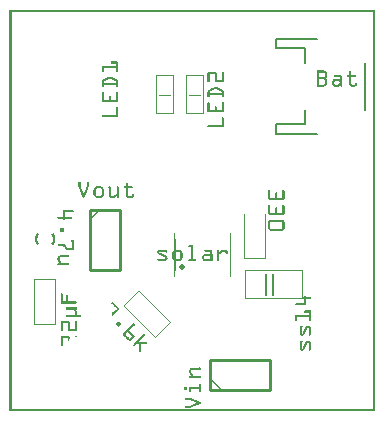
<source format=gto>
G04 MADE WITH FRITZING*
G04 WWW.FRITZING.ORG*
G04 DOUBLE SIDED*
G04 HOLES PLATED*
G04 CONTOUR ON CENTER OF CONTOUR VECTOR*
%ASAXBY*%
%FSLAX23Y23*%
%MOIN*%
%OFA0B0*%
%SFA1.0B1.0*%
%ADD10C,0.019307X0.00330708*%
%ADD11R,0.007611X0.078250*%
%ADD12R,0.007625X0.078250*%
%ADD13C,0.010000*%
%ADD14C,0.008000*%
%ADD15R,0.001000X0.001000*%
%LNSILK1*%
G90*
G70*
G54D10*
X574Y481D03*
G54D11*
X857Y423D03*
G54D12*
X880Y423D03*
G54D13*
X670Y73D02*
X870Y73D01*
D02*
X870Y73D02*
X870Y173D01*
D02*
X870Y173D02*
X670Y173D01*
D02*
X670Y173D02*
X670Y73D01*
D02*
X270Y673D02*
X270Y473D01*
D02*
X270Y473D02*
X370Y473D01*
D02*
X370Y473D02*
X370Y673D01*
D02*
X370Y673D02*
X270Y673D01*
G54D14*
D02*
X1026Y1241D02*
X889Y1241D01*
D02*
X889Y1241D02*
X889Y1210D01*
D02*
X889Y1210D02*
X987Y1210D01*
D02*
X987Y1210D02*
X987Y1162D01*
D02*
X987Y1005D02*
X987Y958D01*
D02*
X987Y958D02*
X889Y958D01*
D02*
X889Y958D02*
X889Y926D01*
D02*
X889Y926D02*
X1026Y926D01*
D02*
X1184Y1005D02*
X1184Y1162D01*
G54D15*
X0Y1339D02*
X1219Y1339D01*
X0Y1338D02*
X1219Y1338D01*
X0Y1337D02*
X1219Y1337D01*
X0Y1336D02*
X1219Y1336D01*
X0Y1335D02*
X1219Y1335D01*
X0Y1334D02*
X1219Y1334D01*
X0Y1333D02*
X1219Y1333D01*
X0Y1332D02*
X1219Y1332D01*
X0Y1331D02*
X7Y1331D01*
X1212Y1331D02*
X1219Y1331D01*
X0Y1330D02*
X7Y1330D01*
X1212Y1330D02*
X1219Y1330D01*
X0Y1329D02*
X7Y1329D01*
X1212Y1329D02*
X1219Y1329D01*
X0Y1328D02*
X7Y1328D01*
X1212Y1328D02*
X1219Y1328D01*
X0Y1327D02*
X7Y1327D01*
X1212Y1327D02*
X1219Y1327D01*
X0Y1326D02*
X7Y1326D01*
X1212Y1326D02*
X1219Y1326D01*
X0Y1325D02*
X7Y1325D01*
X1212Y1325D02*
X1219Y1325D01*
X0Y1324D02*
X7Y1324D01*
X1212Y1324D02*
X1219Y1324D01*
X0Y1323D02*
X7Y1323D01*
X1212Y1323D02*
X1219Y1323D01*
X0Y1322D02*
X7Y1322D01*
X1212Y1322D02*
X1219Y1322D01*
X0Y1321D02*
X7Y1321D01*
X1212Y1321D02*
X1219Y1321D01*
X0Y1320D02*
X7Y1320D01*
X1212Y1320D02*
X1219Y1320D01*
X0Y1319D02*
X7Y1319D01*
X1212Y1319D02*
X1219Y1319D01*
X0Y1318D02*
X7Y1318D01*
X1212Y1318D02*
X1219Y1318D01*
X0Y1317D02*
X7Y1317D01*
X1212Y1317D02*
X1219Y1317D01*
X0Y1316D02*
X7Y1316D01*
X1212Y1316D02*
X1219Y1316D01*
X0Y1315D02*
X7Y1315D01*
X1212Y1315D02*
X1219Y1315D01*
X0Y1314D02*
X7Y1314D01*
X1212Y1314D02*
X1219Y1314D01*
X0Y1313D02*
X7Y1313D01*
X1212Y1313D02*
X1219Y1313D01*
X0Y1312D02*
X7Y1312D01*
X1212Y1312D02*
X1219Y1312D01*
X0Y1311D02*
X7Y1311D01*
X1212Y1311D02*
X1219Y1311D01*
X0Y1310D02*
X7Y1310D01*
X1212Y1310D02*
X1219Y1310D01*
X0Y1309D02*
X7Y1309D01*
X1212Y1309D02*
X1219Y1309D01*
X0Y1308D02*
X7Y1308D01*
X1212Y1308D02*
X1219Y1308D01*
X0Y1307D02*
X7Y1307D01*
X1212Y1307D02*
X1219Y1307D01*
X0Y1306D02*
X7Y1306D01*
X1212Y1306D02*
X1219Y1306D01*
X0Y1305D02*
X7Y1305D01*
X1212Y1305D02*
X1219Y1305D01*
X0Y1304D02*
X7Y1304D01*
X1212Y1304D02*
X1219Y1304D01*
X0Y1303D02*
X7Y1303D01*
X1212Y1303D02*
X1219Y1303D01*
X0Y1302D02*
X7Y1302D01*
X1212Y1302D02*
X1219Y1302D01*
X0Y1301D02*
X7Y1301D01*
X1212Y1301D02*
X1219Y1301D01*
X0Y1300D02*
X7Y1300D01*
X1212Y1300D02*
X1219Y1300D01*
X0Y1299D02*
X7Y1299D01*
X1212Y1299D02*
X1219Y1299D01*
X0Y1298D02*
X7Y1298D01*
X1212Y1298D02*
X1219Y1298D01*
X0Y1297D02*
X7Y1297D01*
X1212Y1297D02*
X1219Y1297D01*
X0Y1296D02*
X7Y1296D01*
X1212Y1296D02*
X1219Y1296D01*
X0Y1295D02*
X7Y1295D01*
X1212Y1295D02*
X1219Y1295D01*
X0Y1294D02*
X7Y1294D01*
X1212Y1294D02*
X1219Y1294D01*
X0Y1293D02*
X7Y1293D01*
X1212Y1293D02*
X1219Y1293D01*
X0Y1292D02*
X7Y1292D01*
X1212Y1292D02*
X1219Y1292D01*
X0Y1291D02*
X7Y1291D01*
X1212Y1291D02*
X1219Y1291D01*
X0Y1290D02*
X7Y1290D01*
X1212Y1290D02*
X1219Y1290D01*
X0Y1289D02*
X7Y1289D01*
X1212Y1289D02*
X1219Y1289D01*
X0Y1288D02*
X7Y1288D01*
X1212Y1288D02*
X1219Y1288D01*
X0Y1287D02*
X7Y1287D01*
X1212Y1287D02*
X1219Y1287D01*
X0Y1286D02*
X7Y1286D01*
X1212Y1286D02*
X1219Y1286D01*
X0Y1285D02*
X7Y1285D01*
X1212Y1285D02*
X1219Y1285D01*
X0Y1284D02*
X7Y1284D01*
X1212Y1284D02*
X1219Y1284D01*
X0Y1283D02*
X7Y1283D01*
X1212Y1283D02*
X1219Y1283D01*
X0Y1282D02*
X7Y1282D01*
X1212Y1282D02*
X1219Y1282D01*
X0Y1281D02*
X7Y1281D01*
X1212Y1281D02*
X1219Y1281D01*
X0Y1280D02*
X7Y1280D01*
X1212Y1280D02*
X1219Y1280D01*
X0Y1279D02*
X7Y1279D01*
X1212Y1279D02*
X1219Y1279D01*
X0Y1278D02*
X7Y1278D01*
X1212Y1278D02*
X1219Y1278D01*
X0Y1277D02*
X7Y1277D01*
X1212Y1277D02*
X1219Y1277D01*
X0Y1276D02*
X7Y1276D01*
X1212Y1276D02*
X1219Y1276D01*
X0Y1275D02*
X7Y1275D01*
X1212Y1275D02*
X1219Y1275D01*
X0Y1274D02*
X7Y1274D01*
X1212Y1274D02*
X1219Y1274D01*
X0Y1273D02*
X7Y1273D01*
X1212Y1273D02*
X1219Y1273D01*
X0Y1272D02*
X7Y1272D01*
X1212Y1272D02*
X1219Y1272D01*
X0Y1271D02*
X7Y1271D01*
X1212Y1271D02*
X1219Y1271D01*
X0Y1270D02*
X7Y1270D01*
X1212Y1270D02*
X1219Y1270D01*
X0Y1269D02*
X7Y1269D01*
X1212Y1269D02*
X1219Y1269D01*
X0Y1268D02*
X7Y1268D01*
X1212Y1268D02*
X1219Y1268D01*
X0Y1267D02*
X7Y1267D01*
X1212Y1267D02*
X1219Y1267D01*
X0Y1266D02*
X7Y1266D01*
X1212Y1266D02*
X1219Y1266D01*
X0Y1265D02*
X7Y1265D01*
X1212Y1265D02*
X1219Y1265D01*
X0Y1264D02*
X7Y1264D01*
X1212Y1264D02*
X1219Y1264D01*
X0Y1263D02*
X7Y1263D01*
X1212Y1263D02*
X1219Y1263D01*
X0Y1262D02*
X7Y1262D01*
X1212Y1262D02*
X1219Y1262D01*
X0Y1261D02*
X7Y1261D01*
X1212Y1261D02*
X1219Y1261D01*
X0Y1260D02*
X7Y1260D01*
X1212Y1260D02*
X1219Y1260D01*
X0Y1259D02*
X7Y1259D01*
X1212Y1259D02*
X1219Y1259D01*
X0Y1258D02*
X7Y1258D01*
X1212Y1258D02*
X1219Y1258D01*
X0Y1257D02*
X7Y1257D01*
X1212Y1257D02*
X1219Y1257D01*
X0Y1256D02*
X7Y1256D01*
X1212Y1256D02*
X1219Y1256D01*
X0Y1255D02*
X7Y1255D01*
X1212Y1255D02*
X1219Y1255D01*
X0Y1254D02*
X7Y1254D01*
X1212Y1254D02*
X1219Y1254D01*
X0Y1253D02*
X7Y1253D01*
X1212Y1253D02*
X1219Y1253D01*
X0Y1252D02*
X7Y1252D01*
X1212Y1252D02*
X1219Y1252D01*
X0Y1251D02*
X7Y1251D01*
X1212Y1251D02*
X1219Y1251D01*
X0Y1250D02*
X7Y1250D01*
X1212Y1250D02*
X1219Y1250D01*
X0Y1249D02*
X7Y1249D01*
X1212Y1249D02*
X1219Y1249D01*
X0Y1248D02*
X7Y1248D01*
X1212Y1248D02*
X1219Y1248D01*
X0Y1247D02*
X7Y1247D01*
X1212Y1247D02*
X1219Y1247D01*
X0Y1246D02*
X7Y1246D01*
X1212Y1246D02*
X1219Y1246D01*
X0Y1245D02*
X7Y1245D01*
X1212Y1245D02*
X1219Y1245D01*
X0Y1244D02*
X7Y1244D01*
X1212Y1244D02*
X1219Y1244D01*
X0Y1243D02*
X7Y1243D01*
X1212Y1243D02*
X1219Y1243D01*
X0Y1242D02*
X7Y1242D01*
X1212Y1242D02*
X1219Y1242D01*
X0Y1241D02*
X7Y1241D01*
X1212Y1241D02*
X1219Y1241D01*
X0Y1240D02*
X7Y1240D01*
X1212Y1240D02*
X1219Y1240D01*
X0Y1239D02*
X7Y1239D01*
X1212Y1239D02*
X1219Y1239D01*
X0Y1238D02*
X7Y1238D01*
X1212Y1238D02*
X1219Y1238D01*
X0Y1237D02*
X7Y1237D01*
X1212Y1237D02*
X1219Y1237D01*
X0Y1236D02*
X7Y1236D01*
X1212Y1236D02*
X1219Y1236D01*
X0Y1235D02*
X7Y1235D01*
X1212Y1235D02*
X1219Y1235D01*
X0Y1234D02*
X7Y1234D01*
X1212Y1234D02*
X1219Y1234D01*
X0Y1233D02*
X7Y1233D01*
X1212Y1233D02*
X1219Y1233D01*
X0Y1232D02*
X7Y1232D01*
X1212Y1232D02*
X1219Y1232D01*
X0Y1231D02*
X7Y1231D01*
X1212Y1231D02*
X1219Y1231D01*
X0Y1230D02*
X7Y1230D01*
X1212Y1230D02*
X1219Y1230D01*
X0Y1229D02*
X7Y1229D01*
X1212Y1229D02*
X1219Y1229D01*
X0Y1228D02*
X7Y1228D01*
X1212Y1228D02*
X1219Y1228D01*
X0Y1227D02*
X7Y1227D01*
X1212Y1227D02*
X1219Y1227D01*
X0Y1226D02*
X7Y1226D01*
X1212Y1226D02*
X1219Y1226D01*
X0Y1225D02*
X7Y1225D01*
X1212Y1225D02*
X1219Y1225D01*
X0Y1224D02*
X7Y1224D01*
X1212Y1224D02*
X1219Y1224D01*
X0Y1223D02*
X7Y1223D01*
X1212Y1223D02*
X1219Y1223D01*
X0Y1222D02*
X7Y1222D01*
X1212Y1222D02*
X1219Y1222D01*
X0Y1221D02*
X7Y1221D01*
X1212Y1221D02*
X1219Y1221D01*
X0Y1220D02*
X7Y1220D01*
X1212Y1220D02*
X1219Y1220D01*
X0Y1219D02*
X7Y1219D01*
X1212Y1219D02*
X1219Y1219D01*
X0Y1218D02*
X7Y1218D01*
X1212Y1218D02*
X1219Y1218D01*
X0Y1217D02*
X7Y1217D01*
X1212Y1217D02*
X1219Y1217D01*
X0Y1216D02*
X7Y1216D01*
X1212Y1216D02*
X1219Y1216D01*
X0Y1215D02*
X7Y1215D01*
X1212Y1215D02*
X1219Y1215D01*
X0Y1214D02*
X7Y1214D01*
X1212Y1214D02*
X1219Y1214D01*
X0Y1213D02*
X7Y1213D01*
X1212Y1213D02*
X1219Y1213D01*
X0Y1212D02*
X7Y1212D01*
X1212Y1212D02*
X1219Y1212D01*
X0Y1211D02*
X7Y1211D01*
X1212Y1211D02*
X1219Y1211D01*
X0Y1210D02*
X7Y1210D01*
X1212Y1210D02*
X1219Y1210D01*
X0Y1209D02*
X7Y1209D01*
X1212Y1209D02*
X1219Y1209D01*
X0Y1208D02*
X7Y1208D01*
X1212Y1208D02*
X1219Y1208D01*
X0Y1207D02*
X7Y1207D01*
X1212Y1207D02*
X1219Y1207D01*
X0Y1206D02*
X7Y1206D01*
X1212Y1206D02*
X1219Y1206D01*
X0Y1205D02*
X7Y1205D01*
X1212Y1205D02*
X1219Y1205D01*
X0Y1204D02*
X7Y1204D01*
X1212Y1204D02*
X1219Y1204D01*
X0Y1203D02*
X7Y1203D01*
X1212Y1203D02*
X1219Y1203D01*
X0Y1202D02*
X7Y1202D01*
X1212Y1202D02*
X1219Y1202D01*
X0Y1201D02*
X7Y1201D01*
X1212Y1201D02*
X1219Y1201D01*
X0Y1200D02*
X7Y1200D01*
X1212Y1200D02*
X1219Y1200D01*
X0Y1199D02*
X7Y1199D01*
X1212Y1199D02*
X1219Y1199D01*
X0Y1198D02*
X7Y1198D01*
X1212Y1198D02*
X1219Y1198D01*
X0Y1197D02*
X7Y1197D01*
X1212Y1197D02*
X1219Y1197D01*
X0Y1196D02*
X7Y1196D01*
X1212Y1196D02*
X1219Y1196D01*
X0Y1195D02*
X7Y1195D01*
X1212Y1195D02*
X1219Y1195D01*
X0Y1194D02*
X7Y1194D01*
X1212Y1194D02*
X1219Y1194D01*
X0Y1193D02*
X7Y1193D01*
X1212Y1193D02*
X1219Y1193D01*
X0Y1192D02*
X7Y1192D01*
X1212Y1192D02*
X1219Y1192D01*
X0Y1191D02*
X7Y1191D01*
X1212Y1191D02*
X1219Y1191D01*
X0Y1190D02*
X7Y1190D01*
X1212Y1190D02*
X1219Y1190D01*
X0Y1189D02*
X7Y1189D01*
X1212Y1189D02*
X1219Y1189D01*
X0Y1188D02*
X7Y1188D01*
X1212Y1188D02*
X1219Y1188D01*
X0Y1187D02*
X7Y1187D01*
X1212Y1187D02*
X1219Y1187D01*
X0Y1186D02*
X7Y1186D01*
X1212Y1186D02*
X1219Y1186D01*
X0Y1185D02*
X7Y1185D01*
X1212Y1185D02*
X1219Y1185D01*
X0Y1184D02*
X7Y1184D01*
X1212Y1184D02*
X1219Y1184D01*
X0Y1183D02*
X7Y1183D01*
X1212Y1183D02*
X1219Y1183D01*
X0Y1182D02*
X7Y1182D01*
X1212Y1182D02*
X1219Y1182D01*
X0Y1181D02*
X7Y1181D01*
X1212Y1181D02*
X1219Y1181D01*
X0Y1180D02*
X7Y1180D01*
X1212Y1180D02*
X1219Y1180D01*
X0Y1179D02*
X7Y1179D01*
X1212Y1179D02*
X1219Y1179D01*
X0Y1178D02*
X7Y1178D01*
X1212Y1178D02*
X1219Y1178D01*
X0Y1177D02*
X7Y1177D01*
X1212Y1177D02*
X1219Y1177D01*
X0Y1176D02*
X7Y1176D01*
X1212Y1176D02*
X1219Y1176D01*
X0Y1175D02*
X7Y1175D01*
X1212Y1175D02*
X1219Y1175D01*
X0Y1174D02*
X7Y1174D01*
X1212Y1174D02*
X1219Y1174D01*
X0Y1173D02*
X7Y1173D01*
X1212Y1173D02*
X1219Y1173D01*
X0Y1172D02*
X7Y1172D01*
X1212Y1172D02*
X1219Y1172D01*
X0Y1171D02*
X7Y1171D01*
X1212Y1171D02*
X1219Y1171D01*
X0Y1170D02*
X7Y1170D01*
X1212Y1170D02*
X1219Y1170D01*
X0Y1169D02*
X7Y1169D01*
X1212Y1169D02*
X1219Y1169D01*
X0Y1168D02*
X7Y1168D01*
X1212Y1168D02*
X1219Y1168D01*
X0Y1167D02*
X7Y1167D01*
X1212Y1167D02*
X1219Y1167D01*
X0Y1166D02*
X7Y1166D01*
X341Y1166D02*
X360Y1166D01*
X1212Y1166D02*
X1219Y1166D01*
X0Y1165D02*
X7Y1165D01*
X339Y1165D02*
X361Y1165D01*
X1212Y1165D02*
X1219Y1165D01*
X0Y1164D02*
X7Y1164D01*
X339Y1164D02*
X362Y1164D01*
X1212Y1164D02*
X1219Y1164D01*
X0Y1163D02*
X7Y1163D01*
X339Y1163D02*
X362Y1163D01*
X1212Y1163D02*
X1219Y1163D01*
X0Y1162D02*
X7Y1162D01*
X339Y1162D02*
X362Y1162D01*
X1212Y1162D02*
X1219Y1162D01*
X0Y1161D02*
X7Y1161D01*
X339Y1161D02*
X362Y1161D01*
X1212Y1161D02*
X1219Y1161D01*
X0Y1160D02*
X7Y1160D01*
X340Y1160D02*
X362Y1160D01*
X1212Y1160D02*
X1219Y1160D01*
X0Y1159D02*
X7Y1159D01*
X356Y1159D02*
X362Y1159D01*
X1212Y1159D02*
X1219Y1159D01*
X0Y1158D02*
X7Y1158D01*
X356Y1158D02*
X362Y1158D01*
X1212Y1158D02*
X1219Y1158D01*
X0Y1157D02*
X7Y1157D01*
X356Y1157D02*
X362Y1157D01*
X1212Y1157D02*
X1219Y1157D01*
X0Y1156D02*
X7Y1156D01*
X356Y1156D02*
X362Y1156D01*
X1212Y1156D02*
X1219Y1156D01*
X0Y1155D02*
X7Y1155D01*
X356Y1155D02*
X362Y1155D01*
X1212Y1155D02*
X1219Y1155D01*
X0Y1154D02*
X7Y1154D01*
X356Y1154D02*
X362Y1154D01*
X1212Y1154D02*
X1219Y1154D01*
X0Y1153D02*
X7Y1153D01*
X356Y1153D02*
X362Y1153D01*
X1212Y1153D02*
X1219Y1153D01*
X0Y1152D02*
X7Y1152D01*
X309Y1152D02*
X362Y1152D01*
X1212Y1152D02*
X1219Y1152D01*
X0Y1151D02*
X7Y1151D01*
X309Y1151D02*
X362Y1151D01*
X1212Y1151D02*
X1219Y1151D01*
X0Y1150D02*
X7Y1150D01*
X309Y1150D02*
X362Y1150D01*
X1212Y1150D02*
X1219Y1150D01*
X0Y1149D02*
X7Y1149D01*
X309Y1149D02*
X362Y1149D01*
X1212Y1149D02*
X1219Y1149D01*
X0Y1148D02*
X7Y1148D01*
X309Y1148D02*
X362Y1148D01*
X1212Y1148D02*
X1219Y1148D01*
X0Y1147D02*
X7Y1147D01*
X309Y1147D02*
X362Y1147D01*
X1212Y1147D02*
X1219Y1147D01*
X0Y1146D02*
X7Y1146D01*
X309Y1146D02*
X362Y1146D01*
X1212Y1146D02*
X1219Y1146D01*
X0Y1145D02*
X7Y1145D01*
X309Y1145D02*
X315Y1145D01*
X356Y1145D02*
X362Y1145D01*
X1212Y1145D02*
X1219Y1145D01*
X0Y1144D02*
X7Y1144D01*
X309Y1144D02*
X315Y1144D01*
X356Y1144D02*
X362Y1144D01*
X1212Y1144D02*
X1219Y1144D01*
X0Y1143D02*
X7Y1143D01*
X309Y1143D02*
X315Y1143D01*
X356Y1143D02*
X362Y1143D01*
X1212Y1143D02*
X1219Y1143D01*
X0Y1142D02*
X7Y1142D01*
X309Y1142D02*
X315Y1142D01*
X356Y1142D02*
X362Y1142D01*
X1212Y1142D02*
X1219Y1142D01*
X0Y1141D02*
X7Y1141D01*
X309Y1141D02*
X315Y1141D01*
X356Y1141D02*
X362Y1141D01*
X1212Y1141D02*
X1219Y1141D01*
X0Y1140D02*
X7Y1140D01*
X309Y1140D02*
X315Y1140D01*
X356Y1140D02*
X362Y1140D01*
X1212Y1140D02*
X1219Y1140D01*
X0Y1139D02*
X7Y1139D01*
X309Y1139D02*
X315Y1139D01*
X356Y1139D02*
X362Y1139D01*
X1212Y1139D02*
X1219Y1139D01*
X0Y1138D02*
X7Y1138D01*
X309Y1138D02*
X315Y1138D01*
X356Y1138D02*
X362Y1138D01*
X1212Y1138D02*
X1219Y1138D01*
X0Y1137D02*
X7Y1137D01*
X309Y1137D02*
X315Y1137D01*
X356Y1137D02*
X362Y1137D01*
X1212Y1137D02*
X1219Y1137D01*
X0Y1136D02*
X7Y1136D01*
X309Y1136D02*
X315Y1136D01*
X356Y1136D02*
X362Y1136D01*
X1026Y1136D02*
X1049Y1136D01*
X1212Y1136D02*
X1219Y1136D01*
X0Y1135D02*
X7Y1135D01*
X309Y1135D02*
X315Y1135D01*
X356Y1135D02*
X362Y1135D01*
X1026Y1135D02*
X1052Y1135D01*
X1212Y1135D02*
X1219Y1135D01*
X0Y1134D02*
X7Y1134D01*
X309Y1134D02*
X315Y1134D01*
X356Y1134D02*
X362Y1134D01*
X1026Y1134D02*
X1053Y1134D01*
X1212Y1134D02*
X1219Y1134D01*
X0Y1133D02*
X7Y1133D01*
X310Y1133D02*
X314Y1133D01*
X357Y1133D02*
X361Y1133D01*
X1026Y1133D02*
X1054Y1133D01*
X1134Y1133D02*
X1137Y1133D01*
X1212Y1133D02*
X1219Y1133D01*
X0Y1132D02*
X7Y1132D01*
X311Y1132D02*
X313Y1132D01*
X358Y1132D02*
X360Y1132D01*
X1026Y1132D02*
X1055Y1132D01*
X1133Y1132D02*
X1138Y1132D01*
X1212Y1132D02*
X1219Y1132D01*
X0Y1131D02*
X7Y1131D01*
X665Y1131D02*
X687Y1131D01*
X710Y1131D02*
X713Y1131D01*
X1026Y1131D02*
X1056Y1131D01*
X1133Y1131D02*
X1139Y1131D01*
X1212Y1131D02*
X1219Y1131D01*
X0Y1130D02*
X7Y1130D01*
X664Y1130D02*
X688Y1130D01*
X709Y1130D02*
X714Y1130D01*
X1026Y1130D02*
X1057Y1130D01*
X1133Y1130D02*
X1139Y1130D01*
X1212Y1130D02*
X1219Y1130D01*
X0Y1129D02*
X7Y1129D01*
X663Y1129D02*
X689Y1129D01*
X709Y1129D02*
X714Y1129D01*
X1026Y1129D02*
X1032Y1129D01*
X1049Y1129D02*
X1058Y1129D01*
X1133Y1129D02*
X1139Y1129D01*
X1212Y1129D02*
X1219Y1129D01*
X0Y1128D02*
X7Y1128D01*
X662Y1128D02*
X690Y1128D01*
X708Y1128D02*
X714Y1128D01*
X1026Y1128D02*
X1032Y1128D01*
X1051Y1128D02*
X1058Y1128D01*
X1133Y1128D02*
X1139Y1128D01*
X1212Y1128D02*
X1219Y1128D01*
X0Y1127D02*
X7Y1127D01*
X662Y1127D02*
X690Y1127D01*
X708Y1127D02*
X714Y1127D01*
X1026Y1127D02*
X1032Y1127D01*
X1052Y1127D02*
X1058Y1127D01*
X1133Y1127D02*
X1139Y1127D01*
X1212Y1127D02*
X1219Y1127D01*
X0Y1126D02*
X7Y1126D01*
X661Y1126D02*
X691Y1126D01*
X708Y1126D02*
X714Y1126D01*
X1026Y1126D02*
X1032Y1126D01*
X1052Y1126D02*
X1059Y1126D01*
X1133Y1126D02*
X1139Y1126D01*
X1212Y1126D02*
X1219Y1126D01*
X0Y1125D02*
X7Y1125D01*
X661Y1125D02*
X691Y1125D01*
X708Y1125D02*
X714Y1125D01*
X1026Y1125D02*
X1032Y1125D01*
X1053Y1125D02*
X1059Y1125D01*
X1133Y1125D02*
X1139Y1125D01*
X1212Y1125D02*
X1219Y1125D01*
X0Y1124D02*
X7Y1124D01*
X661Y1124D02*
X667Y1124D01*
X685Y1124D02*
X691Y1124D01*
X708Y1124D02*
X714Y1124D01*
X1026Y1124D02*
X1032Y1124D01*
X1053Y1124D02*
X1059Y1124D01*
X1133Y1124D02*
X1139Y1124D01*
X1212Y1124D02*
X1219Y1124D01*
X0Y1123D02*
X7Y1123D01*
X661Y1123D02*
X667Y1123D01*
X685Y1123D02*
X691Y1123D01*
X708Y1123D02*
X714Y1123D01*
X1026Y1123D02*
X1032Y1123D01*
X1053Y1123D02*
X1059Y1123D01*
X1133Y1123D02*
X1139Y1123D01*
X1212Y1123D02*
X1219Y1123D01*
X0Y1122D02*
X7Y1122D01*
X490Y1122D02*
X548Y1122D01*
X590Y1122D02*
X648Y1122D01*
X661Y1122D02*
X667Y1122D01*
X685Y1122D02*
X691Y1122D01*
X708Y1122D02*
X714Y1122D01*
X1026Y1122D02*
X1032Y1122D01*
X1053Y1122D02*
X1059Y1122D01*
X1086Y1122D02*
X1098Y1122D01*
X1129Y1122D02*
X1152Y1122D01*
X1212Y1122D02*
X1219Y1122D01*
X0Y1121D02*
X7Y1121D01*
X490Y1121D02*
X548Y1121D01*
X590Y1121D02*
X648Y1121D01*
X661Y1121D02*
X667Y1121D01*
X685Y1121D02*
X691Y1121D01*
X708Y1121D02*
X714Y1121D01*
X1026Y1121D02*
X1032Y1121D01*
X1053Y1121D02*
X1059Y1121D01*
X1084Y1121D02*
X1102Y1121D01*
X1127Y1121D02*
X1155Y1121D01*
X1212Y1121D02*
X1219Y1121D01*
X0Y1120D02*
X7Y1120D01*
X490Y1120D02*
X548Y1120D01*
X590Y1120D02*
X648Y1120D01*
X661Y1120D02*
X667Y1120D01*
X685Y1120D02*
X691Y1120D01*
X708Y1120D02*
X714Y1120D01*
X1026Y1120D02*
X1032Y1120D01*
X1053Y1120D02*
X1059Y1120D01*
X1083Y1120D02*
X1104Y1120D01*
X1126Y1120D02*
X1156Y1120D01*
X1212Y1120D02*
X1219Y1120D01*
X0Y1119D02*
X7Y1119D01*
X490Y1119D02*
X492Y1119D01*
X546Y1119D02*
X548Y1119D01*
X590Y1119D02*
X592Y1119D01*
X646Y1119D02*
X648Y1119D01*
X661Y1119D02*
X667Y1119D01*
X685Y1119D02*
X691Y1119D01*
X708Y1119D02*
X714Y1119D01*
X1026Y1119D02*
X1032Y1119D01*
X1053Y1119D02*
X1059Y1119D01*
X1083Y1119D02*
X1105Y1119D01*
X1126Y1119D02*
X1156Y1119D01*
X1212Y1119D02*
X1219Y1119D01*
X0Y1118D02*
X7Y1118D01*
X490Y1118D02*
X492Y1118D01*
X546Y1118D02*
X548Y1118D01*
X590Y1118D02*
X592Y1118D01*
X646Y1118D02*
X648Y1118D01*
X661Y1118D02*
X667Y1118D01*
X685Y1118D02*
X691Y1118D01*
X708Y1118D02*
X714Y1118D01*
X1026Y1118D02*
X1032Y1118D01*
X1053Y1118D02*
X1059Y1118D01*
X1083Y1118D02*
X1106Y1118D01*
X1126Y1118D02*
X1156Y1118D01*
X1212Y1118D02*
X1219Y1118D01*
X0Y1117D02*
X7Y1117D01*
X490Y1117D02*
X492Y1117D01*
X546Y1117D02*
X548Y1117D01*
X590Y1117D02*
X592Y1117D01*
X646Y1117D02*
X648Y1117D01*
X661Y1117D02*
X667Y1117D01*
X685Y1117D02*
X691Y1117D01*
X708Y1117D02*
X714Y1117D01*
X1026Y1117D02*
X1032Y1117D01*
X1052Y1117D02*
X1059Y1117D01*
X1083Y1117D02*
X1107Y1117D01*
X1126Y1117D02*
X1156Y1117D01*
X1212Y1117D02*
X1219Y1117D01*
X0Y1116D02*
X7Y1116D01*
X336Y1116D02*
X336Y1116D01*
X490Y1116D02*
X492Y1116D01*
X546Y1116D02*
X548Y1116D01*
X590Y1116D02*
X592Y1116D01*
X646Y1116D02*
X648Y1116D01*
X661Y1116D02*
X667Y1116D01*
X685Y1116D02*
X691Y1116D01*
X708Y1116D02*
X714Y1116D01*
X1026Y1116D02*
X1032Y1116D01*
X1052Y1116D02*
X1058Y1116D01*
X1084Y1116D02*
X1107Y1116D01*
X1127Y1116D02*
X1155Y1116D01*
X1212Y1116D02*
X1219Y1116D01*
X0Y1115D02*
X7Y1115D01*
X331Y1115D02*
X340Y1115D01*
X490Y1115D02*
X492Y1115D01*
X546Y1115D02*
X548Y1115D01*
X590Y1115D02*
X592Y1115D01*
X646Y1115D02*
X648Y1115D01*
X661Y1115D02*
X667Y1115D01*
X685Y1115D02*
X691Y1115D01*
X708Y1115D02*
X714Y1115D01*
X1026Y1115D02*
X1032Y1115D01*
X1051Y1115D02*
X1058Y1115D01*
X1099Y1115D02*
X1108Y1115D01*
X1132Y1115D02*
X1139Y1115D01*
X1212Y1115D02*
X1219Y1115D01*
X0Y1114D02*
X7Y1114D01*
X328Y1114D02*
X343Y1114D01*
X490Y1114D02*
X492Y1114D01*
X546Y1114D02*
X548Y1114D01*
X590Y1114D02*
X592Y1114D01*
X646Y1114D02*
X648Y1114D01*
X661Y1114D02*
X667Y1114D01*
X685Y1114D02*
X691Y1114D01*
X708Y1114D02*
X714Y1114D01*
X1026Y1114D02*
X1032Y1114D01*
X1049Y1114D02*
X1058Y1114D01*
X1101Y1114D02*
X1108Y1114D01*
X1133Y1114D02*
X1139Y1114D01*
X1212Y1114D02*
X1219Y1114D01*
X0Y1113D02*
X7Y1113D01*
X326Y1113D02*
X345Y1113D01*
X490Y1113D02*
X492Y1113D01*
X546Y1113D02*
X548Y1113D01*
X590Y1113D02*
X592Y1113D01*
X646Y1113D02*
X648Y1113D01*
X661Y1113D02*
X667Y1113D01*
X685Y1113D02*
X691Y1113D01*
X708Y1113D02*
X714Y1113D01*
X1026Y1113D02*
X1057Y1113D01*
X1102Y1113D02*
X1108Y1113D01*
X1133Y1113D02*
X1139Y1113D01*
X1212Y1113D02*
X1219Y1113D01*
X0Y1112D02*
X7Y1112D01*
X324Y1112D02*
X347Y1112D01*
X490Y1112D02*
X492Y1112D01*
X546Y1112D02*
X548Y1112D01*
X590Y1112D02*
X592Y1112D01*
X646Y1112D02*
X648Y1112D01*
X661Y1112D02*
X667Y1112D01*
X685Y1112D02*
X691Y1112D01*
X708Y1112D02*
X714Y1112D01*
X1026Y1112D02*
X1056Y1112D01*
X1102Y1112D02*
X1108Y1112D01*
X1133Y1112D02*
X1139Y1112D01*
X1212Y1112D02*
X1219Y1112D01*
X0Y1111D02*
X7Y1111D01*
X322Y1111D02*
X349Y1111D01*
X490Y1111D02*
X492Y1111D01*
X546Y1111D02*
X548Y1111D01*
X590Y1111D02*
X592Y1111D01*
X646Y1111D02*
X648Y1111D01*
X661Y1111D02*
X667Y1111D01*
X685Y1111D02*
X691Y1111D01*
X708Y1111D02*
X714Y1111D01*
X1026Y1111D02*
X1056Y1111D01*
X1102Y1111D02*
X1108Y1111D01*
X1133Y1111D02*
X1139Y1111D01*
X1212Y1111D02*
X1219Y1111D01*
X0Y1110D02*
X7Y1110D01*
X320Y1110D02*
X351Y1110D01*
X490Y1110D02*
X492Y1110D01*
X546Y1110D02*
X548Y1110D01*
X590Y1110D02*
X592Y1110D01*
X646Y1110D02*
X648Y1110D01*
X661Y1110D02*
X667Y1110D01*
X685Y1110D02*
X691Y1110D01*
X708Y1110D02*
X714Y1110D01*
X1026Y1110D02*
X1055Y1110D01*
X1102Y1110D02*
X1109Y1110D01*
X1133Y1110D02*
X1139Y1110D01*
X1212Y1110D02*
X1219Y1110D01*
X0Y1109D02*
X7Y1109D01*
X318Y1109D02*
X353Y1109D01*
X490Y1109D02*
X492Y1109D01*
X546Y1109D02*
X548Y1109D01*
X590Y1109D02*
X592Y1109D01*
X646Y1109D02*
X648Y1109D01*
X661Y1109D02*
X667Y1109D01*
X685Y1109D02*
X691Y1109D01*
X708Y1109D02*
X714Y1109D01*
X1026Y1109D02*
X1055Y1109D01*
X1103Y1109D02*
X1109Y1109D01*
X1133Y1109D02*
X1139Y1109D01*
X1212Y1109D02*
X1219Y1109D01*
X0Y1108D02*
X7Y1108D01*
X316Y1108D02*
X331Y1108D01*
X340Y1108D02*
X355Y1108D01*
X490Y1108D02*
X492Y1108D01*
X546Y1108D02*
X548Y1108D01*
X590Y1108D02*
X592Y1108D01*
X646Y1108D02*
X648Y1108D01*
X661Y1108D02*
X667Y1108D01*
X685Y1108D02*
X691Y1108D01*
X708Y1108D02*
X714Y1108D01*
X1026Y1108D02*
X1056Y1108D01*
X1103Y1108D02*
X1109Y1108D01*
X1133Y1108D02*
X1139Y1108D01*
X1212Y1108D02*
X1219Y1108D01*
X0Y1107D02*
X7Y1107D01*
X315Y1107D02*
X329Y1107D01*
X342Y1107D02*
X357Y1107D01*
X490Y1107D02*
X492Y1107D01*
X546Y1107D02*
X548Y1107D01*
X590Y1107D02*
X592Y1107D01*
X646Y1107D02*
X648Y1107D01*
X661Y1107D02*
X667Y1107D01*
X685Y1107D02*
X691Y1107D01*
X708Y1107D02*
X714Y1107D01*
X1026Y1107D02*
X1057Y1107D01*
X1084Y1107D02*
X1109Y1107D01*
X1133Y1107D02*
X1139Y1107D01*
X1212Y1107D02*
X1219Y1107D01*
X0Y1106D02*
X7Y1106D01*
X313Y1106D02*
X327Y1106D01*
X344Y1106D02*
X358Y1106D01*
X490Y1106D02*
X492Y1106D01*
X546Y1106D02*
X548Y1106D01*
X590Y1106D02*
X592Y1106D01*
X646Y1106D02*
X648Y1106D01*
X661Y1106D02*
X667Y1106D01*
X685Y1106D02*
X691Y1106D01*
X708Y1106D02*
X714Y1106D01*
X1026Y1106D02*
X1032Y1106D01*
X1048Y1106D02*
X1057Y1106D01*
X1081Y1106D02*
X1109Y1106D01*
X1133Y1106D02*
X1139Y1106D01*
X1212Y1106D02*
X1219Y1106D01*
X0Y1105D02*
X7Y1105D01*
X312Y1105D02*
X325Y1105D01*
X346Y1105D02*
X359Y1105D01*
X490Y1105D02*
X492Y1105D01*
X546Y1105D02*
X548Y1105D01*
X590Y1105D02*
X592Y1105D01*
X646Y1105D02*
X648Y1105D01*
X661Y1105D02*
X667Y1105D01*
X685Y1105D02*
X691Y1105D01*
X708Y1105D02*
X714Y1105D01*
X1026Y1105D02*
X1032Y1105D01*
X1050Y1105D02*
X1058Y1105D01*
X1080Y1105D02*
X1109Y1105D01*
X1133Y1105D02*
X1139Y1105D01*
X1212Y1105D02*
X1219Y1105D01*
X0Y1104D02*
X7Y1104D01*
X311Y1104D02*
X323Y1104D01*
X348Y1104D02*
X360Y1104D01*
X490Y1104D02*
X492Y1104D01*
X546Y1104D02*
X548Y1104D01*
X590Y1104D02*
X592Y1104D01*
X646Y1104D02*
X648Y1104D01*
X661Y1104D02*
X667Y1104D01*
X685Y1104D02*
X714Y1104D01*
X1026Y1104D02*
X1032Y1104D01*
X1051Y1104D02*
X1058Y1104D01*
X1079Y1104D02*
X1109Y1104D01*
X1133Y1104D02*
X1139Y1104D01*
X1212Y1104D02*
X1219Y1104D01*
X0Y1103D02*
X7Y1103D01*
X311Y1103D02*
X321Y1103D01*
X350Y1103D02*
X361Y1103D01*
X490Y1103D02*
X492Y1103D01*
X546Y1103D02*
X548Y1103D01*
X590Y1103D02*
X592Y1103D01*
X646Y1103D02*
X648Y1103D01*
X661Y1103D02*
X667Y1103D01*
X685Y1103D02*
X714Y1103D01*
X1026Y1103D02*
X1032Y1103D01*
X1052Y1103D02*
X1059Y1103D01*
X1078Y1103D02*
X1109Y1103D01*
X1133Y1103D02*
X1139Y1103D01*
X1212Y1103D02*
X1219Y1103D01*
X0Y1102D02*
X7Y1102D01*
X310Y1102D02*
X319Y1102D01*
X352Y1102D02*
X361Y1102D01*
X490Y1102D02*
X492Y1102D01*
X546Y1102D02*
X548Y1102D01*
X590Y1102D02*
X592Y1102D01*
X646Y1102D02*
X648Y1102D01*
X661Y1102D02*
X667Y1102D01*
X685Y1102D02*
X714Y1102D01*
X1026Y1102D02*
X1032Y1102D01*
X1053Y1102D02*
X1059Y1102D01*
X1077Y1102D02*
X1109Y1102D01*
X1133Y1102D02*
X1139Y1102D01*
X1212Y1102D02*
X1219Y1102D01*
X0Y1101D02*
X7Y1101D01*
X310Y1101D02*
X317Y1101D01*
X354Y1101D02*
X362Y1101D01*
X490Y1101D02*
X492Y1101D01*
X546Y1101D02*
X548Y1101D01*
X590Y1101D02*
X592Y1101D01*
X646Y1101D02*
X648Y1101D01*
X661Y1101D02*
X667Y1101D01*
X686Y1101D02*
X714Y1101D01*
X1026Y1101D02*
X1032Y1101D01*
X1053Y1101D02*
X1059Y1101D01*
X1077Y1101D02*
X1109Y1101D01*
X1133Y1101D02*
X1139Y1101D01*
X1212Y1101D02*
X1219Y1101D01*
X0Y1100D02*
X7Y1100D01*
X309Y1100D02*
X316Y1100D01*
X355Y1100D02*
X362Y1100D01*
X490Y1100D02*
X492Y1100D01*
X546Y1100D02*
X548Y1100D01*
X590Y1100D02*
X592Y1100D01*
X646Y1100D02*
X648Y1100D01*
X661Y1100D02*
X667Y1100D01*
X686Y1100D02*
X714Y1100D01*
X1026Y1100D02*
X1032Y1100D01*
X1053Y1100D02*
X1059Y1100D01*
X1076Y1100D02*
X1084Y1100D01*
X1101Y1100D02*
X1109Y1100D01*
X1133Y1100D02*
X1139Y1100D01*
X1212Y1100D02*
X1219Y1100D01*
X0Y1099D02*
X7Y1099D01*
X309Y1099D02*
X315Y1099D01*
X356Y1099D02*
X362Y1099D01*
X490Y1099D02*
X492Y1099D01*
X546Y1099D02*
X548Y1099D01*
X590Y1099D02*
X592Y1099D01*
X646Y1099D02*
X648Y1099D01*
X662Y1099D02*
X667Y1099D01*
X687Y1099D02*
X714Y1099D01*
X1026Y1099D02*
X1032Y1099D01*
X1053Y1099D02*
X1059Y1099D01*
X1076Y1099D02*
X1083Y1099D01*
X1102Y1099D02*
X1109Y1099D01*
X1133Y1099D02*
X1139Y1099D01*
X1212Y1099D02*
X1219Y1099D01*
X0Y1098D02*
X7Y1098D01*
X309Y1098D02*
X315Y1098D01*
X356Y1098D02*
X362Y1098D01*
X490Y1098D02*
X492Y1098D01*
X546Y1098D02*
X548Y1098D01*
X590Y1098D02*
X592Y1098D01*
X646Y1098D02*
X648Y1098D01*
X663Y1098D02*
X666Y1098D01*
X689Y1098D02*
X714Y1098D01*
X1026Y1098D02*
X1032Y1098D01*
X1053Y1098D02*
X1059Y1098D01*
X1076Y1098D02*
X1082Y1098D01*
X1103Y1098D02*
X1109Y1098D01*
X1133Y1098D02*
X1139Y1098D01*
X1212Y1098D02*
X1219Y1098D01*
X0Y1097D02*
X7Y1097D01*
X309Y1097D02*
X315Y1097D01*
X356Y1097D02*
X362Y1097D01*
X490Y1097D02*
X492Y1097D01*
X546Y1097D02*
X548Y1097D01*
X590Y1097D02*
X592Y1097D01*
X646Y1097D02*
X648Y1097D01*
X1026Y1097D02*
X1032Y1097D01*
X1053Y1097D02*
X1059Y1097D01*
X1076Y1097D02*
X1082Y1097D01*
X1103Y1097D02*
X1109Y1097D01*
X1133Y1097D02*
X1139Y1097D01*
X1212Y1097D02*
X1219Y1097D01*
X0Y1096D02*
X7Y1096D01*
X309Y1096D02*
X315Y1096D01*
X356Y1096D02*
X362Y1096D01*
X490Y1096D02*
X492Y1096D01*
X546Y1096D02*
X548Y1096D01*
X590Y1096D02*
X592Y1096D01*
X646Y1096D02*
X648Y1096D01*
X1026Y1096D02*
X1032Y1096D01*
X1053Y1096D02*
X1059Y1096D01*
X1076Y1096D02*
X1082Y1096D01*
X1103Y1096D02*
X1109Y1096D01*
X1133Y1096D02*
X1139Y1096D01*
X1212Y1096D02*
X1219Y1096D01*
X0Y1095D02*
X7Y1095D01*
X309Y1095D02*
X362Y1095D01*
X490Y1095D02*
X492Y1095D01*
X546Y1095D02*
X548Y1095D01*
X590Y1095D02*
X592Y1095D01*
X646Y1095D02*
X648Y1095D01*
X1026Y1095D02*
X1032Y1095D01*
X1053Y1095D02*
X1059Y1095D01*
X1076Y1095D02*
X1082Y1095D01*
X1103Y1095D02*
X1109Y1095D01*
X1133Y1095D02*
X1139Y1095D01*
X1155Y1095D02*
X1158Y1095D01*
X1212Y1095D02*
X1219Y1095D01*
X0Y1094D02*
X7Y1094D01*
X309Y1094D02*
X362Y1094D01*
X490Y1094D02*
X492Y1094D01*
X546Y1094D02*
X548Y1094D01*
X590Y1094D02*
X592Y1094D01*
X646Y1094D02*
X648Y1094D01*
X1026Y1094D02*
X1032Y1094D01*
X1053Y1094D02*
X1059Y1094D01*
X1076Y1094D02*
X1082Y1094D01*
X1103Y1094D02*
X1109Y1094D01*
X1133Y1094D02*
X1139Y1094D01*
X1154Y1094D02*
X1159Y1094D01*
X1212Y1094D02*
X1219Y1094D01*
X0Y1093D02*
X7Y1093D01*
X309Y1093D02*
X362Y1093D01*
X490Y1093D02*
X492Y1093D01*
X546Y1093D02*
X548Y1093D01*
X590Y1093D02*
X592Y1093D01*
X646Y1093D02*
X648Y1093D01*
X1026Y1093D02*
X1032Y1093D01*
X1052Y1093D02*
X1059Y1093D01*
X1076Y1093D02*
X1082Y1093D01*
X1101Y1093D02*
X1109Y1093D01*
X1133Y1093D02*
X1139Y1093D01*
X1154Y1093D02*
X1159Y1093D01*
X1212Y1093D02*
X1219Y1093D01*
X0Y1092D02*
X7Y1092D01*
X309Y1092D02*
X362Y1092D01*
X490Y1092D02*
X492Y1092D01*
X546Y1092D02*
X548Y1092D01*
X590Y1092D02*
X592Y1092D01*
X646Y1092D02*
X648Y1092D01*
X1026Y1092D02*
X1032Y1092D01*
X1051Y1092D02*
X1058Y1092D01*
X1076Y1092D02*
X1082Y1092D01*
X1100Y1092D02*
X1109Y1092D01*
X1133Y1092D02*
X1139Y1092D01*
X1153Y1092D02*
X1160Y1092D01*
X1212Y1092D02*
X1219Y1092D01*
X0Y1091D02*
X7Y1091D01*
X309Y1091D02*
X362Y1091D01*
X490Y1091D02*
X492Y1091D01*
X546Y1091D02*
X548Y1091D01*
X590Y1091D02*
X592Y1091D01*
X646Y1091D02*
X648Y1091D01*
X1026Y1091D02*
X1032Y1091D01*
X1050Y1091D02*
X1058Y1091D01*
X1076Y1091D02*
X1082Y1091D01*
X1098Y1091D02*
X1109Y1091D01*
X1133Y1091D02*
X1140Y1091D01*
X1153Y1091D02*
X1159Y1091D01*
X1212Y1091D02*
X1219Y1091D01*
X0Y1090D02*
X7Y1090D01*
X309Y1090D02*
X362Y1090D01*
X490Y1090D02*
X492Y1090D01*
X546Y1090D02*
X548Y1090D01*
X590Y1090D02*
X592Y1090D01*
X646Y1090D02*
X648Y1090D01*
X1026Y1090D02*
X1032Y1090D01*
X1048Y1090D02*
X1057Y1090D01*
X1076Y1090D02*
X1084Y1090D01*
X1096Y1090D02*
X1109Y1090D01*
X1133Y1090D02*
X1141Y1090D01*
X1152Y1090D02*
X1159Y1090D01*
X1212Y1090D02*
X1219Y1090D01*
X0Y1089D02*
X7Y1089D01*
X309Y1089D02*
X362Y1089D01*
X490Y1089D02*
X492Y1089D01*
X546Y1089D02*
X548Y1089D01*
X590Y1089D02*
X592Y1089D01*
X646Y1089D02*
X648Y1089D01*
X1026Y1089D02*
X1057Y1089D01*
X1077Y1089D02*
X1109Y1089D01*
X1134Y1089D02*
X1159Y1089D01*
X1212Y1089D02*
X1219Y1089D01*
X0Y1088D02*
X7Y1088D01*
X309Y1088D02*
X315Y1088D01*
X356Y1088D02*
X362Y1088D01*
X490Y1088D02*
X492Y1088D01*
X546Y1088D02*
X548Y1088D01*
X590Y1088D02*
X592Y1088D01*
X646Y1088D02*
X648Y1088D01*
X1026Y1088D02*
X1056Y1088D01*
X1077Y1088D02*
X1109Y1088D01*
X1134Y1088D02*
X1158Y1088D01*
X1212Y1088D02*
X1219Y1088D01*
X0Y1087D02*
X7Y1087D01*
X309Y1087D02*
X315Y1087D01*
X356Y1087D02*
X362Y1087D01*
X490Y1087D02*
X492Y1087D01*
X546Y1087D02*
X548Y1087D01*
X590Y1087D02*
X592Y1087D01*
X646Y1087D02*
X648Y1087D01*
X1026Y1087D02*
X1055Y1087D01*
X1078Y1087D02*
X1109Y1087D01*
X1135Y1087D02*
X1158Y1087D01*
X1212Y1087D02*
X1219Y1087D01*
X0Y1086D02*
X7Y1086D01*
X309Y1086D02*
X315Y1086D01*
X356Y1086D02*
X362Y1086D01*
X490Y1086D02*
X492Y1086D01*
X546Y1086D02*
X548Y1086D01*
X590Y1086D02*
X592Y1086D01*
X646Y1086D02*
X648Y1086D01*
X1026Y1086D02*
X1054Y1086D01*
X1079Y1086D02*
X1109Y1086D01*
X1136Y1086D02*
X1157Y1086D01*
X1212Y1086D02*
X1219Y1086D01*
X0Y1085D02*
X7Y1085D01*
X309Y1085D02*
X315Y1085D01*
X356Y1085D02*
X362Y1085D01*
X490Y1085D02*
X492Y1085D01*
X546Y1085D02*
X548Y1085D01*
X590Y1085D02*
X592Y1085D01*
X646Y1085D02*
X648Y1085D01*
X1026Y1085D02*
X1053Y1085D01*
X1080Y1085D02*
X1100Y1085D01*
X1104Y1085D02*
X1109Y1085D01*
X1137Y1085D02*
X1156Y1085D01*
X1212Y1085D02*
X1219Y1085D01*
X0Y1084D02*
X7Y1084D01*
X309Y1084D02*
X315Y1084D01*
X356Y1084D02*
X362Y1084D01*
X490Y1084D02*
X492Y1084D01*
X546Y1084D02*
X548Y1084D01*
X590Y1084D02*
X592Y1084D01*
X646Y1084D02*
X648Y1084D01*
X1026Y1084D02*
X1051Y1084D01*
X1081Y1084D02*
X1099Y1084D01*
X1104Y1084D02*
X1109Y1084D01*
X1138Y1084D02*
X1154Y1084D01*
X1212Y1084D02*
X1219Y1084D01*
X0Y1083D02*
X7Y1083D01*
X310Y1083D02*
X314Y1083D01*
X357Y1083D02*
X362Y1083D01*
X490Y1083D02*
X492Y1083D01*
X546Y1083D02*
X548Y1083D01*
X590Y1083D02*
X592Y1083D01*
X646Y1083D02*
X648Y1083D01*
X1026Y1083D02*
X1048Y1083D01*
X1083Y1083D02*
X1097Y1083D01*
X1105Y1083D02*
X1107Y1083D01*
X1140Y1083D02*
X1152Y1083D01*
X1212Y1083D02*
X1219Y1083D01*
X0Y1082D02*
X7Y1082D01*
X311Y1082D02*
X313Y1082D01*
X358Y1082D02*
X360Y1082D01*
X490Y1082D02*
X492Y1082D01*
X546Y1082D02*
X548Y1082D01*
X590Y1082D02*
X592Y1082D01*
X646Y1082D02*
X648Y1082D01*
X1212Y1082D02*
X1219Y1082D01*
X0Y1081D02*
X7Y1081D01*
X490Y1081D02*
X492Y1081D01*
X546Y1081D02*
X548Y1081D01*
X590Y1081D02*
X592Y1081D01*
X646Y1081D02*
X648Y1081D01*
X684Y1081D02*
X691Y1081D01*
X1212Y1081D02*
X1219Y1081D01*
X0Y1080D02*
X7Y1080D01*
X490Y1080D02*
X492Y1080D01*
X546Y1080D02*
X548Y1080D01*
X590Y1080D02*
X592Y1080D01*
X646Y1080D02*
X648Y1080D01*
X682Y1080D02*
X694Y1080D01*
X1212Y1080D02*
X1219Y1080D01*
X0Y1079D02*
X7Y1079D01*
X490Y1079D02*
X492Y1079D01*
X546Y1079D02*
X548Y1079D01*
X590Y1079D02*
X592Y1079D01*
X646Y1079D02*
X648Y1079D01*
X680Y1079D02*
X696Y1079D01*
X1212Y1079D02*
X1219Y1079D01*
X0Y1078D02*
X7Y1078D01*
X490Y1078D02*
X492Y1078D01*
X546Y1078D02*
X548Y1078D01*
X590Y1078D02*
X592Y1078D01*
X646Y1078D02*
X648Y1078D01*
X678Y1078D02*
X698Y1078D01*
X1212Y1078D02*
X1219Y1078D01*
X0Y1077D02*
X7Y1077D01*
X490Y1077D02*
X492Y1077D01*
X546Y1077D02*
X548Y1077D01*
X590Y1077D02*
X592Y1077D01*
X646Y1077D02*
X648Y1077D01*
X676Y1077D02*
X700Y1077D01*
X1212Y1077D02*
X1219Y1077D01*
X0Y1076D02*
X7Y1076D01*
X490Y1076D02*
X492Y1076D01*
X546Y1076D02*
X548Y1076D01*
X590Y1076D02*
X592Y1076D01*
X646Y1076D02*
X648Y1076D01*
X674Y1076D02*
X702Y1076D01*
X1212Y1076D02*
X1219Y1076D01*
X0Y1075D02*
X7Y1075D01*
X490Y1075D02*
X492Y1075D01*
X546Y1075D02*
X548Y1075D01*
X590Y1075D02*
X592Y1075D01*
X646Y1075D02*
X648Y1075D01*
X672Y1075D02*
X704Y1075D01*
X1212Y1075D02*
X1219Y1075D01*
X0Y1074D02*
X7Y1074D01*
X490Y1074D02*
X492Y1074D01*
X546Y1074D02*
X548Y1074D01*
X590Y1074D02*
X592Y1074D01*
X646Y1074D02*
X648Y1074D01*
X670Y1074D02*
X685Y1074D01*
X691Y1074D02*
X706Y1074D01*
X1212Y1074D02*
X1219Y1074D01*
X0Y1073D02*
X7Y1073D01*
X490Y1073D02*
X492Y1073D01*
X546Y1073D02*
X548Y1073D01*
X590Y1073D02*
X592Y1073D01*
X646Y1073D02*
X648Y1073D01*
X668Y1073D02*
X682Y1073D01*
X693Y1073D02*
X708Y1073D01*
X1212Y1073D02*
X1219Y1073D01*
X0Y1072D02*
X7Y1072D01*
X490Y1072D02*
X492Y1072D01*
X546Y1072D02*
X548Y1072D01*
X590Y1072D02*
X592Y1072D01*
X646Y1072D02*
X648Y1072D01*
X666Y1072D02*
X680Y1072D01*
X695Y1072D02*
X710Y1072D01*
X1212Y1072D02*
X1219Y1072D01*
X0Y1071D02*
X7Y1071D01*
X490Y1071D02*
X492Y1071D01*
X546Y1071D02*
X548Y1071D01*
X590Y1071D02*
X592Y1071D01*
X646Y1071D02*
X648Y1071D01*
X665Y1071D02*
X678Y1071D01*
X697Y1071D02*
X711Y1071D01*
X1212Y1071D02*
X1219Y1071D01*
X0Y1070D02*
X7Y1070D01*
X490Y1070D02*
X492Y1070D01*
X546Y1070D02*
X548Y1070D01*
X590Y1070D02*
X592Y1070D01*
X646Y1070D02*
X648Y1070D01*
X664Y1070D02*
X676Y1070D01*
X699Y1070D02*
X712Y1070D01*
X1212Y1070D02*
X1219Y1070D01*
X0Y1069D02*
X7Y1069D01*
X490Y1069D02*
X492Y1069D01*
X546Y1069D02*
X548Y1069D01*
X590Y1069D02*
X592Y1069D01*
X646Y1069D02*
X648Y1069D01*
X663Y1069D02*
X674Y1069D01*
X701Y1069D02*
X713Y1069D01*
X1212Y1069D02*
X1219Y1069D01*
X0Y1068D02*
X7Y1068D01*
X490Y1068D02*
X492Y1068D01*
X546Y1068D02*
X548Y1068D01*
X590Y1068D02*
X592Y1068D01*
X646Y1068D02*
X648Y1068D01*
X662Y1068D02*
X672Y1068D01*
X703Y1068D02*
X713Y1068D01*
X1212Y1068D02*
X1219Y1068D01*
X0Y1067D02*
X7Y1067D01*
X490Y1067D02*
X492Y1067D01*
X546Y1067D02*
X548Y1067D01*
X590Y1067D02*
X592Y1067D01*
X646Y1067D02*
X648Y1067D01*
X662Y1067D02*
X670Y1067D01*
X705Y1067D02*
X714Y1067D01*
X1212Y1067D02*
X1219Y1067D01*
X0Y1066D02*
X7Y1066D01*
X490Y1066D02*
X492Y1066D01*
X546Y1066D02*
X548Y1066D01*
X590Y1066D02*
X592Y1066D01*
X646Y1066D02*
X648Y1066D01*
X662Y1066D02*
X669Y1066D01*
X707Y1066D02*
X714Y1066D01*
X1212Y1066D02*
X1219Y1066D01*
X0Y1065D02*
X7Y1065D01*
X310Y1065D02*
X314Y1065D01*
X358Y1065D02*
X361Y1065D01*
X490Y1065D02*
X492Y1065D01*
X546Y1065D02*
X548Y1065D01*
X590Y1065D02*
X592Y1065D01*
X646Y1065D02*
X648Y1065D01*
X661Y1065D02*
X668Y1065D01*
X708Y1065D02*
X714Y1065D01*
X1212Y1065D02*
X1219Y1065D01*
X0Y1064D02*
X7Y1064D01*
X310Y1064D02*
X315Y1064D01*
X357Y1064D02*
X362Y1064D01*
X490Y1064D02*
X492Y1064D01*
X546Y1064D02*
X548Y1064D01*
X590Y1064D02*
X592Y1064D01*
X646Y1064D02*
X648Y1064D01*
X661Y1064D02*
X667Y1064D01*
X708Y1064D02*
X714Y1064D01*
X1212Y1064D02*
X1219Y1064D01*
X0Y1063D02*
X7Y1063D01*
X309Y1063D02*
X315Y1063D01*
X356Y1063D02*
X362Y1063D01*
X490Y1063D02*
X492Y1063D01*
X546Y1063D02*
X548Y1063D01*
X590Y1063D02*
X592Y1063D01*
X646Y1063D02*
X648Y1063D01*
X661Y1063D02*
X667Y1063D01*
X708Y1063D02*
X714Y1063D01*
X1212Y1063D02*
X1219Y1063D01*
X0Y1062D02*
X7Y1062D01*
X309Y1062D02*
X315Y1062D01*
X356Y1062D02*
X362Y1062D01*
X490Y1062D02*
X493Y1062D01*
X545Y1062D02*
X548Y1062D01*
X590Y1062D02*
X593Y1062D01*
X645Y1062D02*
X648Y1062D01*
X661Y1062D02*
X667Y1062D01*
X708Y1062D02*
X714Y1062D01*
X1212Y1062D02*
X1219Y1062D01*
X0Y1061D02*
X7Y1061D01*
X309Y1061D02*
X315Y1061D01*
X356Y1061D02*
X362Y1061D01*
X490Y1061D02*
X493Y1061D01*
X545Y1061D02*
X548Y1061D01*
X590Y1061D02*
X593Y1061D01*
X645Y1061D02*
X648Y1061D01*
X661Y1061D02*
X668Y1061D01*
X708Y1061D02*
X714Y1061D01*
X1212Y1061D02*
X1219Y1061D01*
X0Y1060D02*
X7Y1060D01*
X309Y1060D02*
X315Y1060D01*
X356Y1060D02*
X362Y1060D01*
X490Y1060D02*
X493Y1060D01*
X545Y1060D02*
X548Y1060D01*
X590Y1060D02*
X593Y1060D01*
X645Y1060D02*
X648Y1060D01*
X661Y1060D02*
X714Y1060D01*
X1212Y1060D02*
X1219Y1060D01*
X0Y1059D02*
X7Y1059D01*
X309Y1059D02*
X315Y1059D01*
X356Y1059D02*
X362Y1059D01*
X490Y1059D02*
X493Y1059D01*
X545Y1059D02*
X548Y1059D01*
X590Y1059D02*
X593Y1059D01*
X645Y1059D02*
X648Y1059D01*
X661Y1059D02*
X714Y1059D01*
X1212Y1059D02*
X1219Y1059D01*
X0Y1058D02*
X7Y1058D01*
X309Y1058D02*
X315Y1058D01*
X356Y1058D02*
X362Y1058D01*
X490Y1058D02*
X493Y1058D01*
X545Y1058D02*
X548Y1058D01*
X590Y1058D02*
X593Y1058D01*
X645Y1058D02*
X648Y1058D01*
X661Y1058D02*
X714Y1058D01*
X1212Y1058D02*
X1219Y1058D01*
X0Y1057D02*
X7Y1057D01*
X309Y1057D02*
X315Y1057D01*
X356Y1057D02*
X362Y1057D01*
X490Y1057D02*
X493Y1057D01*
X545Y1057D02*
X548Y1057D01*
X590Y1057D02*
X593Y1057D01*
X645Y1057D02*
X648Y1057D01*
X661Y1057D02*
X714Y1057D01*
X1212Y1057D02*
X1219Y1057D01*
X0Y1056D02*
X7Y1056D01*
X309Y1056D02*
X315Y1056D01*
X356Y1056D02*
X362Y1056D01*
X490Y1056D02*
X493Y1056D01*
X545Y1056D02*
X548Y1056D01*
X590Y1056D02*
X593Y1056D01*
X645Y1056D02*
X648Y1056D01*
X661Y1056D02*
X714Y1056D01*
X1212Y1056D02*
X1219Y1056D01*
X0Y1055D02*
X7Y1055D01*
X309Y1055D02*
X315Y1055D01*
X356Y1055D02*
X362Y1055D01*
X490Y1055D02*
X493Y1055D01*
X498Y1055D02*
X540Y1055D01*
X545Y1055D02*
X548Y1055D01*
X590Y1055D02*
X593Y1055D01*
X598Y1055D02*
X640Y1055D01*
X645Y1055D02*
X648Y1055D01*
X661Y1055D02*
X714Y1055D01*
X1212Y1055D02*
X1219Y1055D01*
X0Y1054D02*
X7Y1054D01*
X309Y1054D02*
X315Y1054D01*
X356Y1054D02*
X362Y1054D01*
X490Y1054D02*
X493Y1054D01*
X498Y1054D02*
X540Y1054D01*
X545Y1054D02*
X548Y1054D01*
X590Y1054D02*
X593Y1054D01*
X598Y1054D02*
X640Y1054D01*
X645Y1054D02*
X648Y1054D01*
X661Y1054D02*
X714Y1054D01*
X1212Y1054D02*
X1219Y1054D01*
X0Y1053D02*
X7Y1053D01*
X309Y1053D02*
X315Y1053D01*
X356Y1053D02*
X362Y1053D01*
X490Y1053D02*
X493Y1053D01*
X498Y1053D02*
X540Y1053D01*
X545Y1053D02*
X548Y1053D01*
X590Y1053D02*
X593Y1053D01*
X598Y1053D02*
X640Y1053D01*
X645Y1053D02*
X648Y1053D01*
X661Y1053D02*
X667Y1053D01*
X708Y1053D02*
X714Y1053D01*
X1212Y1053D02*
X1219Y1053D01*
X0Y1052D02*
X7Y1052D01*
X309Y1052D02*
X315Y1052D01*
X356Y1052D02*
X362Y1052D01*
X490Y1052D02*
X492Y1052D01*
X546Y1052D02*
X548Y1052D01*
X590Y1052D02*
X592Y1052D01*
X646Y1052D02*
X648Y1052D01*
X661Y1052D02*
X667Y1052D01*
X708Y1052D02*
X714Y1052D01*
X1212Y1052D02*
X1219Y1052D01*
X0Y1051D02*
X7Y1051D01*
X309Y1051D02*
X315Y1051D01*
X334Y1051D02*
X337Y1051D01*
X356Y1051D02*
X362Y1051D01*
X490Y1051D02*
X492Y1051D01*
X546Y1051D02*
X548Y1051D01*
X590Y1051D02*
X592Y1051D01*
X646Y1051D02*
X648Y1051D01*
X661Y1051D02*
X667Y1051D01*
X708Y1051D02*
X714Y1051D01*
X1212Y1051D02*
X1219Y1051D01*
X0Y1050D02*
X7Y1050D01*
X309Y1050D02*
X315Y1050D01*
X333Y1050D02*
X338Y1050D01*
X356Y1050D02*
X362Y1050D01*
X490Y1050D02*
X492Y1050D01*
X546Y1050D02*
X548Y1050D01*
X590Y1050D02*
X592Y1050D01*
X646Y1050D02*
X648Y1050D01*
X661Y1050D02*
X667Y1050D01*
X708Y1050D02*
X714Y1050D01*
X1212Y1050D02*
X1219Y1050D01*
X0Y1049D02*
X7Y1049D01*
X309Y1049D02*
X315Y1049D01*
X333Y1049D02*
X338Y1049D01*
X356Y1049D02*
X362Y1049D01*
X490Y1049D02*
X492Y1049D01*
X546Y1049D02*
X548Y1049D01*
X590Y1049D02*
X592Y1049D01*
X646Y1049D02*
X648Y1049D01*
X662Y1049D02*
X667Y1049D01*
X709Y1049D02*
X714Y1049D01*
X1212Y1049D02*
X1219Y1049D01*
X0Y1048D02*
X7Y1048D01*
X309Y1048D02*
X315Y1048D01*
X333Y1048D02*
X339Y1048D01*
X356Y1048D02*
X362Y1048D01*
X490Y1048D02*
X492Y1048D01*
X546Y1048D02*
X548Y1048D01*
X590Y1048D02*
X592Y1048D01*
X646Y1048D02*
X648Y1048D01*
X662Y1048D02*
X666Y1048D01*
X709Y1048D02*
X713Y1048D01*
X1212Y1048D02*
X1219Y1048D01*
X0Y1047D02*
X7Y1047D01*
X309Y1047D02*
X315Y1047D01*
X333Y1047D02*
X339Y1047D01*
X356Y1047D02*
X362Y1047D01*
X490Y1047D02*
X492Y1047D01*
X546Y1047D02*
X548Y1047D01*
X590Y1047D02*
X592Y1047D01*
X646Y1047D02*
X648Y1047D01*
X1212Y1047D02*
X1219Y1047D01*
X0Y1046D02*
X7Y1046D01*
X309Y1046D02*
X315Y1046D01*
X333Y1046D02*
X339Y1046D01*
X356Y1046D02*
X362Y1046D01*
X490Y1046D02*
X492Y1046D01*
X546Y1046D02*
X548Y1046D01*
X590Y1046D02*
X592Y1046D01*
X646Y1046D02*
X648Y1046D01*
X1212Y1046D02*
X1219Y1046D01*
X0Y1045D02*
X7Y1045D01*
X309Y1045D02*
X315Y1045D01*
X333Y1045D02*
X339Y1045D01*
X356Y1045D02*
X362Y1045D01*
X490Y1045D02*
X492Y1045D01*
X546Y1045D02*
X548Y1045D01*
X590Y1045D02*
X592Y1045D01*
X646Y1045D02*
X648Y1045D01*
X1212Y1045D02*
X1219Y1045D01*
X0Y1044D02*
X7Y1044D01*
X309Y1044D02*
X315Y1044D01*
X333Y1044D02*
X339Y1044D01*
X356Y1044D02*
X362Y1044D01*
X490Y1044D02*
X492Y1044D01*
X546Y1044D02*
X548Y1044D01*
X590Y1044D02*
X592Y1044D01*
X646Y1044D02*
X648Y1044D01*
X1212Y1044D02*
X1219Y1044D01*
X0Y1043D02*
X7Y1043D01*
X309Y1043D02*
X315Y1043D01*
X333Y1043D02*
X339Y1043D01*
X356Y1043D02*
X362Y1043D01*
X490Y1043D02*
X492Y1043D01*
X546Y1043D02*
X548Y1043D01*
X590Y1043D02*
X592Y1043D01*
X646Y1043D02*
X648Y1043D01*
X1212Y1043D02*
X1219Y1043D01*
X0Y1042D02*
X7Y1042D01*
X309Y1042D02*
X315Y1042D01*
X333Y1042D02*
X339Y1042D01*
X356Y1042D02*
X362Y1042D01*
X490Y1042D02*
X492Y1042D01*
X546Y1042D02*
X548Y1042D01*
X590Y1042D02*
X592Y1042D01*
X646Y1042D02*
X648Y1042D01*
X1212Y1042D02*
X1219Y1042D01*
X0Y1041D02*
X7Y1041D01*
X309Y1041D02*
X315Y1041D01*
X333Y1041D02*
X339Y1041D01*
X356Y1041D02*
X362Y1041D01*
X490Y1041D02*
X492Y1041D01*
X546Y1041D02*
X548Y1041D01*
X590Y1041D02*
X592Y1041D01*
X646Y1041D02*
X648Y1041D01*
X1212Y1041D02*
X1219Y1041D01*
X0Y1040D02*
X7Y1040D01*
X309Y1040D02*
X315Y1040D01*
X333Y1040D02*
X339Y1040D01*
X356Y1040D02*
X362Y1040D01*
X490Y1040D02*
X492Y1040D01*
X546Y1040D02*
X548Y1040D01*
X590Y1040D02*
X592Y1040D01*
X646Y1040D02*
X648Y1040D01*
X1212Y1040D02*
X1219Y1040D01*
X0Y1039D02*
X7Y1039D01*
X309Y1039D02*
X315Y1039D01*
X333Y1039D02*
X339Y1039D01*
X356Y1039D02*
X362Y1039D01*
X490Y1039D02*
X492Y1039D01*
X546Y1039D02*
X548Y1039D01*
X590Y1039D02*
X592Y1039D01*
X646Y1039D02*
X648Y1039D01*
X1212Y1039D02*
X1219Y1039D01*
X0Y1038D02*
X7Y1038D01*
X309Y1038D02*
X362Y1038D01*
X490Y1038D02*
X492Y1038D01*
X546Y1038D02*
X548Y1038D01*
X590Y1038D02*
X592Y1038D01*
X646Y1038D02*
X648Y1038D01*
X1212Y1038D02*
X1219Y1038D01*
X0Y1037D02*
X7Y1037D01*
X309Y1037D02*
X362Y1037D01*
X490Y1037D02*
X492Y1037D01*
X546Y1037D02*
X548Y1037D01*
X590Y1037D02*
X592Y1037D01*
X646Y1037D02*
X648Y1037D01*
X1212Y1037D02*
X1219Y1037D01*
X0Y1036D02*
X7Y1036D01*
X309Y1036D02*
X362Y1036D01*
X490Y1036D02*
X492Y1036D01*
X546Y1036D02*
X548Y1036D01*
X590Y1036D02*
X592Y1036D01*
X646Y1036D02*
X648Y1036D01*
X1212Y1036D02*
X1219Y1036D01*
X0Y1035D02*
X7Y1035D01*
X309Y1035D02*
X362Y1035D01*
X490Y1035D02*
X492Y1035D01*
X546Y1035D02*
X548Y1035D01*
X590Y1035D02*
X592Y1035D01*
X646Y1035D02*
X648Y1035D01*
X1212Y1035D02*
X1219Y1035D01*
X0Y1034D02*
X7Y1034D01*
X309Y1034D02*
X362Y1034D01*
X490Y1034D02*
X492Y1034D01*
X546Y1034D02*
X548Y1034D01*
X590Y1034D02*
X592Y1034D01*
X646Y1034D02*
X648Y1034D01*
X1212Y1034D02*
X1219Y1034D01*
X0Y1033D02*
X7Y1033D01*
X309Y1033D02*
X362Y1033D01*
X490Y1033D02*
X492Y1033D01*
X546Y1033D02*
X548Y1033D01*
X590Y1033D02*
X592Y1033D01*
X646Y1033D02*
X648Y1033D01*
X1212Y1033D02*
X1219Y1033D01*
X0Y1032D02*
X7Y1032D01*
X309Y1032D02*
X362Y1032D01*
X490Y1032D02*
X492Y1032D01*
X546Y1032D02*
X548Y1032D01*
X590Y1032D02*
X592Y1032D01*
X646Y1032D02*
X648Y1032D01*
X1212Y1032D02*
X1219Y1032D01*
X0Y1031D02*
X7Y1031D01*
X490Y1031D02*
X492Y1031D01*
X546Y1031D02*
X548Y1031D01*
X590Y1031D02*
X592Y1031D01*
X646Y1031D02*
X648Y1031D01*
X663Y1031D02*
X665Y1031D01*
X710Y1031D02*
X712Y1031D01*
X1212Y1031D02*
X1219Y1031D01*
X0Y1030D02*
X7Y1030D01*
X490Y1030D02*
X492Y1030D01*
X546Y1030D02*
X548Y1030D01*
X590Y1030D02*
X592Y1030D01*
X646Y1030D02*
X648Y1030D01*
X662Y1030D02*
X666Y1030D01*
X709Y1030D02*
X714Y1030D01*
X1212Y1030D02*
X1219Y1030D01*
X0Y1029D02*
X7Y1029D01*
X490Y1029D02*
X492Y1029D01*
X546Y1029D02*
X548Y1029D01*
X590Y1029D02*
X592Y1029D01*
X646Y1029D02*
X648Y1029D01*
X662Y1029D02*
X667Y1029D01*
X709Y1029D02*
X714Y1029D01*
X1212Y1029D02*
X1219Y1029D01*
X0Y1028D02*
X7Y1028D01*
X490Y1028D02*
X492Y1028D01*
X546Y1028D02*
X548Y1028D01*
X590Y1028D02*
X592Y1028D01*
X646Y1028D02*
X648Y1028D01*
X661Y1028D02*
X667Y1028D01*
X708Y1028D02*
X714Y1028D01*
X1212Y1028D02*
X1219Y1028D01*
X0Y1027D02*
X7Y1027D01*
X490Y1027D02*
X492Y1027D01*
X546Y1027D02*
X548Y1027D01*
X590Y1027D02*
X592Y1027D01*
X646Y1027D02*
X648Y1027D01*
X661Y1027D02*
X667Y1027D01*
X708Y1027D02*
X714Y1027D01*
X1212Y1027D02*
X1219Y1027D01*
X0Y1026D02*
X7Y1026D01*
X490Y1026D02*
X492Y1026D01*
X546Y1026D02*
X548Y1026D01*
X590Y1026D02*
X592Y1026D01*
X646Y1026D02*
X648Y1026D01*
X661Y1026D02*
X667Y1026D01*
X708Y1026D02*
X714Y1026D01*
X1212Y1026D02*
X1219Y1026D01*
X0Y1025D02*
X7Y1025D01*
X490Y1025D02*
X492Y1025D01*
X546Y1025D02*
X548Y1025D01*
X590Y1025D02*
X592Y1025D01*
X646Y1025D02*
X648Y1025D01*
X661Y1025D02*
X667Y1025D01*
X708Y1025D02*
X714Y1025D01*
X1212Y1025D02*
X1219Y1025D01*
X0Y1024D02*
X7Y1024D01*
X490Y1024D02*
X492Y1024D01*
X546Y1024D02*
X548Y1024D01*
X590Y1024D02*
X592Y1024D01*
X646Y1024D02*
X648Y1024D01*
X661Y1024D02*
X667Y1024D01*
X708Y1024D02*
X714Y1024D01*
X1212Y1024D02*
X1219Y1024D01*
X0Y1023D02*
X7Y1023D01*
X490Y1023D02*
X492Y1023D01*
X546Y1023D02*
X548Y1023D01*
X590Y1023D02*
X592Y1023D01*
X646Y1023D02*
X648Y1023D01*
X661Y1023D02*
X667Y1023D01*
X708Y1023D02*
X714Y1023D01*
X1212Y1023D02*
X1219Y1023D01*
X0Y1022D02*
X7Y1022D01*
X490Y1022D02*
X492Y1022D01*
X546Y1022D02*
X548Y1022D01*
X590Y1022D02*
X592Y1022D01*
X646Y1022D02*
X648Y1022D01*
X661Y1022D02*
X667Y1022D01*
X708Y1022D02*
X714Y1022D01*
X1212Y1022D02*
X1219Y1022D01*
X0Y1021D02*
X7Y1021D01*
X490Y1021D02*
X492Y1021D01*
X546Y1021D02*
X548Y1021D01*
X590Y1021D02*
X592Y1021D01*
X646Y1021D02*
X648Y1021D01*
X661Y1021D02*
X667Y1021D01*
X708Y1021D02*
X714Y1021D01*
X1212Y1021D02*
X1219Y1021D01*
X0Y1020D02*
X7Y1020D01*
X490Y1020D02*
X492Y1020D01*
X546Y1020D02*
X548Y1020D01*
X590Y1020D02*
X592Y1020D01*
X646Y1020D02*
X648Y1020D01*
X661Y1020D02*
X667Y1020D01*
X708Y1020D02*
X714Y1020D01*
X1212Y1020D02*
X1219Y1020D01*
X0Y1019D02*
X7Y1019D01*
X490Y1019D02*
X492Y1019D01*
X546Y1019D02*
X548Y1019D01*
X590Y1019D02*
X592Y1019D01*
X646Y1019D02*
X648Y1019D01*
X661Y1019D02*
X667Y1019D01*
X708Y1019D02*
X714Y1019D01*
X1212Y1019D02*
X1219Y1019D01*
X0Y1018D02*
X7Y1018D01*
X490Y1018D02*
X492Y1018D01*
X546Y1018D02*
X548Y1018D01*
X590Y1018D02*
X592Y1018D01*
X646Y1018D02*
X648Y1018D01*
X661Y1018D02*
X667Y1018D01*
X708Y1018D02*
X714Y1018D01*
X1212Y1018D02*
X1219Y1018D01*
X0Y1017D02*
X7Y1017D01*
X490Y1017D02*
X492Y1017D01*
X546Y1017D02*
X548Y1017D01*
X590Y1017D02*
X592Y1017D01*
X646Y1017D02*
X648Y1017D01*
X661Y1017D02*
X667Y1017D01*
X687Y1017D02*
X689Y1017D01*
X708Y1017D02*
X714Y1017D01*
X1212Y1017D02*
X1219Y1017D01*
X0Y1016D02*
X7Y1016D01*
X490Y1016D02*
X492Y1016D01*
X546Y1016D02*
X548Y1016D01*
X590Y1016D02*
X592Y1016D01*
X646Y1016D02*
X648Y1016D01*
X661Y1016D02*
X667Y1016D01*
X685Y1016D02*
X690Y1016D01*
X708Y1016D02*
X714Y1016D01*
X1212Y1016D02*
X1219Y1016D01*
X0Y1015D02*
X7Y1015D01*
X358Y1015D02*
X361Y1015D01*
X490Y1015D02*
X492Y1015D01*
X546Y1015D02*
X548Y1015D01*
X590Y1015D02*
X592Y1015D01*
X646Y1015D02*
X648Y1015D01*
X661Y1015D02*
X667Y1015D01*
X685Y1015D02*
X691Y1015D01*
X708Y1015D02*
X714Y1015D01*
X1212Y1015D02*
X1219Y1015D01*
X0Y1014D02*
X7Y1014D01*
X357Y1014D02*
X362Y1014D01*
X490Y1014D02*
X492Y1014D01*
X546Y1014D02*
X548Y1014D01*
X590Y1014D02*
X592Y1014D01*
X646Y1014D02*
X648Y1014D01*
X661Y1014D02*
X667Y1014D01*
X685Y1014D02*
X691Y1014D01*
X708Y1014D02*
X714Y1014D01*
X1212Y1014D02*
X1219Y1014D01*
X0Y1013D02*
X7Y1013D01*
X356Y1013D02*
X362Y1013D01*
X490Y1013D02*
X492Y1013D01*
X546Y1013D02*
X548Y1013D01*
X590Y1013D02*
X592Y1013D01*
X646Y1013D02*
X648Y1013D01*
X661Y1013D02*
X667Y1013D01*
X685Y1013D02*
X691Y1013D01*
X708Y1013D02*
X714Y1013D01*
X1212Y1013D02*
X1219Y1013D01*
X0Y1012D02*
X7Y1012D01*
X356Y1012D02*
X362Y1012D01*
X490Y1012D02*
X492Y1012D01*
X546Y1012D02*
X548Y1012D01*
X590Y1012D02*
X592Y1012D01*
X646Y1012D02*
X648Y1012D01*
X661Y1012D02*
X667Y1012D01*
X685Y1012D02*
X691Y1012D01*
X708Y1012D02*
X714Y1012D01*
X1212Y1012D02*
X1219Y1012D01*
X0Y1011D02*
X7Y1011D01*
X356Y1011D02*
X362Y1011D01*
X490Y1011D02*
X492Y1011D01*
X546Y1011D02*
X548Y1011D01*
X590Y1011D02*
X592Y1011D01*
X646Y1011D02*
X648Y1011D01*
X661Y1011D02*
X667Y1011D01*
X685Y1011D02*
X691Y1011D01*
X708Y1011D02*
X714Y1011D01*
X1212Y1011D02*
X1219Y1011D01*
X0Y1010D02*
X7Y1010D01*
X356Y1010D02*
X362Y1010D01*
X490Y1010D02*
X492Y1010D01*
X546Y1010D02*
X548Y1010D01*
X590Y1010D02*
X592Y1010D01*
X646Y1010D02*
X648Y1010D01*
X661Y1010D02*
X667Y1010D01*
X685Y1010D02*
X691Y1010D01*
X708Y1010D02*
X714Y1010D01*
X1212Y1010D02*
X1219Y1010D01*
X0Y1009D02*
X7Y1009D01*
X356Y1009D02*
X362Y1009D01*
X490Y1009D02*
X492Y1009D01*
X546Y1009D02*
X548Y1009D01*
X590Y1009D02*
X592Y1009D01*
X646Y1009D02*
X648Y1009D01*
X661Y1009D02*
X667Y1009D01*
X685Y1009D02*
X691Y1009D01*
X708Y1009D02*
X714Y1009D01*
X1212Y1009D02*
X1219Y1009D01*
X0Y1008D02*
X7Y1008D01*
X356Y1008D02*
X362Y1008D01*
X490Y1008D02*
X492Y1008D01*
X546Y1008D02*
X548Y1008D01*
X590Y1008D02*
X592Y1008D01*
X646Y1008D02*
X648Y1008D01*
X661Y1008D02*
X667Y1008D01*
X685Y1008D02*
X691Y1008D01*
X708Y1008D02*
X714Y1008D01*
X1212Y1008D02*
X1219Y1008D01*
X0Y1007D02*
X7Y1007D01*
X356Y1007D02*
X362Y1007D01*
X490Y1007D02*
X492Y1007D01*
X546Y1007D02*
X548Y1007D01*
X590Y1007D02*
X592Y1007D01*
X646Y1007D02*
X648Y1007D01*
X661Y1007D02*
X667Y1007D01*
X685Y1007D02*
X691Y1007D01*
X708Y1007D02*
X714Y1007D01*
X1212Y1007D02*
X1219Y1007D01*
X0Y1006D02*
X7Y1006D01*
X356Y1006D02*
X362Y1006D01*
X490Y1006D02*
X492Y1006D01*
X546Y1006D02*
X548Y1006D01*
X590Y1006D02*
X592Y1006D01*
X646Y1006D02*
X648Y1006D01*
X661Y1006D02*
X667Y1006D01*
X685Y1006D02*
X691Y1006D01*
X708Y1006D02*
X714Y1006D01*
X1212Y1006D02*
X1219Y1006D01*
X0Y1005D02*
X7Y1005D01*
X356Y1005D02*
X362Y1005D01*
X490Y1005D02*
X492Y1005D01*
X546Y1005D02*
X548Y1005D01*
X590Y1005D02*
X592Y1005D01*
X646Y1005D02*
X648Y1005D01*
X661Y1005D02*
X667Y1005D01*
X685Y1005D02*
X691Y1005D01*
X708Y1005D02*
X714Y1005D01*
X1212Y1005D02*
X1219Y1005D01*
X0Y1004D02*
X7Y1004D01*
X356Y1004D02*
X362Y1004D01*
X490Y1004D02*
X492Y1004D01*
X546Y1004D02*
X548Y1004D01*
X590Y1004D02*
X592Y1004D01*
X646Y1004D02*
X648Y1004D01*
X661Y1004D02*
X667Y1004D01*
X685Y1004D02*
X691Y1004D01*
X708Y1004D02*
X714Y1004D01*
X1212Y1004D02*
X1219Y1004D01*
X0Y1003D02*
X7Y1003D01*
X356Y1003D02*
X362Y1003D01*
X490Y1003D02*
X492Y1003D01*
X546Y1003D02*
X548Y1003D01*
X590Y1003D02*
X592Y1003D01*
X646Y1003D02*
X648Y1003D01*
X661Y1003D02*
X714Y1003D01*
X1212Y1003D02*
X1219Y1003D01*
X0Y1002D02*
X7Y1002D01*
X356Y1002D02*
X362Y1002D01*
X490Y1002D02*
X492Y1002D01*
X546Y1002D02*
X548Y1002D01*
X590Y1002D02*
X592Y1002D01*
X646Y1002D02*
X648Y1002D01*
X661Y1002D02*
X714Y1002D01*
X1212Y1002D02*
X1219Y1002D01*
X0Y1001D02*
X7Y1001D01*
X356Y1001D02*
X362Y1001D01*
X490Y1001D02*
X492Y1001D01*
X546Y1001D02*
X548Y1001D01*
X590Y1001D02*
X592Y1001D01*
X646Y1001D02*
X648Y1001D01*
X661Y1001D02*
X714Y1001D01*
X1212Y1001D02*
X1219Y1001D01*
X0Y1000D02*
X7Y1000D01*
X356Y1000D02*
X362Y1000D01*
X490Y1000D02*
X492Y1000D01*
X546Y1000D02*
X548Y1000D01*
X590Y1000D02*
X592Y1000D01*
X646Y1000D02*
X648Y1000D01*
X661Y1000D02*
X714Y1000D01*
X1212Y1000D02*
X1219Y1000D01*
X0Y999D02*
X7Y999D01*
X356Y999D02*
X362Y999D01*
X490Y999D02*
X492Y999D01*
X546Y999D02*
X548Y999D01*
X590Y999D02*
X592Y999D01*
X646Y999D02*
X648Y999D01*
X661Y999D02*
X714Y999D01*
X1212Y999D02*
X1219Y999D01*
X0Y998D02*
X7Y998D01*
X356Y998D02*
X362Y998D01*
X490Y998D02*
X492Y998D01*
X546Y998D02*
X548Y998D01*
X590Y998D02*
X592Y998D01*
X646Y998D02*
X648Y998D01*
X661Y998D02*
X714Y998D01*
X1212Y998D02*
X1219Y998D01*
X0Y997D02*
X7Y997D01*
X356Y997D02*
X362Y997D01*
X490Y997D02*
X492Y997D01*
X546Y997D02*
X548Y997D01*
X590Y997D02*
X592Y997D01*
X646Y997D02*
X648Y997D01*
X661Y997D02*
X714Y997D01*
X1212Y997D02*
X1219Y997D01*
X0Y996D02*
X7Y996D01*
X356Y996D02*
X362Y996D01*
X490Y996D02*
X492Y996D01*
X546Y996D02*
X548Y996D01*
X590Y996D02*
X592Y996D01*
X646Y996D02*
X648Y996D01*
X1212Y996D02*
X1219Y996D01*
X0Y995D02*
X7Y995D01*
X356Y995D02*
X362Y995D01*
X490Y995D02*
X548Y995D01*
X590Y995D02*
X648Y995D01*
X1212Y995D02*
X1219Y995D01*
X0Y994D02*
X7Y994D01*
X356Y994D02*
X362Y994D01*
X490Y994D02*
X548Y994D01*
X590Y994D02*
X648Y994D01*
X1212Y994D02*
X1219Y994D01*
X0Y993D02*
X7Y993D01*
X356Y993D02*
X362Y993D01*
X490Y993D02*
X548Y993D01*
X590Y993D02*
X648Y993D01*
X1212Y993D02*
X1219Y993D01*
X0Y992D02*
X7Y992D01*
X356Y992D02*
X362Y992D01*
X1212Y992D02*
X1219Y992D01*
X0Y991D02*
X7Y991D01*
X356Y991D02*
X362Y991D01*
X1212Y991D02*
X1219Y991D01*
X0Y990D02*
X7Y990D01*
X356Y990D02*
X362Y990D01*
X1212Y990D02*
X1219Y990D01*
X0Y989D02*
X7Y989D01*
X356Y989D02*
X362Y989D01*
X1212Y989D02*
X1219Y989D01*
X0Y988D02*
X7Y988D01*
X312Y988D02*
X362Y988D01*
X1212Y988D02*
X1219Y988D01*
X0Y987D02*
X7Y987D01*
X310Y987D02*
X362Y987D01*
X1212Y987D02*
X1219Y987D01*
X0Y986D02*
X7Y986D01*
X309Y986D02*
X362Y986D01*
X1212Y986D02*
X1219Y986D01*
X0Y985D02*
X7Y985D01*
X309Y985D02*
X362Y985D01*
X1212Y985D02*
X1219Y985D01*
X0Y984D02*
X7Y984D01*
X309Y984D02*
X362Y984D01*
X1212Y984D02*
X1219Y984D01*
X0Y983D02*
X7Y983D01*
X309Y983D02*
X362Y983D01*
X1212Y983D02*
X1219Y983D01*
X0Y982D02*
X7Y982D01*
X310Y982D02*
X362Y982D01*
X1212Y982D02*
X1219Y982D01*
X0Y981D02*
X7Y981D01*
X711Y981D02*
X712Y981D01*
X1212Y981D02*
X1219Y981D01*
X0Y980D02*
X7Y980D01*
X709Y980D02*
X713Y980D01*
X1212Y980D02*
X1219Y980D01*
X0Y979D02*
X7Y979D01*
X709Y979D02*
X714Y979D01*
X1212Y979D02*
X1219Y979D01*
X0Y978D02*
X7Y978D01*
X708Y978D02*
X714Y978D01*
X1212Y978D02*
X1219Y978D01*
X0Y977D02*
X7Y977D01*
X708Y977D02*
X714Y977D01*
X1212Y977D02*
X1219Y977D01*
X0Y976D02*
X7Y976D01*
X708Y976D02*
X714Y976D01*
X1212Y976D02*
X1219Y976D01*
X0Y975D02*
X7Y975D01*
X708Y975D02*
X714Y975D01*
X1212Y975D02*
X1219Y975D01*
X0Y974D02*
X7Y974D01*
X708Y974D02*
X714Y974D01*
X1212Y974D02*
X1219Y974D01*
X0Y973D02*
X7Y973D01*
X708Y973D02*
X714Y973D01*
X1212Y973D02*
X1219Y973D01*
X0Y972D02*
X7Y972D01*
X708Y972D02*
X714Y972D01*
X1212Y972D02*
X1219Y972D01*
X0Y971D02*
X7Y971D01*
X708Y971D02*
X714Y971D01*
X1212Y971D02*
X1219Y971D01*
X0Y970D02*
X7Y970D01*
X708Y970D02*
X714Y970D01*
X1212Y970D02*
X1219Y970D01*
X0Y969D02*
X7Y969D01*
X708Y969D02*
X714Y969D01*
X1212Y969D02*
X1219Y969D01*
X0Y968D02*
X7Y968D01*
X708Y968D02*
X714Y968D01*
X1212Y968D02*
X1219Y968D01*
X0Y967D02*
X7Y967D01*
X708Y967D02*
X714Y967D01*
X1212Y967D02*
X1219Y967D01*
X0Y966D02*
X7Y966D01*
X708Y966D02*
X714Y966D01*
X1212Y966D02*
X1219Y966D01*
X0Y965D02*
X7Y965D01*
X708Y965D02*
X714Y965D01*
X1212Y965D02*
X1219Y965D01*
X0Y964D02*
X7Y964D01*
X708Y964D02*
X714Y964D01*
X1212Y964D02*
X1219Y964D01*
X0Y963D02*
X7Y963D01*
X708Y963D02*
X714Y963D01*
X1212Y963D02*
X1219Y963D01*
X0Y962D02*
X7Y962D01*
X708Y962D02*
X714Y962D01*
X1212Y962D02*
X1219Y962D01*
X0Y961D02*
X7Y961D01*
X708Y961D02*
X714Y961D01*
X1212Y961D02*
X1219Y961D01*
X0Y960D02*
X7Y960D01*
X708Y960D02*
X714Y960D01*
X1212Y960D02*
X1219Y960D01*
X0Y959D02*
X7Y959D01*
X708Y959D02*
X714Y959D01*
X1212Y959D02*
X1219Y959D01*
X0Y958D02*
X7Y958D01*
X708Y958D02*
X714Y958D01*
X1212Y958D02*
X1219Y958D01*
X0Y957D02*
X7Y957D01*
X708Y957D02*
X714Y957D01*
X1212Y957D02*
X1219Y957D01*
X0Y956D02*
X7Y956D01*
X708Y956D02*
X714Y956D01*
X1212Y956D02*
X1219Y956D01*
X0Y955D02*
X7Y955D01*
X708Y955D02*
X714Y955D01*
X1212Y955D02*
X1219Y955D01*
X0Y954D02*
X7Y954D01*
X708Y954D02*
X714Y954D01*
X1212Y954D02*
X1219Y954D01*
X0Y953D02*
X7Y953D01*
X663Y953D02*
X714Y953D01*
X1212Y953D02*
X1219Y953D01*
X0Y952D02*
X7Y952D01*
X662Y952D02*
X714Y952D01*
X1212Y952D02*
X1219Y952D01*
X0Y951D02*
X7Y951D01*
X661Y951D02*
X714Y951D01*
X1212Y951D02*
X1219Y951D01*
X0Y950D02*
X7Y950D01*
X661Y950D02*
X714Y950D01*
X1212Y950D02*
X1219Y950D01*
X0Y949D02*
X7Y949D01*
X661Y949D02*
X714Y949D01*
X1212Y949D02*
X1219Y949D01*
X0Y948D02*
X7Y948D01*
X662Y948D02*
X714Y948D01*
X1212Y948D02*
X1219Y948D01*
X0Y947D02*
X7Y947D01*
X663Y947D02*
X714Y947D01*
X1212Y947D02*
X1219Y947D01*
X0Y946D02*
X7Y946D01*
X1212Y946D02*
X1219Y946D01*
X0Y945D02*
X7Y945D01*
X1212Y945D02*
X1219Y945D01*
X0Y944D02*
X7Y944D01*
X1212Y944D02*
X1219Y944D01*
X0Y943D02*
X7Y943D01*
X1212Y943D02*
X1219Y943D01*
X0Y942D02*
X7Y942D01*
X1212Y942D02*
X1219Y942D01*
X0Y941D02*
X7Y941D01*
X1212Y941D02*
X1219Y941D01*
X0Y940D02*
X7Y940D01*
X1212Y940D02*
X1219Y940D01*
X0Y939D02*
X7Y939D01*
X1212Y939D02*
X1219Y939D01*
X0Y938D02*
X7Y938D01*
X1212Y938D02*
X1219Y938D01*
X0Y937D02*
X7Y937D01*
X1212Y937D02*
X1219Y937D01*
X0Y936D02*
X7Y936D01*
X1212Y936D02*
X1219Y936D01*
X0Y935D02*
X7Y935D01*
X1212Y935D02*
X1219Y935D01*
X0Y934D02*
X7Y934D01*
X1212Y934D02*
X1219Y934D01*
X0Y933D02*
X7Y933D01*
X1212Y933D02*
X1219Y933D01*
X0Y932D02*
X7Y932D01*
X1212Y932D02*
X1219Y932D01*
X0Y931D02*
X7Y931D01*
X1212Y931D02*
X1219Y931D01*
X0Y930D02*
X7Y930D01*
X1212Y930D02*
X1219Y930D01*
X0Y929D02*
X7Y929D01*
X1212Y929D02*
X1219Y929D01*
X0Y928D02*
X7Y928D01*
X1212Y928D02*
X1219Y928D01*
X0Y927D02*
X7Y927D01*
X1212Y927D02*
X1219Y927D01*
X0Y926D02*
X7Y926D01*
X1212Y926D02*
X1219Y926D01*
X0Y925D02*
X7Y925D01*
X1212Y925D02*
X1219Y925D01*
X0Y924D02*
X7Y924D01*
X1212Y924D02*
X1219Y924D01*
X0Y923D02*
X7Y923D01*
X1212Y923D02*
X1219Y923D01*
X0Y922D02*
X7Y922D01*
X1212Y922D02*
X1219Y922D01*
X0Y921D02*
X7Y921D01*
X1212Y921D02*
X1219Y921D01*
X0Y920D02*
X7Y920D01*
X1212Y920D02*
X1219Y920D01*
X0Y919D02*
X7Y919D01*
X1212Y919D02*
X1219Y919D01*
X0Y918D02*
X7Y918D01*
X1212Y918D02*
X1219Y918D01*
X0Y917D02*
X7Y917D01*
X1212Y917D02*
X1219Y917D01*
X0Y916D02*
X7Y916D01*
X1212Y916D02*
X1219Y916D01*
X0Y915D02*
X7Y915D01*
X1212Y915D02*
X1219Y915D01*
X0Y914D02*
X7Y914D01*
X1212Y914D02*
X1219Y914D01*
X0Y913D02*
X7Y913D01*
X1212Y913D02*
X1219Y913D01*
X0Y912D02*
X7Y912D01*
X1212Y912D02*
X1219Y912D01*
X0Y911D02*
X7Y911D01*
X1212Y911D02*
X1219Y911D01*
X0Y910D02*
X7Y910D01*
X1212Y910D02*
X1219Y910D01*
X0Y909D02*
X7Y909D01*
X1212Y909D02*
X1219Y909D01*
X0Y908D02*
X7Y908D01*
X1212Y908D02*
X1219Y908D01*
X0Y907D02*
X7Y907D01*
X1212Y907D02*
X1219Y907D01*
X0Y906D02*
X7Y906D01*
X1212Y906D02*
X1219Y906D01*
X0Y905D02*
X7Y905D01*
X1212Y905D02*
X1219Y905D01*
X0Y904D02*
X7Y904D01*
X1212Y904D02*
X1219Y904D01*
X0Y903D02*
X7Y903D01*
X1212Y903D02*
X1219Y903D01*
X0Y902D02*
X7Y902D01*
X1212Y902D02*
X1219Y902D01*
X0Y901D02*
X7Y901D01*
X1212Y901D02*
X1219Y901D01*
X0Y900D02*
X7Y900D01*
X1212Y900D02*
X1219Y900D01*
X0Y899D02*
X7Y899D01*
X1212Y899D02*
X1219Y899D01*
X0Y898D02*
X7Y898D01*
X1212Y898D02*
X1219Y898D01*
X0Y897D02*
X7Y897D01*
X1212Y897D02*
X1219Y897D01*
X0Y896D02*
X7Y896D01*
X1212Y896D02*
X1219Y896D01*
X0Y895D02*
X7Y895D01*
X1212Y895D02*
X1219Y895D01*
X0Y894D02*
X7Y894D01*
X1212Y894D02*
X1219Y894D01*
X0Y893D02*
X7Y893D01*
X1212Y893D02*
X1219Y893D01*
X0Y892D02*
X7Y892D01*
X1212Y892D02*
X1219Y892D01*
X0Y891D02*
X7Y891D01*
X1212Y891D02*
X1219Y891D01*
X0Y890D02*
X7Y890D01*
X1212Y890D02*
X1219Y890D01*
X0Y889D02*
X7Y889D01*
X1212Y889D02*
X1219Y889D01*
X0Y888D02*
X7Y888D01*
X1212Y888D02*
X1219Y888D01*
X0Y887D02*
X7Y887D01*
X1212Y887D02*
X1219Y887D01*
X0Y886D02*
X7Y886D01*
X1212Y886D02*
X1219Y886D01*
X0Y885D02*
X7Y885D01*
X1212Y885D02*
X1219Y885D01*
X0Y884D02*
X7Y884D01*
X1212Y884D02*
X1219Y884D01*
X0Y883D02*
X7Y883D01*
X1212Y883D02*
X1219Y883D01*
X0Y882D02*
X7Y882D01*
X1212Y882D02*
X1219Y882D01*
X0Y881D02*
X7Y881D01*
X1212Y881D02*
X1219Y881D01*
X0Y880D02*
X7Y880D01*
X1212Y880D02*
X1219Y880D01*
X0Y879D02*
X7Y879D01*
X1212Y879D02*
X1219Y879D01*
X0Y878D02*
X7Y878D01*
X1212Y878D02*
X1219Y878D01*
X0Y877D02*
X7Y877D01*
X1212Y877D02*
X1219Y877D01*
X0Y876D02*
X7Y876D01*
X1212Y876D02*
X1219Y876D01*
X0Y875D02*
X7Y875D01*
X1212Y875D02*
X1219Y875D01*
X0Y874D02*
X7Y874D01*
X1212Y874D02*
X1219Y874D01*
X0Y873D02*
X7Y873D01*
X1212Y873D02*
X1219Y873D01*
X0Y872D02*
X7Y872D01*
X1212Y872D02*
X1219Y872D01*
X0Y871D02*
X7Y871D01*
X1212Y871D02*
X1219Y871D01*
X0Y870D02*
X7Y870D01*
X1212Y870D02*
X1219Y870D01*
X0Y869D02*
X7Y869D01*
X1212Y869D02*
X1219Y869D01*
X0Y868D02*
X7Y868D01*
X1212Y868D02*
X1219Y868D01*
X0Y867D02*
X7Y867D01*
X1212Y867D02*
X1219Y867D01*
X0Y866D02*
X7Y866D01*
X1212Y866D02*
X1219Y866D01*
X0Y865D02*
X7Y865D01*
X1212Y865D02*
X1219Y865D01*
X0Y864D02*
X7Y864D01*
X1212Y864D02*
X1219Y864D01*
X0Y863D02*
X7Y863D01*
X1212Y863D02*
X1219Y863D01*
X0Y862D02*
X7Y862D01*
X1212Y862D02*
X1219Y862D01*
X0Y861D02*
X7Y861D01*
X1212Y861D02*
X1219Y861D01*
X0Y860D02*
X7Y860D01*
X1212Y860D02*
X1219Y860D01*
X0Y859D02*
X7Y859D01*
X1212Y859D02*
X1219Y859D01*
X0Y858D02*
X7Y858D01*
X1212Y858D02*
X1219Y858D01*
X0Y857D02*
X7Y857D01*
X1212Y857D02*
X1219Y857D01*
X0Y856D02*
X7Y856D01*
X1212Y856D02*
X1219Y856D01*
X0Y855D02*
X7Y855D01*
X1212Y855D02*
X1219Y855D01*
X0Y854D02*
X7Y854D01*
X1212Y854D02*
X1219Y854D01*
X0Y853D02*
X7Y853D01*
X1212Y853D02*
X1219Y853D01*
X0Y852D02*
X7Y852D01*
X1212Y852D02*
X1219Y852D01*
X0Y851D02*
X7Y851D01*
X1212Y851D02*
X1219Y851D01*
X0Y850D02*
X7Y850D01*
X1212Y850D02*
X1219Y850D01*
X0Y849D02*
X7Y849D01*
X1212Y849D02*
X1219Y849D01*
X0Y848D02*
X7Y848D01*
X1212Y848D02*
X1219Y848D01*
X0Y847D02*
X7Y847D01*
X1212Y847D02*
X1219Y847D01*
X0Y846D02*
X7Y846D01*
X1212Y846D02*
X1219Y846D01*
X0Y845D02*
X7Y845D01*
X1212Y845D02*
X1219Y845D01*
X0Y844D02*
X7Y844D01*
X1212Y844D02*
X1219Y844D01*
X0Y843D02*
X7Y843D01*
X1212Y843D02*
X1219Y843D01*
X0Y842D02*
X7Y842D01*
X1212Y842D02*
X1219Y842D01*
X0Y841D02*
X7Y841D01*
X1212Y841D02*
X1219Y841D01*
X0Y840D02*
X7Y840D01*
X1212Y840D02*
X1219Y840D01*
X0Y839D02*
X7Y839D01*
X1212Y839D02*
X1219Y839D01*
X0Y838D02*
X7Y838D01*
X1212Y838D02*
X1219Y838D01*
X0Y837D02*
X7Y837D01*
X1212Y837D02*
X1219Y837D01*
X0Y836D02*
X7Y836D01*
X1212Y836D02*
X1219Y836D01*
X0Y835D02*
X7Y835D01*
X1212Y835D02*
X1219Y835D01*
X0Y834D02*
X7Y834D01*
X1212Y834D02*
X1219Y834D01*
X0Y833D02*
X7Y833D01*
X1212Y833D02*
X1219Y833D01*
X0Y832D02*
X7Y832D01*
X1212Y832D02*
X1219Y832D01*
X0Y831D02*
X7Y831D01*
X1212Y831D02*
X1219Y831D01*
X0Y830D02*
X7Y830D01*
X1212Y830D02*
X1219Y830D01*
X0Y829D02*
X7Y829D01*
X1212Y829D02*
X1219Y829D01*
X0Y828D02*
X7Y828D01*
X1212Y828D02*
X1219Y828D01*
X0Y827D02*
X7Y827D01*
X1212Y827D02*
X1219Y827D01*
X0Y826D02*
X7Y826D01*
X1212Y826D02*
X1219Y826D01*
X0Y825D02*
X7Y825D01*
X1212Y825D02*
X1219Y825D01*
X0Y824D02*
X7Y824D01*
X1212Y824D02*
X1219Y824D01*
X0Y823D02*
X7Y823D01*
X1212Y823D02*
X1219Y823D01*
X0Y822D02*
X7Y822D01*
X1212Y822D02*
X1219Y822D01*
X0Y821D02*
X7Y821D01*
X1212Y821D02*
X1219Y821D01*
X0Y820D02*
X7Y820D01*
X1212Y820D02*
X1219Y820D01*
X0Y819D02*
X7Y819D01*
X1212Y819D02*
X1219Y819D01*
X0Y818D02*
X7Y818D01*
X1212Y818D02*
X1219Y818D01*
X0Y817D02*
X7Y817D01*
X1212Y817D02*
X1219Y817D01*
X0Y816D02*
X7Y816D01*
X1212Y816D02*
X1219Y816D01*
X0Y815D02*
X7Y815D01*
X1212Y815D02*
X1219Y815D01*
X0Y814D02*
X7Y814D01*
X1212Y814D02*
X1219Y814D01*
X0Y813D02*
X7Y813D01*
X1212Y813D02*
X1219Y813D01*
X0Y812D02*
X7Y812D01*
X1212Y812D02*
X1219Y812D01*
X0Y811D02*
X7Y811D01*
X1212Y811D02*
X1219Y811D01*
X0Y810D02*
X7Y810D01*
X1212Y810D02*
X1219Y810D01*
X0Y809D02*
X7Y809D01*
X1212Y809D02*
X1219Y809D01*
X0Y808D02*
X7Y808D01*
X1212Y808D02*
X1219Y808D01*
X0Y807D02*
X7Y807D01*
X1212Y807D02*
X1219Y807D01*
X0Y806D02*
X7Y806D01*
X1212Y806D02*
X1219Y806D01*
X0Y805D02*
X7Y805D01*
X1212Y805D02*
X1219Y805D01*
X0Y804D02*
X7Y804D01*
X1212Y804D02*
X1219Y804D01*
X0Y803D02*
X7Y803D01*
X1212Y803D02*
X1219Y803D01*
X0Y802D02*
X7Y802D01*
X1212Y802D02*
X1219Y802D01*
X0Y801D02*
X7Y801D01*
X1212Y801D02*
X1219Y801D01*
X0Y800D02*
X7Y800D01*
X1212Y800D02*
X1219Y800D01*
X0Y799D02*
X7Y799D01*
X1212Y799D02*
X1219Y799D01*
X0Y798D02*
X7Y798D01*
X1212Y798D02*
X1219Y798D01*
X0Y797D02*
X7Y797D01*
X1212Y797D02*
X1219Y797D01*
X0Y796D02*
X7Y796D01*
X1212Y796D02*
X1219Y796D01*
X0Y795D02*
X7Y795D01*
X1212Y795D02*
X1219Y795D01*
X0Y794D02*
X7Y794D01*
X1212Y794D02*
X1219Y794D01*
X0Y793D02*
X7Y793D01*
X1212Y793D02*
X1219Y793D01*
X0Y792D02*
X7Y792D01*
X1212Y792D02*
X1219Y792D01*
X0Y791D02*
X7Y791D01*
X1212Y791D02*
X1219Y791D01*
X0Y790D02*
X7Y790D01*
X1212Y790D02*
X1219Y790D01*
X0Y789D02*
X7Y789D01*
X1212Y789D02*
X1219Y789D01*
X0Y788D02*
X7Y788D01*
X1212Y788D02*
X1219Y788D01*
X0Y787D02*
X7Y787D01*
X1212Y787D02*
X1219Y787D01*
X0Y786D02*
X7Y786D01*
X1212Y786D02*
X1219Y786D01*
X0Y785D02*
X7Y785D01*
X1212Y785D02*
X1219Y785D01*
X0Y784D02*
X7Y784D01*
X1212Y784D02*
X1219Y784D01*
X0Y783D02*
X7Y783D01*
X1212Y783D02*
X1219Y783D01*
X0Y782D02*
X7Y782D01*
X1212Y782D02*
X1219Y782D01*
X0Y781D02*
X7Y781D01*
X1212Y781D02*
X1219Y781D01*
X0Y780D02*
X7Y780D01*
X1212Y780D02*
X1219Y780D01*
X0Y779D02*
X7Y779D01*
X1212Y779D02*
X1219Y779D01*
X0Y778D02*
X7Y778D01*
X1212Y778D02*
X1219Y778D01*
X0Y777D02*
X7Y777D01*
X1212Y777D02*
X1219Y777D01*
X0Y776D02*
X7Y776D01*
X1212Y776D02*
X1219Y776D01*
X0Y775D02*
X7Y775D01*
X1212Y775D02*
X1219Y775D01*
X0Y774D02*
X7Y774D01*
X1212Y774D02*
X1219Y774D01*
X0Y773D02*
X7Y773D01*
X1212Y773D02*
X1219Y773D01*
X0Y772D02*
X7Y772D01*
X1212Y772D02*
X1219Y772D01*
X0Y771D02*
X7Y771D01*
X1212Y771D02*
X1219Y771D01*
X0Y770D02*
X7Y770D01*
X1212Y770D02*
X1219Y770D01*
X0Y769D02*
X7Y769D01*
X1212Y769D02*
X1219Y769D01*
X0Y768D02*
X7Y768D01*
X1212Y768D02*
X1219Y768D01*
X0Y767D02*
X7Y767D01*
X1212Y767D02*
X1219Y767D01*
X0Y766D02*
X7Y766D01*
X1212Y766D02*
X1219Y766D01*
X0Y765D02*
X7Y765D01*
X234Y765D02*
X234Y765D01*
X261Y765D02*
X262Y765D01*
X1212Y765D02*
X1219Y765D01*
X0Y764D02*
X7Y764D01*
X232Y764D02*
X236Y764D01*
X260Y764D02*
X264Y764D01*
X1212Y764D02*
X1219Y764D01*
X0Y763D02*
X7Y763D01*
X231Y763D02*
X237Y763D01*
X259Y763D02*
X264Y763D01*
X1212Y763D02*
X1219Y763D01*
X0Y762D02*
X7Y762D01*
X231Y762D02*
X237Y762D01*
X259Y762D02*
X265Y762D01*
X391Y762D02*
X392Y762D01*
X1212Y762D02*
X1219Y762D01*
X0Y761D02*
X7Y761D01*
X231Y761D02*
X237Y761D01*
X259Y761D02*
X265Y761D01*
X389Y761D02*
X394Y761D01*
X1212Y761D02*
X1219Y761D01*
X0Y760D02*
X7Y760D01*
X231Y760D02*
X237Y760D01*
X259Y760D02*
X265Y760D01*
X389Y760D02*
X394Y760D01*
X1212Y760D02*
X1219Y760D01*
X0Y759D02*
X7Y759D01*
X231Y759D02*
X237Y759D01*
X259Y759D02*
X265Y759D01*
X389Y759D02*
X394Y759D01*
X1212Y759D02*
X1219Y759D01*
X0Y758D02*
X7Y758D01*
X231Y758D02*
X237Y758D01*
X259Y758D02*
X265Y758D01*
X389Y758D02*
X395Y758D01*
X1212Y758D02*
X1219Y758D01*
X0Y757D02*
X7Y757D01*
X231Y757D02*
X237Y757D01*
X259Y757D02*
X265Y757D01*
X389Y757D02*
X395Y757D01*
X1212Y757D02*
X1219Y757D01*
X0Y756D02*
X7Y756D01*
X231Y756D02*
X237Y756D01*
X259Y756D02*
X265Y756D01*
X389Y756D02*
X395Y756D01*
X1212Y756D02*
X1219Y756D01*
X0Y755D02*
X7Y755D01*
X231Y755D02*
X237Y755D01*
X259Y755D02*
X265Y755D01*
X389Y755D02*
X395Y755D01*
X1212Y755D02*
X1219Y755D01*
X0Y754D02*
X7Y754D01*
X231Y754D02*
X237Y754D01*
X259Y754D02*
X265Y754D01*
X389Y754D02*
X395Y754D01*
X1212Y754D02*
X1219Y754D01*
X0Y753D02*
X7Y753D01*
X231Y753D02*
X237Y753D01*
X259Y753D02*
X265Y753D01*
X389Y753D02*
X395Y753D01*
X1212Y753D02*
X1219Y753D01*
X0Y752D02*
X7Y752D01*
X231Y752D02*
X237Y752D01*
X259Y752D02*
X265Y752D01*
X389Y752D02*
X395Y752D01*
X1212Y752D02*
X1219Y752D01*
X0Y751D02*
X7Y751D01*
X231Y751D02*
X237Y751D01*
X259Y751D02*
X265Y751D01*
X389Y751D02*
X395Y751D01*
X1212Y751D02*
X1219Y751D01*
X0Y750D02*
X7Y750D01*
X231Y750D02*
X237Y750D01*
X258Y750D02*
X265Y750D01*
X291Y750D02*
X305Y750D01*
X333Y750D02*
X336Y750D01*
X361Y750D02*
X363Y750D01*
X384Y750D02*
X410Y750D01*
X1212Y750D02*
X1219Y750D01*
X0Y749D02*
X7Y749D01*
X231Y749D02*
X238Y749D01*
X258Y749D02*
X265Y749D01*
X289Y749D02*
X307Y749D01*
X332Y749D02*
X337Y749D01*
X360Y749D02*
X364Y749D01*
X382Y749D02*
X411Y749D01*
X1212Y749D02*
X1219Y749D01*
X0Y748D02*
X7Y748D01*
X232Y748D02*
X238Y748D01*
X258Y748D02*
X264Y748D01*
X288Y748D02*
X309Y748D01*
X332Y748D02*
X337Y748D01*
X359Y748D02*
X365Y748D01*
X382Y748D02*
X411Y748D01*
X1212Y748D02*
X1219Y748D01*
X0Y747D02*
X7Y747D01*
X232Y747D02*
X238Y747D01*
X257Y747D02*
X264Y747D01*
X286Y747D02*
X310Y747D01*
X331Y747D02*
X337Y747D01*
X359Y747D02*
X365Y747D01*
X382Y747D02*
X412Y747D01*
X1212Y747D02*
X1219Y747D01*
X0Y746D02*
X7Y746D01*
X232Y746D02*
X239Y746D01*
X257Y746D02*
X263Y746D01*
X285Y746D02*
X311Y746D01*
X331Y746D02*
X337Y746D01*
X359Y746D02*
X365Y746D01*
X382Y746D02*
X412Y746D01*
X1212Y746D02*
X1219Y746D01*
X0Y745D02*
X7Y745D01*
X233Y745D02*
X239Y745D01*
X256Y745D02*
X263Y745D01*
X284Y745D02*
X312Y745D01*
X332Y745D02*
X337Y745D01*
X359Y745D02*
X365Y745D01*
X382Y745D02*
X411Y745D01*
X1212Y745D02*
X1219Y745D01*
X0Y744D02*
X7Y744D01*
X233Y744D02*
X240Y744D01*
X256Y744D02*
X263Y744D01*
X283Y744D02*
X313Y744D01*
X332Y744D02*
X338Y744D01*
X359Y744D02*
X365Y744D01*
X383Y744D02*
X410Y744D01*
X1212Y744D02*
X1219Y744D01*
X0Y743D02*
X7Y743D01*
X233Y743D02*
X240Y743D01*
X256Y743D02*
X262Y743D01*
X283Y743D02*
X292Y743D01*
X305Y743D02*
X313Y743D01*
X332Y743D02*
X338Y743D01*
X359Y743D02*
X365Y743D01*
X388Y743D02*
X395Y743D01*
X1212Y743D02*
X1219Y743D01*
X0Y742D02*
X7Y742D01*
X234Y742D02*
X240Y742D01*
X255Y742D02*
X262Y742D01*
X282Y742D02*
X290Y742D01*
X306Y742D02*
X314Y742D01*
X332Y742D02*
X338Y742D01*
X359Y742D02*
X365Y742D01*
X389Y742D02*
X395Y742D01*
X1212Y742D02*
X1219Y742D01*
X0Y741D02*
X7Y741D01*
X234Y741D02*
X241Y741D01*
X255Y741D02*
X261Y741D01*
X282Y741D02*
X289Y741D01*
X307Y741D02*
X314Y741D01*
X332Y741D02*
X338Y741D01*
X359Y741D02*
X365Y741D01*
X389Y741D02*
X395Y741D01*
X1212Y741D02*
X1219Y741D01*
X0Y740D02*
X7Y740D01*
X235Y740D02*
X241Y740D01*
X255Y740D02*
X261Y740D01*
X282Y740D02*
X288Y740D01*
X308Y740D02*
X315Y740D01*
X332Y740D02*
X338Y740D01*
X359Y740D02*
X365Y740D01*
X389Y740D02*
X395Y740D01*
X1212Y740D02*
X1219Y740D01*
X0Y739D02*
X7Y739D01*
X235Y739D02*
X242Y739D01*
X254Y739D02*
X261Y739D01*
X281Y739D02*
X288Y739D01*
X309Y739D02*
X315Y739D01*
X332Y739D02*
X338Y739D01*
X359Y739D02*
X365Y739D01*
X389Y739D02*
X395Y739D01*
X1212Y739D02*
X1219Y739D01*
X0Y738D02*
X7Y738D01*
X235Y738D02*
X242Y738D01*
X254Y738D02*
X260Y738D01*
X281Y738D02*
X287Y738D01*
X309Y738D02*
X315Y738D01*
X332Y738D02*
X338Y738D01*
X359Y738D02*
X365Y738D01*
X389Y738D02*
X395Y738D01*
X1212Y738D02*
X1219Y738D01*
X0Y737D02*
X7Y737D01*
X236Y737D02*
X242Y737D01*
X253Y737D02*
X260Y737D01*
X281Y737D02*
X287Y737D01*
X309Y737D02*
X315Y737D01*
X332Y737D02*
X338Y737D01*
X359Y737D02*
X365Y737D01*
X389Y737D02*
X395Y737D01*
X865Y737D02*
X868Y737D01*
X912Y737D02*
X915Y737D01*
X1212Y737D02*
X1219Y737D01*
X0Y736D02*
X7Y736D01*
X236Y736D02*
X243Y736D01*
X253Y736D02*
X260Y736D01*
X281Y736D02*
X287Y736D01*
X309Y736D02*
X315Y736D01*
X332Y736D02*
X338Y736D01*
X359Y736D02*
X365Y736D01*
X389Y736D02*
X395Y736D01*
X864Y736D02*
X869Y736D01*
X911Y736D02*
X916Y736D01*
X1212Y736D02*
X1219Y736D01*
X0Y735D02*
X7Y735D01*
X237Y735D02*
X243Y735D01*
X253Y735D02*
X259Y735D01*
X281Y735D02*
X287Y735D01*
X309Y735D02*
X315Y735D01*
X332Y735D02*
X338Y735D01*
X359Y735D02*
X365Y735D01*
X389Y735D02*
X395Y735D01*
X864Y735D02*
X869Y735D01*
X911Y735D02*
X917Y735D01*
X1212Y735D02*
X1219Y735D01*
X0Y734D02*
X7Y734D01*
X237Y734D02*
X244Y734D01*
X252Y734D02*
X259Y734D01*
X281Y734D02*
X287Y734D01*
X309Y734D02*
X315Y734D01*
X332Y734D02*
X338Y734D01*
X359Y734D02*
X365Y734D01*
X389Y734D02*
X395Y734D01*
X864Y734D02*
X870Y734D01*
X911Y734D02*
X917Y734D01*
X1212Y734D02*
X1219Y734D01*
X0Y733D02*
X7Y733D01*
X237Y733D02*
X244Y733D01*
X252Y733D02*
X258Y733D01*
X281Y733D02*
X287Y733D01*
X309Y733D02*
X315Y733D01*
X332Y733D02*
X338Y733D01*
X359Y733D02*
X365Y733D01*
X389Y733D02*
X395Y733D01*
X864Y733D02*
X870Y733D01*
X911Y733D02*
X917Y733D01*
X1212Y733D02*
X1219Y733D01*
X0Y732D02*
X7Y732D01*
X238Y732D02*
X244Y732D01*
X251Y732D02*
X258Y732D01*
X281Y732D02*
X287Y732D01*
X309Y732D02*
X315Y732D01*
X332Y732D02*
X338Y732D01*
X359Y732D02*
X365Y732D01*
X389Y732D02*
X395Y732D01*
X864Y732D02*
X870Y732D01*
X911Y732D02*
X917Y732D01*
X1212Y732D02*
X1219Y732D01*
X0Y731D02*
X7Y731D01*
X238Y731D02*
X245Y731D01*
X251Y731D02*
X258Y731D01*
X281Y731D02*
X287Y731D01*
X309Y731D02*
X315Y731D01*
X332Y731D02*
X338Y731D01*
X359Y731D02*
X365Y731D01*
X389Y731D02*
X395Y731D01*
X864Y731D02*
X870Y731D01*
X911Y731D02*
X917Y731D01*
X1212Y731D02*
X1219Y731D01*
X0Y730D02*
X7Y730D01*
X239Y730D02*
X245Y730D01*
X251Y730D02*
X257Y730D01*
X281Y730D02*
X287Y730D01*
X309Y730D02*
X315Y730D01*
X332Y730D02*
X338Y730D01*
X359Y730D02*
X365Y730D01*
X389Y730D02*
X395Y730D01*
X864Y730D02*
X870Y730D01*
X888Y730D02*
X892Y730D01*
X911Y730D02*
X917Y730D01*
X1212Y730D02*
X1219Y730D01*
X0Y729D02*
X7Y729D01*
X239Y729D02*
X246Y729D01*
X250Y729D02*
X257Y729D01*
X281Y729D02*
X287Y729D01*
X309Y729D02*
X315Y729D01*
X332Y729D02*
X338Y729D01*
X359Y729D02*
X365Y729D01*
X389Y729D02*
X395Y729D01*
X864Y729D02*
X870Y729D01*
X888Y729D02*
X893Y729D01*
X911Y729D02*
X917Y729D01*
X1212Y729D02*
X1219Y729D01*
X0Y728D02*
X7Y728D01*
X239Y728D02*
X246Y728D01*
X250Y728D02*
X256Y728D01*
X281Y728D02*
X287Y728D01*
X309Y728D02*
X315Y728D01*
X332Y728D02*
X338Y728D01*
X359Y728D02*
X365Y728D01*
X389Y728D02*
X395Y728D01*
X864Y728D02*
X870Y728D01*
X887Y728D02*
X893Y728D01*
X911Y728D02*
X917Y728D01*
X1212Y728D02*
X1219Y728D01*
X0Y727D02*
X7Y727D01*
X240Y727D02*
X246Y727D01*
X249Y727D02*
X256Y727D01*
X281Y727D02*
X287Y727D01*
X309Y727D02*
X315Y727D01*
X332Y727D02*
X338Y727D01*
X359Y727D02*
X365Y727D01*
X389Y727D02*
X395Y727D01*
X864Y727D02*
X870Y727D01*
X887Y727D02*
X893Y727D01*
X911Y727D02*
X917Y727D01*
X1212Y727D02*
X1219Y727D01*
X0Y726D02*
X7Y726D01*
X240Y726D02*
X247Y726D01*
X249Y726D02*
X256Y726D01*
X281Y726D02*
X287Y726D01*
X309Y726D02*
X315Y726D01*
X332Y726D02*
X338Y726D01*
X359Y726D02*
X365Y726D01*
X389Y726D02*
X395Y726D01*
X864Y726D02*
X870Y726D01*
X887Y726D02*
X893Y726D01*
X911Y726D02*
X917Y726D01*
X1212Y726D02*
X1219Y726D01*
X0Y725D02*
X7Y725D01*
X240Y725D02*
X247Y725D01*
X249Y725D02*
X255Y725D01*
X281Y725D02*
X287Y725D01*
X309Y725D02*
X315Y725D01*
X332Y725D02*
X338Y725D01*
X359Y725D02*
X365Y725D01*
X389Y725D02*
X395Y725D01*
X864Y725D02*
X870Y725D01*
X887Y725D02*
X893Y725D01*
X911Y725D02*
X917Y725D01*
X1212Y725D02*
X1219Y725D01*
X0Y724D02*
X7Y724D01*
X241Y724D02*
X255Y724D01*
X281Y724D02*
X287Y724D01*
X309Y724D02*
X315Y724D01*
X332Y724D02*
X338Y724D01*
X357Y724D02*
X365Y724D01*
X389Y724D02*
X395Y724D01*
X864Y724D02*
X870Y724D01*
X887Y724D02*
X893Y724D01*
X911Y724D02*
X917Y724D01*
X1212Y724D02*
X1219Y724D01*
X0Y723D02*
X7Y723D01*
X241Y723D02*
X254Y723D01*
X281Y723D02*
X287Y723D01*
X309Y723D02*
X315Y723D01*
X332Y723D02*
X338Y723D01*
X355Y723D02*
X365Y723D01*
X389Y723D02*
X395Y723D01*
X410Y723D02*
X414Y723D01*
X864Y723D02*
X870Y723D01*
X887Y723D02*
X893Y723D01*
X911Y723D02*
X917Y723D01*
X1212Y723D02*
X1219Y723D01*
X0Y722D02*
X7Y722D01*
X242Y722D02*
X254Y722D01*
X281Y722D02*
X288Y722D01*
X308Y722D02*
X315Y722D01*
X332Y722D02*
X338Y722D01*
X354Y722D02*
X365Y722D01*
X389Y722D02*
X395Y722D01*
X410Y722D02*
X415Y722D01*
X864Y722D02*
X870Y722D01*
X887Y722D02*
X893Y722D01*
X911Y722D02*
X917Y722D01*
X1212Y722D02*
X1219Y722D01*
X0Y721D02*
X7Y721D01*
X242Y721D02*
X254Y721D01*
X282Y721D02*
X288Y721D01*
X308Y721D02*
X315Y721D01*
X332Y721D02*
X338Y721D01*
X352Y721D02*
X365Y721D01*
X389Y721D02*
X395Y721D01*
X409Y721D02*
X415Y721D01*
X864Y721D02*
X870Y721D01*
X887Y721D02*
X893Y721D01*
X911Y721D02*
X917Y721D01*
X1212Y721D02*
X1219Y721D01*
X0Y720D02*
X7Y720D01*
X242Y720D02*
X253Y720D01*
X282Y720D02*
X290Y720D01*
X306Y720D02*
X314Y720D01*
X332Y720D02*
X339Y720D01*
X351Y720D02*
X365Y720D01*
X389Y720D02*
X395Y720D01*
X409Y720D02*
X415Y720D01*
X864Y720D02*
X870Y720D01*
X887Y720D02*
X893Y720D01*
X911Y720D02*
X917Y720D01*
X1212Y720D02*
X1219Y720D01*
X0Y719D02*
X7Y719D01*
X243Y719D02*
X253Y719D01*
X282Y719D02*
X291Y719D01*
X305Y719D02*
X314Y719D01*
X333Y719D02*
X339Y719D01*
X349Y719D02*
X365Y719D01*
X389Y719D02*
X396Y719D01*
X408Y719D02*
X415Y719D01*
X864Y719D02*
X870Y719D01*
X887Y719D02*
X893Y719D01*
X911Y719D02*
X917Y719D01*
X1212Y719D02*
X1219Y719D01*
X0Y718D02*
X7Y718D01*
X243Y718D02*
X252Y718D01*
X283Y718D02*
X313Y718D01*
X333Y718D02*
X365Y718D01*
X389Y718D02*
X415Y718D01*
X864Y718D02*
X870Y718D01*
X887Y718D02*
X893Y718D01*
X911Y718D02*
X917Y718D01*
X1212Y718D02*
X1219Y718D01*
X0Y717D02*
X7Y717D01*
X244Y717D02*
X252Y717D01*
X284Y717D02*
X312Y717D01*
X333Y717D02*
X365Y717D01*
X390Y717D02*
X414Y717D01*
X864Y717D02*
X870Y717D01*
X887Y717D02*
X893Y717D01*
X911Y717D02*
X917Y717D01*
X1212Y717D02*
X1219Y717D01*
X0Y716D02*
X7Y716D01*
X244Y716D02*
X252Y716D01*
X285Y716D02*
X311Y716D01*
X334Y716D02*
X356Y716D01*
X359Y716D02*
X365Y716D01*
X390Y716D02*
X414Y716D01*
X864Y716D02*
X870Y716D01*
X887Y716D02*
X893Y716D01*
X911Y716D02*
X917Y716D01*
X1212Y716D02*
X1219Y716D01*
X0Y715D02*
X7Y715D01*
X244Y715D02*
X251Y715D01*
X286Y715D02*
X310Y715D01*
X335Y715D02*
X355Y715D01*
X359Y715D02*
X365Y715D01*
X391Y715D02*
X413Y715D01*
X864Y715D02*
X870Y715D01*
X887Y715D02*
X893Y715D01*
X911Y715D02*
X917Y715D01*
X1212Y715D02*
X1219Y715D01*
X0Y714D02*
X7Y714D01*
X245Y714D02*
X251Y714D01*
X287Y714D02*
X309Y714D01*
X335Y714D02*
X353Y714D01*
X359Y714D02*
X365Y714D01*
X392Y714D02*
X412Y714D01*
X864Y714D02*
X870Y714D01*
X887Y714D02*
X893Y714D01*
X911Y714D02*
X917Y714D01*
X1212Y714D02*
X1219Y714D01*
X0Y713D02*
X7Y713D01*
X245Y713D02*
X250Y713D01*
X288Y713D02*
X308Y713D01*
X337Y713D02*
X352Y713D01*
X359Y713D02*
X365Y713D01*
X393Y713D02*
X411Y713D01*
X864Y713D02*
X870Y713D01*
X887Y713D02*
X893Y713D01*
X911Y713D02*
X917Y713D01*
X1212Y713D02*
X1219Y713D01*
X0Y712D02*
X7Y712D01*
X246Y712D02*
X250Y712D01*
X290Y712D02*
X306Y712D01*
X338Y712D02*
X350Y712D01*
X360Y712D02*
X364Y712D01*
X395Y712D02*
X409Y712D01*
X864Y712D02*
X870Y712D01*
X887Y712D02*
X894Y712D01*
X911Y712D02*
X917Y712D01*
X1212Y712D02*
X1219Y712D01*
X0Y711D02*
X7Y711D01*
X864Y711D02*
X870Y711D01*
X886Y711D02*
X895Y711D01*
X911Y711D02*
X917Y711D01*
X1212Y711D02*
X1219Y711D01*
X0Y710D02*
X7Y710D01*
X864Y710D02*
X917Y710D01*
X1212Y710D02*
X1219Y710D01*
X0Y709D02*
X7Y709D01*
X864Y709D02*
X917Y709D01*
X1212Y709D02*
X1219Y709D01*
X0Y708D02*
X7Y708D01*
X864Y708D02*
X916Y708D01*
X1212Y708D02*
X1219Y708D01*
X0Y707D02*
X7Y707D01*
X864Y707D02*
X916Y707D01*
X1212Y707D02*
X1219Y707D01*
X0Y706D02*
X7Y706D01*
X865Y706D02*
X915Y706D01*
X1212Y706D02*
X1219Y706D01*
X0Y705D02*
X7Y705D01*
X866Y705D02*
X888Y705D01*
X892Y705D02*
X914Y705D01*
X1212Y705D02*
X1219Y705D01*
X0Y704D02*
X7Y704D01*
X867Y704D02*
X887Y704D01*
X894Y704D02*
X913Y704D01*
X1212Y704D02*
X1219Y704D01*
X0Y703D02*
X7Y703D01*
X1212Y703D02*
X1219Y703D01*
X0Y702D02*
X7Y702D01*
X1212Y702D02*
X1219Y702D01*
X0Y701D02*
X7Y701D01*
X1212Y701D02*
X1219Y701D01*
X0Y700D02*
X7Y700D01*
X1212Y700D02*
X1219Y700D01*
X0Y699D02*
X7Y699D01*
X1212Y699D02*
X1219Y699D01*
X0Y698D02*
X7Y698D01*
X1212Y698D02*
X1219Y698D01*
X0Y697D02*
X7Y697D01*
X1212Y697D02*
X1219Y697D01*
X0Y696D02*
X7Y696D01*
X1212Y696D02*
X1219Y696D01*
X0Y695D02*
X7Y695D01*
X1212Y695D02*
X1219Y695D01*
X0Y694D02*
X7Y694D01*
X1212Y694D02*
X1219Y694D01*
X0Y693D02*
X7Y693D01*
X1212Y693D02*
X1219Y693D01*
X0Y692D02*
X7Y692D01*
X1212Y692D02*
X1219Y692D01*
X0Y691D02*
X7Y691D01*
X1212Y691D02*
X1219Y691D01*
X0Y690D02*
X7Y690D01*
X1212Y690D02*
X1219Y690D01*
X0Y689D02*
X7Y689D01*
X1212Y689D02*
X1219Y689D01*
X0Y688D02*
X7Y688D01*
X1212Y688D02*
X1219Y688D01*
X0Y687D02*
X7Y687D01*
X865Y687D02*
X868Y687D01*
X912Y687D02*
X915Y687D01*
X1212Y687D02*
X1219Y687D01*
X0Y686D02*
X7Y686D01*
X864Y686D02*
X869Y686D01*
X911Y686D02*
X916Y686D01*
X1212Y686D02*
X1219Y686D01*
X0Y685D02*
X7Y685D01*
X864Y685D02*
X869Y685D01*
X911Y685D02*
X917Y685D01*
X1212Y685D02*
X1219Y685D01*
X0Y684D02*
X7Y684D01*
X864Y684D02*
X870Y684D01*
X911Y684D02*
X917Y684D01*
X1212Y684D02*
X1219Y684D01*
X0Y683D02*
X7Y683D01*
X864Y683D02*
X870Y683D01*
X911Y683D02*
X917Y683D01*
X1212Y683D02*
X1219Y683D01*
X0Y682D02*
X7Y682D01*
X864Y682D02*
X870Y682D01*
X911Y682D02*
X917Y682D01*
X1212Y682D02*
X1219Y682D01*
X0Y681D02*
X7Y681D01*
X864Y681D02*
X870Y681D01*
X911Y681D02*
X917Y681D01*
X1212Y681D02*
X1219Y681D01*
X0Y680D02*
X7Y680D01*
X864Y680D02*
X870Y680D01*
X889Y680D02*
X892Y680D01*
X911Y680D02*
X917Y680D01*
X1212Y680D02*
X1219Y680D01*
X0Y679D02*
X7Y679D01*
X864Y679D02*
X870Y679D01*
X888Y679D02*
X893Y679D01*
X911Y679D02*
X917Y679D01*
X1212Y679D02*
X1219Y679D01*
X0Y678D02*
X7Y678D01*
X864Y678D02*
X870Y678D01*
X887Y678D02*
X893Y678D01*
X911Y678D02*
X917Y678D01*
X1212Y678D02*
X1219Y678D01*
X0Y677D02*
X7Y677D01*
X864Y677D02*
X870Y677D01*
X887Y677D02*
X893Y677D01*
X911Y677D02*
X917Y677D01*
X1212Y677D02*
X1219Y677D01*
X0Y676D02*
X7Y676D01*
X864Y676D02*
X870Y676D01*
X887Y676D02*
X893Y676D01*
X911Y676D02*
X917Y676D01*
X1212Y676D02*
X1219Y676D01*
X0Y675D02*
X7Y675D01*
X302Y675D02*
X303Y675D01*
X864Y675D02*
X870Y675D01*
X887Y675D02*
X893Y675D01*
X911Y675D02*
X917Y675D01*
X1212Y675D02*
X1219Y675D01*
X0Y674D02*
X7Y674D01*
X301Y674D02*
X304Y674D01*
X864Y674D02*
X870Y674D01*
X887Y674D02*
X893Y674D01*
X911Y674D02*
X917Y674D01*
X1212Y674D02*
X1219Y674D01*
X0Y673D02*
X7Y673D01*
X300Y673D02*
X305Y673D01*
X864Y673D02*
X870Y673D01*
X887Y673D02*
X893Y673D01*
X911Y673D02*
X917Y673D01*
X1212Y673D02*
X1219Y673D01*
X0Y672D02*
X7Y672D01*
X299Y672D02*
X305Y672D01*
X864Y672D02*
X870Y672D01*
X887Y672D02*
X893Y672D01*
X911Y672D02*
X917Y672D01*
X1212Y672D02*
X1219Y672D01*
X0Y671D02*
X7Y671D01*
X298Y671D02*
X304Y671D01*
X864Y671D02*
X870Y671D01*
X887Y671D02*
X893Y671D01*
X911Y671D02*
X917Y671D01*
X1212Y671D02*
X1219Y671D01*
X0Y670D02*
X7Y670D01*
X179Y670D02*
X212Y670D01*
X297Y670D02*
X303Y670D01*
X864Y670D02*
X870Y670D01*
X887Y670D02*
X893Y670D01*
X911Y670D02*
X917Y670D01*
X1212Y670D02*
X1219Y670D01*
X0Y669D02*
X7Y669D01*
X179Y669D02*
X213Y669D01*
X296Y669D02*
X302Y669D01*
X864Y669D02*
X870Y669D01*
X887Y669D02*
X893Y669D01*
X911Y669D02*
X917Y669D01*
X1212Y669D02*
X1219Y669D01*
X0Y668D02*
X7Y668D01*
X179Y668D02*
X214Y668D01*
X295Y668D02*
X301Y668D01*
X864Y668D02*
X870Y668D01*
X887Y668D02*
X893Y668D01*
X911Y668D02*
X917Y668D01*
X1212Y668D02*
X1219Y668D01*
X0Y667D02*
X7Y667D01*
X179Y667D02*
X214Y667D01*
X294Y667D02*
X300Y667D01*
X864Y667D02*
X870Y667D01*
X887Y667D02*
X893Y667D01*
X911Y667D02*
X917Y667D01*
X1212Y667D02*
X1219Y667D01*
X0Y666D02*
X7Y666D01*
X179Y666D02*
X214Y666D01*
X293Y666D02*
X299Y666D01*
X864Y666D02*
X870Y666D01*
X887Y666D02*
X893Y666D01*
X911Y666D02*
X917Y666D01*
X1212Y666D02*
X1219Y666D01*
X0Y665D02*
X7Y665D01*
X179Y665D02*
X214Y665D01*
X292Y665D02*
X298Y665D01*
X864Y665D02*
X870Y665D01*
X887Y665D02*
X893Y665D01*
X911Y665D02*
X917Y665D01*
X1212Y665D02*
X1219Y665D01*
X0Y664D02*
X7Y664D01*
X179Y664D02*
X213Y664D01*
X291Y664D02*
X297Y664D01*
X864Y664D02*
X870Y664D01*
X887Y664D02*
X893Y664D01*
X911Y664D02*
X917Y664D01*
X1212Y664D02*
X1219Y664D01*
X0Y663D02*
X7Y663D01*
X179Y663D02*
X185Y663D01*
X290Y663D02*
X296Y663D01*
X864Y663D02*
X870Y663D01*
X887Y663D02*
X893Y663D01*
X911Y663D02*
X917Y663D01*
X1212Y663D02*
X1219Y663D01*
X0Y662D02*
X7Y662D01*
X179Y662D02*
X185Y662D01*
X289Y662D02*
X295Y662D01*
X864Y662D02*
X870Y662D01*
X887Y662D02*
X894Y662D01*
X911Y662D02*
X917Y662D01*
X1212Y662D02*
X1219Y662D01*
X0Y661D02*
X7Y661D01*
X179Y661D02*
X185Y661D01*
X288Y661D02*
X294Y661D01*
X864Y661D02*
X870Y661D01*
X886Y661D02*
X894Y661D01*
X911Y661D02*
X917Y661D01*
X1212Y661D02*
X1219Y661D01*
X0Y660D02*
X7Y660D01*
X179Y660D02*
X185Y660D01*
X287Y660D02*
X293Y660D01*
X864Y660D02*
X917Y660D01*
X1212Y660D02*
X1219Y660D01*
X0Y659D02*
X7Y659D01*
X179Y659D02*
X185Y659D01*
X286Y659D02*
X292Y659D01*
X782Y659D02*
X856Y659D01*
X864Y659D02*
X917Y659D01*
X1212Y659D02*
X1219Y659D01*
X0Y658D02*
X7Y658D01*
X179Y658D02*
X185Y658D01*
X285Y658D02*
X291Y658D01*
X782Y658D02*
X856Y658D01*
X864Y658D02*
X916Y658D01*
X1212Y658D02*
X1219Y658D01*
X0Y657D02*
X7Y657D01*
X179Y657D02*
X185Y657D01*
X284Y657D02*
X290Y657D01*
X782Y657D02*
X856Y657D01*
X864Y657D02*
X916Y657D01*
X1212Y657D02*
X1219Y657D01*
X0Y656D02*
X7Y656D01*
X179Y656D02*
X185Y656D01*
X283Y656D02*
X288Y656D01*
X782Y656D02*
X784Y656D01*
X854Y656D02*
X856Y656D01*
X865Y656D02*
X915Y656D01*
X1212Y656D02*
X1219Y656D01*
X0Y655D02*
X7Y655D01*
X179Y655D02*
X185Y655D01*
X282Y655D02*
X287Y655D01*
X782Y655D02*
X784Y655D01*
X854Y655D02*
X856Y655D01*
X866Y655D02*
X889Y655D01*
X892Y655D02*
X914Y655D01*
X1212Y655D02*
X1219Y655D01*
X0Y654D02*
X7Y654D01*
X179Y654D02*
X185Y654D01*
X281Y654D02*
X287Y654D01*
X782Y654D02*
X784Y654D01*
X854Y654D02*
X856Y654D01*
X867Y654D02*
X887Y654D01*
X893Y654D02*
X913Y654D01*
X1212Y654D02*
X1219Y654D01*
X0Y653D02*
X7Y653D01*
X179Y653D02*
X185Y653D01*
X280Y653D02*
X286Y653D01*
X782Y653D02*
X784Y653D01*
X854Y653D02*
X856Y653D01*
X1212Y653D02*
X1219Y653D01*
X0Y652D02*
X7Y652D01*
X179Y652D02*
X185Y652D01*
X279Y652D02*
X285Y652D01*
X782Y652D02*
X784Y652D01*
X854Y652D02*
X856Y652D01*
X1212Y652D02*
X1219Y652D01*
X0Y651D02*
X7Y651D01*
X179Y651D02*
X185Y651D01*
X278Y651D02*
X284Y651D01*
X782Y651D02*
X784Y651D01*
X854Y651D02*
X856Y651D01*
X1212Y651D02*
X1219Y651D01*
X0Y650D02*
X7Y650D01*
X179Y650D02*
X185Y650D01*
X277Y650D02*
X283Y650D01*
X782Y650D02*
X784Y650D01*
X854Y650D02*
X856Y650D01*
X1212Y650D02*
X1219Y650D01*
X0Y649D02*
X7Y649D01*
X163Y649D02*
X207Y649D01*
X276Y649D02*
X282Y649D01*
X782Y649D02*
X784Y649D01*
X854Y649D02*
X856Y649D01*
X1212Y649D02*
X1219Y649D01*
X0Y648D02*
X7Y648D01*
X162Y648D02*
X208Y648D01*
X275Y648D02*
X281Y648D01*
X782Y648D02*
X784Y648D01*
X854Y648D02*
X856Y648D01*
X1212Y648D02*
X1219Y648D01*
X0Y647D02*
X7Y647D01*
X161Y647D02*
X208Y647D01*
X274Y647D02*
X280Y647D01*
X782Y647D02*
X784Y647D01*
X854Y647D02*
X856Y647D01*
X1212Y647D02*
X1219Y647D01*
X0Y646D02*
X7Y646D01*
X161Y646D02*
X208Y646D01*
X273Y646D02*
X279Y646D01*
X782Y646D02*
X784Y646D01*
X854Y646D02*
X856Y646D01*
X1212Y646D02*
X1219Y646D01*
X0Y645D02*
X7Y645D01*
X161Y645D02*
X208Y645D01*
X272Y645D02*
X278Y645D01*
X782Y645D02*
X784Y645D01*
X854Y645D02*
X856Y645D01*
X1212Y645D02*
X1219Y645D01*
X0Y644D02*
X7Y644D01*
X162Y644D02*
X208Y644D01*
X271Y644D02*
X277Y644D01*
X782Y644D02*
X784Y644D01*
X854Y644D02*
X856Y644D01*
X1212Y644D02*
X1219Y644D01*
X0Y643D02*
X7Y643D01*
X163Y643D02*
X207Y643D01*
X270Y643D02*
X276Y643D01*
X782Y643D02*
X784Y643D01*
X854Y643D02*
X856Y643D01*
X1212Y643D02*
X1219Y643D01*
X0Y642D02*
X7Y642D01*
X179Y642D02*
X185Y642D01*
X269Y642D02*
X275Y642D01*
X782Y642D02*
X784Y642D01*
X854Y642D02*
X856Y642D01*
X1212Y642D02*
X1219Y642D01*
X0Y641D02*
X7Y641D01*
X179Y641D02*
X184Y641D01*
X268Y641D02*
X274Y641D01*
X782Y641D02*
X784Y641D01*
X854Y641D02*
X856Y641D01*
X1212Y641D02*
X1219Y641D01*
X0Y640D02*
X7Y640D01*
X180Y640D02*
X184Y640D01*
X269Y640D02*
X273Y640D01*
X782Y640D02*
X784Y640D01*
X854Y640D02*
X856Y640D01*
X1212Y640D02*
X1219Y640D01*
X0Y639D02*
X7Y639D01*
X270Y639D02*
X272Y639D01*
X782Y639D02*
X784Y639D01*
X854Y639D02*
X856Y639D01*
X1212Y639D02*
X1219Y639D01*
X0Y638D02*
X7Y638D01*
X271Y638D02*
X271Y638D01*
X782Y638D02*
X784Y638D01*
X854Y638D02*
X856Y638D01*
X1212Y638D02*
X1219Y638D01*
X0Y637D02*
X7Y637D01*
X782Y637D02*
X784Y637D01*
X854Y637D02*
X856Y637D01*
X868Y637D02*
X912Y637D01*
X1212Y637D02*
X1219Y637D01*
X0Y636D02*
X7Y636D01*
X782Y636D02*
X784Y636D01*
X854Y636D02*
X856Y636D01*
X866Y636D02*
X914Y636D01*
X1212Y636D02*
X1219Y636D01*
X0Y635D02*
X7Y635D01*
X782Y635D02*
X784Y635D01*
X854Y635D02*
X856Y635D01*
X865Y635D02*
X915Y635D01*
X1212Y635D02*
X1219Y635D01*
X0Y634D02*
X7Y634D01*
X782Y634D02*
X784Y634D01*
X854Y634D02*
X856Y634D01*
X865Y634D02*
X916Y634D01*
X1212Y634D02*
X1219Y634D01*
X0Y633D02*
X7Y633D01*
X782Y633D02*
X784Y633D01*
X854Y633D02*
X856Y633D01*
X864Y633D02*
X916Y633D01*
X1212Y633D02*
X1219Y633D01*
X0Y632D02*
X7Y632D01*
X782Y632D02*
X784Y632D01*
X854Y632D02*
X856Y632D01*
X864Y632D02*
X917Y632D01*
X1212Y632D02*
X1219Y632D01*
X0Y631D02*
X7Y631D01*
X782Y631D02*
X784Y631D01*
X854Y631D02*
X856Y631D01*
X864Y631D02*
X917Y631D01*
X1212Y631D02*
X1219Y631D01*
X0Y630D02*
X7Y630D01*
X782Y630D02*
X784Y630D01*
X854Y630D02*
X856Y630D01*
X864Y630D02*
X870Y630D01*
X911Y630D02*
X917Y630D01*
X1212Y630D02*
X1219Y630D01*
X0Y629D02*
X7Y629D01*
X782Y629D02*
X784Y629D01*
X854Y629D02*
X856Y629D01*
X864Y629D02*
X870Y629D01*
X911Y629D02*
X917Y629D01*
X1212Y629D02*
X1219Y629D01*
X0Y628D02*
X7Y628D01*
X782Y628D02*
X784Y628D01*
X854Y628D02*
X856Y628D01*
X864Y628D02*
X870Y628D01*
X911Y628D02*
X917Y628D01*
X1212Y628D02*
X1219Y628D01*
X0Y627D02*
X7Y627D01*
X782Y627D02*
X784Y627D01*
X854Y627D02*
X856Y627D01*
X864Y627D02*
X870Y627D01*
X911Y627D02*
X917Y627D01*
X1212Y627D02*
X1219Y627D01*
X0Y626D02*
X7Y626D01*
X782Y626D02*
X784Y626D01*
X854Y626D02*
X856Y626D01*
X864Y626D02*
X870Y626D01*
X911Y626D02*
X917Y626D01*
X1212Y626D02*
X1219Y626D01*
X0Y625D02*
X7Y625D01*
X782Y625D02*
X784Y625D01*
X854Y625D02*
X856Y625D01*
X864Y625D02*
X870Y625D01*
X911Y625D02*
X917Y625D01*
X1212Y625D02*
X1219Y625D01*
X0Y624D02*
X7Y624D01*
X782Y624D02*
X784Y624D01*
X854Y624D02*
X856Y624D01*
X864Y624D02*
X870Y624D01*
X911Y624D02*
X917Y624D01*
X1212Y624D02*
X1219Y624D01*
X0Y623D02*
X7Y623D01*
X782Y623D02*
X784Y623D01*
X854Y623D02*
X856Y623D01*
X864Y623D02*
X870Y623D01*
X911Y623D02*
X917Y623D01*
X1212Y623D02*
X1219Y623D01*
X0Y622D02*
X7Y622D01*
X782Y622D02*
X784Y622D01*
X854Y622D02*
X856Y622D01*
X864Y622D02*
X870Y622D01*
X911Y622D02*
X917Y622D01*
X1212Y622D02*
X1219Y622D01*
X0Y621D02*
X7Y621D01*
X782Y621D02*
X784Y621D01*
X854Y621D02*
X856Y621D01*
X864Y621D02*
X870Y621D01*
X911Y621D02*
X917Y621D01*
X1212Y621D02*
X1219Y621D01*
X0Y620D02*
X7Y620D01*
X782Y620D02*
X784Y620D01*
X854Y620D02*
X856Y620D01*
X864Y620D02*
X870Y620D01*
X911Y620D02*
X917Y620D01*
X1212Y620D02*
X1219Y620D01*
X0Y619D02*
X7Y619D01*
X782Y619D02*
X784Y619D01*
X854Y619D02*
X856Y619D01*
X864Y619D02*
X870Y619D01*
X911Y619D02*
X917Y619D01*
X1212Y619D02*
X1219Y619D01*
X0Y618D02*
X7Y618D01*
X782Y618D02*
X784Y618D01*
X854Y618D02*
X856Y618D01*
X864Y618D02*
X870Y618D01*
X911Y618D02*
X917Y618D01*
X1212Y618D02*
X1219Y618D01*
X0Y617D02*
X7Y617D01*
X782Y617D02*
X784Y617D01*
X854Y617D02*
X856Y617D01*
X864Y617D02*
X870Y617D01*
X911Y617D02*
X917Y617D01*
X1212Y617D02*
X1219Y617D01*
X0Y616D02*
X7Y616D01*
X782Y616D02*
X784Y616D01*
X854Y616D02*
X856Y616D01*
X864Y616D02*
X870Y616D01*
X911Y616D02*
X917Y616D01*
X1212Y616D02*
X1219Y616D01*
X0Y615D02*
X7Y615D01*
X782Y615D02*
X784Y615D01*
X854Y615D02*
X856Y615D01*
X864Y615D02*
X870Y615D01*
X911Y615D02*
X917Y615D01*
X1212Y615D02*
X1219Y615D01*
X0Y614D02*
X7Y614D01*
X782Y614D02*
X784Y614D01*
X854Y614D02*
X856Y614D01*
X864Y614D02*
X870Y614D01*
X911Y614D02*
X917Y614D01*
X1212Y614D02*
X1219Y614D01*
X0Y613D02*
X7Y613D01*
X782Y613D02*
X784Y613D01*
X854Y613D02*
X856Y613D01*
X864Y613D02*
X870Y613D01*
X911Y613D02*
X917Y613D01*
X1212Y613D02*
X1219Y613D01*
X0Y612D02*
X7Y612D01*
X782Y612D02*
X784Y612D01*
X854Y612D02*
X856Y612D01*
X864Y612D02*
X870Y612D01*
X911Y612D02*
X917Y612D01*
X1212Y612D02*
X1219Y612D01*
X0Y611D02*
X7Y611D01*
X172Y611D02*
X180Y611D01*
X782Y611D02*
X784Y611D01*
X854Y611D02*
X856Y611D01*
X864Y611D02*
X870Y611D01*
X911Y611D02*
X917Y611D01*
X1212Y611D02*
X1219Y611D01*
X0Y610D02*
X7Y610D01*
X171Y610D02*
X181Y610D01*
X782Y610D02*
X784Y610D01*
X854Y610D02*
X856Y610D01*
X864Y610D02*
X870Y610D01*
X910Y610D02*
X917Y610D01*
X1212Y610D02*
X1219Y610D01*
X0Y609D02*
X7Y609D01*
X170Y609D02*
X182Y609D01*
X782Y609D02*
X784Y609D01*
X854Y609D02*
X856Y609D01*
X864Y609D02*
X917Y609D01*
X1212Y609D02*
X1219Y609D01*
X0Y608D02*
X7Y608D01*
X170Y608D02*
X182Y608D01*
X782Y608D02*
X784Y608D01*
X854Y608D02*
X856Y608D01*
X864Y608D02*
X916Y608D01*
X1212Y608D02*
X1219Y608D01*
X0Y607D02*
X7Y607D01*
X170Y607D02*
X182Y607D01*
X782Y607D02*
X784Y607D01*
X854Y607D02*
X856Y607D01*
X864Y607D02*
X916Y607D01*
X1212Y607D02*
X1219Y607D01*
X0Y606D02*
X7Y606D01*
X170Y606D02*
X182Y606D01*
X782Y606D02*
X784Y606D01*
X854Y606D02*
X856Y606D01*
X865Y606D02*
X915Y606D01*
X1212Y606D02*
X1219Y606D01*
X0Y605D02*
X7Y605D01*
X170Y605D02*
X182Y605D01*
X782Y605D02*
X784Y605D01*
X854Y605D02*
X856Y605D01*
X866Y605D02*
X915Y605D01*
X1212Y605D02*
X1219Y605D01*
X0Y604D02*
X7Y604D01*
X170Y604D02*
X182Y604D01*
X782Y604D02*
X784Y604D01*
X854Y604D02*
X856Y604D01*
X867Y604D02*
X913Y604D01*
X1212Y604D02*
X1219Y604D01*
X0Y603D02*
X7Y603D01*
X170Y603D02*
X182Y603D01*
X782Y603D02*
X784Y603D01*
X854Y603D02*
X856Y603D01*
X869Y603D02*
X911Y603D01*
X1212Y603D02*
X1219Y603D01*
X0Y602D02*
X7Y602D01*
X170Y602D02*
X182Y602D01*
X782Y602D02*
X784Y602D01*
X854Y602D02*
X856Y602D01*
X1212Y602D02*
X1219Y602D01*
X0Y601D02*
X7Y601D01*
X170Y601D02*
X182Y601D01*
X782Y601D02*
X784Y601D01*
X854Y601D02*
X856Y601D01*
X1212Y601D02*
X1219Y601D01*
X0Y600D02*
X7Y600D01*
X170Y600D02*
X182Y600D01*
X782Y600D02*
X784Y600D01*
X854Y600D02*
X856Y600D01*
X1212Y600D02*
X1219Y600D01*
X0Y599D02*
X7Y599D01*
X171Y599D02*
X181Y599D01*
X782Y599D02*
X784Y599D01*
X854Y599D02*
X856Y599D01*
X1212Y599D02*
X1219Y599D01*
X0Y598D02*
X7Y598D01*
X172Y598D02*
X180Y598D01*
X782Y598D02*
X784Y598D01*
X854Y598D02*
X856Y598D01*
X1212Y598D02*
X1219Y598D01*
X0Y597D02*
X7Y597D01*
X782Y597D02*
X784Y597D01*
X854Y597D02*
X856Y597D01*
X1212Y597D02*
X1219Y597D01*
X0Y596D02*
X7Y596D01*
X782Y596D02*
X784Y596D01*
X854Y596D02*
X856Y596D01*
X1212Y596D02*
X1219Y596D01*
X0Y595D02*
X7Y595D01*
X551Y595D02*
X552Y595D01*
X737Y595D02*
X738Y595D01*
X782Y595D02*
X784Y595D01*
X854Y595D02*
X856Y595D01*
X1212Y595D02*
X1219Y595D01*
X0Y594D02*
X7Y594D01*
X93Y594D02*
X93Y594D01*
X146Y594D02*
X146Y594D01*
X549Y594D02*
X552Y594D01*
X737Y594D02*
X739Y594D01*
X782Y594D02*
X784Y594D01*
X854Y594D02*
X856Y594D01*
X1212Y594D02*
X1219Y594D01*
X0Y593D02*
X7Y593D01*
X92Y593D02*
X94Y593D01*
X145Y593D02*
X147Y593D01*
X549Y593D02*
X552Y593D01*
X737Y593D02*
X740Y593D01*
X782Y593D02*
X784Y593D01*
X854Y593D02*
X856Y593D01*
X1212Y593D02*
X1219Y593D01*
X0Y592D02*
X7Y592D01*
X91Y592D02*
X96Y592D01*
X143Y592D02*
X148Y592D01*
X549Y592D02*
X552Y592D01*
X737Y592D02*
X740Y592D01*
X782Y592D02*
X784Y592D01*
X854Y592D02*
X856Y592D01*
X1212Y592D02*
X1219Y592D01*
X0Y591D02*
X7Y591D01*
X91Y591D02*
X97Y591D01*
X142Y591D02*
X148Y591D01*
X549Y591D02*
X552Y591D01*
X737Y591D02*
X740Y591D01*
X782Y591D02*
X785Y591D01*
X853Y591D02*
X856Y591D01*
X1212Y591D02*
X1219Y591D01*
X0Y590D02*
X7Y590D01*
X90Y590D02*
X98Y590D01*
X141Y590D02*
X149Y590D01*
X549Y590D02*
X552Y590D01*
X737Y590D02*
X740Y590D01*
X782Y590D02*
X785Y590D01*
X853Y590D02*
X856Y590D01*
X1212Y590D02*
X1219Y590D01*
X0Y589D02*
X7Y589D01*
X90Y589D02*
X98Y589D01*
X141Y589D02*
X149Y589D01*
X549Y589D02*
X552Y589D01*
X737Y589D02*
X740Y589D01*
X782Y589D02*
X785Y589D01*
X853Y589D02*
X856Y589D01*
X1212Y589D02*
X1219Y589D01*
X0Y588D02*
X7Y588D01*
X89Y588D02*
X97Y588D01*
X142Y588D02*
X150Y588D01*
X549Y588D02*
X552Y588D01*
X737Y588D02*
X740Y588D01*
X782Y588D02*
X785Y588D01*
X853Y588D02*
X856Y588D01*
X1212Y588D02*
X1219Y588D01*
X0Y587D02*
X7Y587D01*
X89Y587D02*
X96Y587D01*
X142Y587D02*
X150Y587D01*
X549Y587D02*
X552Y587D01*
X737Y587D02*
X740Y587D01*
X782Y587D02*
X785Y587D01*
X853Y587D02*
X856Y587D01*
X1212Y587D02*
X1219Y587D01*
X0Y586D02*
X7Y586D01*
X88Y586D02*
X96Y586D01*
X143Y586D02*
X151Y586D01*
X549Y586D02*
X552Y586D01*
X737Y586D02*
X740Y586D01*
X782Y586D02*
X785Y586D01*
X853Y586D02*
X856Y586D01*
X1212Y586D02*
X1219Y586D01*
X0Y585D02*
X7Y585D01*
X88Y585D02*
X95Y585D01*
X144Y585D02*
X151Y585D01*
X549Y585D02*
X552Y585D01*
X737Y585D02*
X740Y585D01*
X782Y585D02*
X785Y585D01*
X853Y585D02*
X856Y585D01*
X1212Y585D02*
X1219Y585D01*
X0Y584D02*
X7Y584D01*
X88Y584D02*
X95Y584D01*
X144Y584D02*
X151Y584D01*
X549Y584D02*
X552Y584D01*
X737Y584D02*
X740Y584D01*
X782Y584D02*
X785Y584D01*
X853Y584D02*
X856Y584D01*
X1212Y584D02*
X1219Y584D01*
X0Y583D02*
X7Y583D01*
X87Y583D02*
X94Y583D01*
X144Y583D02*
X152Y583D01*
X549Y583D02*
X552Y583D01*
X737Y583D02*
X740Y583D01*
X782Y583D02*
X785Y583D01*
X853Y583D02*
X856Y583D01*
X1212Y583D02*
X1219Y583D01*
X0Y582D02*
X7Y582D01*
X87Y582D02*
X94Y582D01*
X145Y582D02*
X152Y582D01*
X549Y582D02*
X552Y582D01*
X737Y582D02*
X740Y582D01*
X782Y582D02*
X785Y582D01*
X853Y582D02*
X856Y582D01*
X1212Y582D02*
X1219Y582D01*
X0Y581D02*
X7Y581D01*
X87Y581D02*
X94Y581D01*
X145Y581D02*
X152Y581D01*
X549Y581D02*
X552Y581D01*
X737Y581D02*
X740Y581D01*
X782Y581D02*
X785Y581D01*
X853Y581D02*
X856Y581D01*
X1212Y581D02*
X1219Y581D01*
X0Y580D02*
X7Y580D01*
X87Y580D02*
X94Y580D01*
X145Y580D02*
X152Y580D01*
X549Y580D02*
X552Y580D01*
X737Y580D02*
X740Y580D01*
X782Y580D02*
X785Y580D01*
X853Y580D02*
X856Y580D01*
X1212Y580D02*
X1219Y580D01*
X0Y579D02*
X7Y579D01*
X87Y579D02*
X93Y579D01*
X146Y579D02*
X152Y579D01*
X549Y579D02*
X552Y579D01*
X737Y579D02*
X740Y579D01*
X782Y579D02*
X785Y579D01*
X853Y579D02*
X856Y579D01*
X1212Y579D02*
X1219Y579D01*
X0Y578D02*
X7Y578D01*
X86Y578D02*
X93Y578D01*
X146Y578D02*
X153Y578D01*
X549Y578D02*
X552Y578D01*
X737Y578D02*
X740Y578D01*
X782Y578D02*
X785Y578D01*
X853Y578D02*
X856Y578D01*
X1212Y578D02*
X1219Y578D01*
X0Y577D02*
X7Y577D01*
X86Y577D02*
X93Y577D01*
X146Y577D02*
X153Y577D01*
X549Y577D02*
X552Y577D01*
X737Y577D02*
X740Y577D01*
X782Y577D02*
X785Y577D01*
X853Y577D02*
X856Y577D01*
X1212Y577D02*
X1219Y577D01*
X0Y576D02*
X7Y576D01*
X86Y576D02*
X93Y576D01*
X146Y576D02*
X153Y576D01*
X549Y576D02*
X552Y576D01*
X737Y576D02*
X740Y576D01*
X782Y576D02*
X784Y576D01*
X854Y576D02*
X856Y576D01*
X1212Y576D02*
X1219Y576D01*
X0Y575D02*
X7Y575D01*
X86Y575D02*
X93Y575D01*
X146Y575D02*
X153Y575D01*
X549Y575D02*
X554Y575D01*
X735Y575D02*
X740Y575D01*
X782Y575D02*
X784Y575D01*
X854Y575D02*
X856Y575D01*
X1212Y575D02*
X1219Y575D01*
X0Y574D02*
X7Y574D01*
X86Y574D02*
X93Y574D01*
X146Y574D02*
X153Y574D01*
X549Y574D02*
X554Y574D01*
X735Y574D02*
X740Y574D01*
X782Y574D02*
X784Y574D01*
X854Y574D02*
X856Y574D01*
X1212Y574D02*
X1219Y574D01*
X0Y573D02*
X7Y573D01*
X86Y573D02*
X93Y573D01*
X146Y573D02*
X153Y573D01*
X549Y573D02*
X554Y573D01*
X735Y573D02*
X740Y573D01*
X782Y573D02*
X784Y573D01*
X854Y573D02*
X856Y573D01*
X1212Y573D02*
X1219Y573D01*
X0Y572D02*
X7Y572D01*
X86Y572D02*
X93Y572D01*
X146Y572D02*
X153Y572D01*
X549Y572D02*
X554Y572D01*
X735Y572D02*
X740Y572D01*
X782Y572D02*
X784Y572D01*
X854Y572D02*
X856Y572D01*
X1212Y572D02*
X1219Y572D01*
X0Y571D02*
X7Y571D01*
X86Y571D02*
X93Y571D01*
X146Y571D02*
X153Y571D01*
X207Y571D02*
X213Y571D01*
X549Y571D02*
X554Y571D01*
X735Y571D02*
X740Y571D01*
X782Y571D02*
X784Y571D01*
X854Y571D02*
X856Y571D01*
X1212Y571D02*
X1219Y571D01*
X0Y570D02*
X7Y570D01*
X86Y570D02*
X93Y570D01*
X146Y570D02*
X152Y570D01*
X206Y570D02*
X214Y570D01*
X549Y570D02*
X554Y570D01*
X735Y570D02*
X740Y570D01*
X782Y570D02*
X784Y570D01*
X854Y570D02*
X856Y570D01*
X1212Y570D02*
X1219Y570D01*
X0Y569D02*
X7Y569D01*
X87Y569D02*
X93Y569D01*
X145Y569D02*
X152Y569D01*
X206Y569D02*
X214Y569D01*
X549Y569D02*
X554Y569D01*
X735Y569D02*
X740Y569D01*
X782Y569D02*
X784Y569D01*
X854Y569D02*
X856Y569D01*
X1212Y569D02*
X1219Y569D01*
X0Y568D02*
X7Y568D01*
X87Y568D02*
X94Y568D01*
X145Y568D02*
X152Y568D01*
X205Y568D02*
X214Y568D01*
X549Y568D02*
X554Y568D01*
X735Y568D02*
X740Y568D01*
X782Y568D02*
X784Y568D01*
X854Y568D02*
X856Y568D01*
X1212Y568D02*
X1219Y568D01*
X0Y567D02*
X7Y567D01*
X87Y567D02*
X94Y567D01*
X145Y567D02*
X152Y567D01*
X206Y567D02*
X214Y567D01*
X549Y567D02*
X554Y567D01*
X735Y567D02*
X740Y567D01*
X782Y567D02*
X784Y567D01*
X854Y567D02*
X856Y567D01*
X1212Y567D02*
X1219Y567D01*
X0Y566D02*
X7Y566D01*
X87Y566D02*
X94Y566D01*
X145Y566D02*
X152Y566D01*
X206Y566D02*
X214Y566D01*
X549Y566D02*
X554Y566D01*
X735Y566D02*
X740Y566D01*
X782Y566D02*
X784Y566D01*
X854Y566D02*
X856Y566D01*
X1212Y566D02*
X1219Y566D01*
X0Y565D02*
X7Y565D01*
X87Y565D02*
X95Y565D01*
X144Y565D02*
X151Y565D01*
X207Y565D02*
X214Y565D01*
X549Y565D02*
X554Y565D01*
X735Y565D02*
X740Y565D01*
X782Y565D02*
X784Y565D01*
X854Y565D02*
X856Y565D01*
X1212Y565D02*
X1219Y565D01*
X0Y564D02*
X7Y564D01*
X88Y564D02*
X95Y564D01*
X144Y564D02*
X151Y564D01*
X208Y564D02*
X214Y564D01*
X549Y564D02*
X554Y564D01*
X735Y564D02*
X740Y564D01*
X782Y564D02*
X784Y564D01*
X854Y564D02*
X856Y564D01*
X1212Y564D02*
X1219Y564D01*
X0Y563D02*
X7Y563D01*
X88Y563D02*
X96Y563D01*
X143Y563D02*
X151Y563D01*
X208Y563D02*
X214Y563D01*
X549Y563D02*
X554Y563D01*
X735Y563D02*
X740Y563D01*
X782Y563D02*
X784Y563D01*
X854Y563D02*
X856Y563D01*
X1212Y563D02*
X1219Y563D01*
X0Y562D02*
X7Y562D01*
X88Y562D02*
X96Y562D01*
X143Y562D02*
X150Y562D01*
X208Y562D02*
X214Y562D01*
X549Y562D02*
X554Y562D01*
X735Y562D02*
X740Y562D01*
X782Y562D02*
X784Y562D01*
X854Y562D02*
X856Y562D01*
X1212Y562D02*
X1219Y562D01*
X0Y561D02*
X7Y561D01*
X89Y561D02*
X97Y561D01*
X142Y561D02*
X150Y561D01*
X208Y561D02*
X214Y561D01*
X549Y561D02*
X554Y561D01*
X735Y561D02*
X740Y561D01*
X782Y561D02*
X784Y561D01*
X854Y561D02*
X856Y561D01*
X1212Y561D02*
X1219Y561D01*
X0Y560D02*
X7Y560D01*
X89Y560D02*
X97Y560D01*
X141Y560D02*
X150Y560D01*
X208Y560D02*
X214Y560D01*
X549Y560D02*
X554Y560D01*
X735Y560D02*
X740Y560D01*
X782Y560D02*
X784Y560D01*
X854Y560D02*
X856Y560D01*
X1212Y560D02*
X1219Y560D01*
X0Y559D02*
X7Y559D01*
X90Y559D02*
X98Y559D01*
X141Y559D02*
X149Y559D01*
X208Y559D02*
X214Y559D01*
X549Y559D02*
X554Y559D01*
X735Y559D02*
X740Y559D01*
X782Y559D02*
X784Y559D01*
X854Y559D02*
X856Y559D01*
X1212Y559D02*
X1219Y559D01*
X0Y558D02*
X7Y558D01*
X90Y558D02*
X98Y558D01*
X141Y558D02*
X149Y558D01*
X208Y558D02*
X214Y558D01*
X549Y558D02*
X554Y558D01*
X735Y558D02*
X740Y558D01*
X782Y558D02*
X784Y558D01*
X854Y558D02*
X856Y558D01*
X1212Y558D02*
X1219Y558D01*
X0Y557D02*
X7Y557D01*
X91Y557D02*
X96Y557D01*
X143Y557D02*
X148Y557D01*
X163Y557D02*
X184Y557D01*
X208Y557D02*
X214Y557D01*
X549Y557D02*
X554Y557D01*
X735Y557D02*
X740Y557D01*
X782Y557D02*
X784Y557D01*
X854Y557D02*
X856Y557D01*
X1212Y557D02*
X1219Y557D01*
X0Y556D02*
X7Y556D01*
X92Y556D02*
X95Y556D01*
X144Y556D02*
X147Y556D01*
X162Y556D02*
X185Y556D01*
X208Y556D02*
X214Y556D01*
X549Y556D02*
X554Y556D01*
X735Y556D02*
X740Y556D01*
X782Y556D02*
X784Y556D01*
X854Y556D02*
X856Y556D01*
X1212Y556D02*
X1219Y556D01*
X0Y555D02*
X7Y555D01*
X92Y555D02*
X94Y555D01*
X145Y555D02*
X147Y555D01*
X161Y555D02*
X185Y555D01*
X208Y555D02*
X214Y555D01*
X549Y555D02*
X554Y555D01*
X735Y555D02*
X740Y555D01*
X782Y555D02*
X784Y555D01*
X854Y555D02*
X856Y555D01*
X1212Y555D02*
X1219Y555D01*
X0Y554D02*
X7Y554D01*
X146Y554D02*
X146Y554D01*
X161Y554D02*
X186Y554D01*
X208Y554D02*
X214Y554D01*
X549Y554D02*
X554Y554D01*
X599Y554D02*
X611Y554D01*
X735Y554D02*
X740Y554D01*
X782Y554D02*
X784Y554D01*
X854Y554D02*
X856Y554D01*
X1212Y554D02*
X1219Y554D01*
X0Y553D02*
X7Y553D01*
X162Y553D02*
X187Y553D01*
X208Y553D02*
X214Y553D01*
X549Y553D02*
X554Y553D01*
X598Y553D02*
X612Y553D01*
X735Y553D02*
X740Y553D01*
X782Y553D02*
X784Y553D01*
X854Y553D02*
X856Y553D01*
X1212Y553D02*
X1219Y553D01*
X0Y552D02*
X7Y552D01*
X162Y552D02*
X188Y552D01*
X208Y552D02*
X214Y552D01*
X549Y552D02*
X554Y552D01*
X597Y552D02*
X613Y552D01*
X735Y552D02*
X740Y552D01*
X782Y552D02*
X784Y552D01*
X854Y552D02*
X856Y552D01*
X1212Y552D02*
X1219Y552D01*
X0Y551D02*
X7Y551D01*
X164Y551D02*
X189Y551D01*
X208Y551D02*
X214Y551D01*
X549Y551D02*
X554Y551D01*
X597Y551D02*
X613Y551D01*
X735Y551D02*
X740Y551D01*
X782Y551D02*
X784Y551D01*
X854Y551D02*
X856Y551D01*
X1212Y551D02*
X1219Y551D01*
X0Y550D02*
X7Y550D01*
X181Y550D02*
X190Y550D01*
X208Y550D02*
X214Y550D01*
X549Y550D02*
X554Y550D01*
X597Y550D02*
X613Y550D01*
X735Y550D02*
X740Y550D01*
X782Y550D02*
X784Y550D01*
X854Y550D02*
X856Y550D01*
X1212Y550D02*
X1219Y550D01*
X0Y549D02*
X7Y549D01*
X182Y549D02*
X191Y549D01*
X208Y549D02*
X214Y549D01*
X549Y549D02*
X554Y549D01*
X597Y549D02*
X613Y549D01*
X735Y549D02*
X740Y549D01*
X782Y549D02*
X784Y549D01*
X854Y549D02*
X856Y549D01*
X1212Y549D02*
X1219Y549D01*
X0Y548D02*
X7Y548D01*
X183Y548D02*
X191Y548D01*
X208Y548D02*
X214Y548D01*
X549Y548D02*
X554Y548D01*
X598Y548D02*
X613Y548D01*
X735Y548D02*
X740Y548D01*
X782Y548D02*
X784Y548D01*
X854Y548D02*
X856Y548D01*
X1212Y548D02*
X1219Y548D01*
X0Y547D02*
X7Y547D01*
X184Y547D02*
X192Y547D01*
X208Y547D02*
X214Y547D01*
X549Y547D02*
X554Y547D01*
X607Y547D02*
X613Y547D01*
X735Y547D02*
X740Y547D01*
X782Y547D02*
X784Y547D01*
X854Y547D02*
X856Y547D01*
X1212Y547D02*
X1219Y547D01*
X0Y546D02*
X7Y546D01*
X185Y546D02*
X193Y546D01*
X208Y546D02*
X214Y546D01*
X549Y546D02*
X554Y546D01*
X607Y546D02*
X613Y546D01*
X735Y546D02*
X740Y546D01*
X782Y546D02*
X784Y546D01*
X854Y546D02*
X856Y546D01*
X1212Y546D02*
X1219Y546D01*
X0Y545D02*
X7Y545D01*
X186Y545D02*
X194Y545D01*
X208Y545D02*
X214Y545D01*
X549Y545D02*
X554Y545D01*
X607Y545D02*
X613Y545D01*
X735Y545D02*
X740Y545D01*
X782Y545D02*
X784Y545D01*
X854Y545D02*
X856Y545D01*
X1212Y545D02*
X1219Y545D01*
X0Y544D02*
X7Y544D01*
X187Y544D02*
X214Y544D01*
X549Y544D02*
X554Y544D01*
X607Y544D02*
X613Y544D01*
X735Y544D02*
X740Y544D01*
X782Y544D02*
X784Y544D01*
X854Y544D02*
X856Y544D01*
X1212Y544D02*
X1219Y544D01*
X0Y543D02*
X7Y543D01*
X187Y543D02*
X214Y543D01*
X549Y543D02*
X554Y543D01*
X607Y543D02*
X613Y543D01*
X735Y543D02*
X740Y543D01*
X782Y543D02*
X784Y543D01*
X854Y543D02*
X856Y543D01*
X1212Y543D02*
X1219Y543D01*
X0Y542D02*
X7Y542D01*
X188Y542D02*
X214Y542D01*
X549Y542D02*
X554Y542D01*
X607Y542D02*
X613Y542D01*
X735Y542D02*
X740Y542D01*
X782Y542D02*
X784Y542D01*
X854Y542D02*
X856Y542D01*
X1212Y542D02*
X1219Y542D01*
X0Y541D02*
X7Y541D01*
X189Y541D02*
X214Y541D01*
X549Y541D02*
X554Y541D01*
X607Y541D02*
X613Y541D01*
X735Y541D02*
X740Y541D01*
X782Y541D02*
X784Y541D01*
X854Y541D02*
X856Y541D01*
X1212Y541D02*
X1219Y541D01*
X0Y540D02*
X7Y540D01*
X190Y540D02*
X214Y540D01*
X549Y540D02*
X554Y540D01*
X607Y540D02*
X613Y540D01*
X735Y540D02*
X740Y540D01*
X782Y540D02*
X784Y540D01*
X854Y540D02*
X856Y540D01*
X1212Y540D02*
X1219Y540D01*
X0Y539D02*
X7Y539D01*
X191Y539D02*
X214Y539D01*
X500Y539D02*
X520Y539D01*
X549Y539D02*
X567Y539D01*
X607Y539D02*
X613Y539D01*
X652Y539D02*
X669Y539D01*
X695Y539D02*
X698Y539D01*
X709Y539D02*
X720Y539D01*
X735Y539D02*
X740Y539D01*
X782Y539D02*
X784Y539D01*
X854Y539D02*
X856Y539D01*
X1212Y539D02*
X1219Y539D01*
X0Y538D02*
X7Y538D01*
X192Y538D02*
X214Y538D01*
X498Y538D02*
X522Y538D01*
X549Y538D02*
X569Y538D01*
X607Y538D02*
X613Y538D01*
X651Y538D02*
X671Y538D01*
X694Y538D02*
X699Y538D01*
X708Y538D02*
X722Y538D01*
X735Y538D02*
X740Y538D01*
X782Y538D02*
X784Y538D01*
X854Y538D02*
X856Y538D01*
X1212Y538D02*
X1219Y538D01*
X0Y537D02*
X7Y537D01*
X194Y537D02*
X214Y537D01*
X497Y537D02*
X524Y537D01*
X549Y537D02*
X571Y537D01*
X607Y537D02*
X613Y537D01*
X651Y537D02*
X673Y537D01*
X694Y537D02*
X700Y537D01*
X707Y537D02*
X724Y537D01*
X735Y537D02*
X740Y537D01*
X782Y537D02*
X784Y537D01*
X854Y537D02*
X856Y537D01*
X1212Y537D02*
X1219Y537D01*
X0Y536D02*
X7Y536D01*
X496Y536D02*
X524Y536D01*
X548Y536D02*
X572Y536D01*
X607Y536D02*
X613Y536D01*
X651Y536D02*
X674Y536D01*
X694Y536D02*
X700Y536D01*
X706Y536D02*
X725Y536D01*
X735Y536D02*
X740Y536D01*
X782Y536D02*
X784Y536D01*
X854Y536D02*
X856Y536D01*
X1212Y536D02*
X1219Y536D01*
X0Y535D02*
X7Y535D01*
X495Y535D02*
X525Y535D01*
X547Y535D02*
X573Y535D01*
X607Y535D02*
X613Y535D01*
X651Y535D02*
X675Y535D01*
X694Y535D02*
X700Y535D01*
X704Y535D02*
X726Y535D01*
X735Y535D02*
X740Y535D01*
X782Y535D02*
X784Y535D01*
X854Y535D02*
X856Y535D01*
X1212Y535D02*
X1219Y535D01*
X0Y534D02*
X7Y534D01*
X495Y534D02*
X526Y534D01*
X546Y534D02*
X574Y534D01*
X607Y534D02*
X613Y534D01*
X651Y534D02*
X675Y534D01*
X694Y534D02*
X700Y534D01*
X703Y534D02*
X726Y534D01*
X735Y534D02*
X740Y534D01*
X782Y534D02*
X784Y534D01*
X854Y534D02*
X856Y534D01*
X1212Y534D02*
X1219Y534D01*
X0Y533D02*
X7Y533D01*
X494Y533D02*
X526Y533D01*
X545Y533D02*
X575Y533D01*
X607Y533D02*
X613Y533D01*
X652Y533D02*
X676Y533D01*
X694Y533D02*
X700Y533D01*
X702Y533D02*
X727Y533D01*
X735Y533D02*
X740Y533D01*
X782Y533D02*
X784Y533D01*
X854Y533D02*
X856Y533D01*
X1212Y533D02*
X1219Y533D01*
X0Y532D02*
X7Y532D01*
X494Y532D02*
X501Y532D01*
X519Y532D02*
X526Y532D01*
X545Y532D02*
X554Y532D01*
X567Y532D02*
X576Y532D01*
X607Y532D02*
X613Y532D01*
X669Y532D02*
X676Y532D01*
X694Y532D02*
X711Y532D01*
X720Y532D02*
X727Y532D01*
X735Y532D02*
X740Y532D01*
X782Y532D02*
X784Y532D01*
X854Y532D02*
X856Y532D01*
X1212Y532D02*
X1219Y532D01*
X0Y531D02*
X7Y531D01*
X494Y531D02*
X500Y531D01*
X521Y531D02*
X525Y531D01*
X544Y531D02*
X554Y531D01*
X568Y531D02*
X576Y531D01*
X607Y531D02*
X613Y531D01*
X670Y531D02*
X676Y531D01*
X694Y531D02*
X710Y531D01*
X721Y531D02*
X727Y531D01*
X735Y531D02*
X740Y531D01*
X782Y531D02*
X784Y531D01*
X854Y531D02*
X856Y531D01*
X1212Y531D02*
X1219Y531D01*
X0Y530D02*
X7Y530D01*
X494Y530D02*
X500Y530D01*
X522Y530D02*
X524Y530D01*
X544Y530D02*
X554Y530D01*
X569Y530D02*
X576Y530D01*
X607Y530D02*
X613Y530D01*
X670Y530D02*
X676Y530D01*
X694Y530D02*
X708Y530D01*
X721Y530D02*
X727Y530D01*
X735Y530D02*
X740Y530D01*
X782Y530D02*
X784Y530D01*
X854Y530D02*
X856Y530D01*
X1212Y530D02*
X1219Y530D01*
X0Y529D02*
X7Y529D01*
X494Y529D02*
X501Y529D01*
X544Y529D02*
X554Y529D01*
X570Y529D02*
X577Y529D01*
X607Y529D02*
X613Y529D01*
X670Y529D02*
X676Y529D01*
X694Y529D02*
X707Y529D01*
X721Y529D02*
X727Y529D01*
X735Y529D02*
X740Y529D01*
X782Y529D02*
X784Y529D01*
X854Y529D02*
X856Y529D01*
X1212Y529D02*
X1219Y529D01*
X0Y528D02*
X7Y528D01*
X494Y528D02*
X503Y528D01*
X543Y528D02*
X554Y528D01*
X571Y528D02*
X577Y528D01*
X607Y528D02*
X613Y528D01*
X670Y528D02*
X676Y528D01*
X694Y528D02*
X706Y528D01*
X721Y528D02*
X727Y528D01*
X735Y528D02*
X740Y528D01*
X782Y528D02*
X784Y528D01*
X854Y528D02*
X856Y528D01*
X1212Y528D02*
X1219Y528D01*
X0Y527D02*
X7Y527D01*
X495Y527D02*
X505Y527D01*
X543Y527D02*
X554Y527D01*
X571Y527D02*
X577Y527D01*
X607Y527D02*
X613Y527D01*
X670Y527D02*
X676Y527D01*
X694Y527D02*
X705Y527D01*
X721Y527D02*
X727Y527D01*
X735Y527D02*
X740Y527D01*
X782Y527D02*
X784Y527D01*
X854Y527D02*
X856Y527D01*
X1212Y527D02*
X1219Y527D01*
X0Y526D02*
X7Y526D01*
X495Y526D02*
X508Y526D01*
X543Y526D02*
X554Y526D01*
X571Y526D02*
X577Y526D01*
X607Y526D02*
X613Y526D01*
X670Y526D02*
X676Y526D01*
X694Y526D02*
X704Y526D01*
X722Y526D02*
X727Y526D01*
X735Y526D02*
X740Y526D01*
X782Y526D02*
X784Y526D01*
X854Y526D02*
X856Y526D01*
X1212Y526D02*
X1219Y526D01*
X0Y525D02*
X7Y525D01*
X496Y525D02*
X510Y525D01*
X543Y525D02*
X554Y525D01*
X571Y525D02*
X577Y525D01*
X607Y525D02*
X613Y525D01*
X670Y525D02*
X676Y525D01*
X694Y525D02*
X703Y525D01*
X722Y525D02*
X727Y525D01*
X735Y525D02*
X740Y525D01*
X782Y525D02*
X784Y525D01*
X854Y525D02*
X856Y525D01*
X1212Y525D02*
X1219Y525D01*
X0Y524D02*
X7Y524D01*
X497Y524D02*
X512Y524D01*
X543Y524D02*
X554Y524D01*
X571Y524D02*
X577Y524D01*
X607Y524D02*
X613Y524D01*
X650Y524D02*
X677Y524D01*
X694Y524D02*
X701Y524D01*
X724Y524D02*
X725Y524D01*
X735Y524D02*
X740Y524D01*
X782Y524D02*
X784Y524D01*
X854Y524D02*
X856Y524D01*
X1212Y524D02*
X1219Y524D01*
X0Y523D02*
X7Y523D01*
X498Y523D02*
X515Y523D01*
X543Y523D02*
X554Y523D01*
X571Y523D02*
X577Y523D01*
X607Y523D02*
X613Y523D01*
X648Y523D02*
X677Y523D01*
X694Y523D02*
X700Y523D01*
X735Y523D02*
X740Y523D01*
X782Y523D02*
X784Y523D01*
X854Y523D02*
X856Y523D01*
X1212Y523D02*
X1219Y523D01*
X0Y522D02*
X7Y522D01*
X500Y522D02*
X517Y522D01*
X543Y522D02*
X554Y522D01*
X571Y522D02*
X577Y522D01*
X607Y522D02*
X613Y522D01*
X647Y522D02*
X677Y522D01*
X694Y522D02*
X700Y522D01*
X735Y522D02*
X740Y522D01*
X782Y522D02*
X784Y522D01*
X854Y522D02*
X856Y522D01*
X1212Y522D02*
X1219Y522D01*
X0Y521D02*
X7Y521D01*
X185Y521D02*
X198Y521D01*
X503Y521D02*
X519Y521D01*
X543Y521D02*
X554Y521D01*
X571Y521D02*
X577Y521D01*
X607Y521D02*
X613Y521D01*
X646Y521D02*
X677Y521D01*
X694Y521D02*
X700Y521D01*
X735Y521D02*
X740Y521D01*
X782Y521D02*
X784Y521D01*
X854Y521D02*
X856Y521D01*
X1212Y521D02*
X1219Y521D01*
X0Y520D02*
X7Y520D01*
X168Y520D02*
X199Y520D01*
X505Y520D02*
X521Y520D01*
X543Y520D02*
X554Y520D01*
X571Y520D02*
X577Y520D01*
X607Y520D02*
X613Y520D01*
X645Y520D02*
X677Y520D01*
X694Y520D02*
X700Y520D01*
X735Y520D02*
X740Y520D01*
X782Y520D02*
X784Y520D01*
X854Y520D02*
X856Y520D01*
X1212Y520D02*
X1219Y520D01*
X0Y519D02*
X7Y519D01*
X166Y519D02*
X199Y519D01*
X507Y519D02*
X523Y519D01*
X543Y519D02*
X554Y519D01*
X571Y519D02*
X577Y519D01*
X607Y519D02*
X613Y519D01*
X645Y519D02*
X677Y519D01*
X694Y519D02*
X700Y519D01*
X735Y519D02*
X740Y519D01*
X782Y519D02*
X784Y519D01*
X854Y519D02*
X856Y519D01*
X1212Y519D02*
X1219Y519D01*
X0Y518D02*
X7Y518D01*
X165Y518D02*
X200Y518D01*
X510Y518D02*
X524Y518D01*
X543Y518D02*
X554Y518D01*
X571Y518D02*
X577Y518D01*
X607Y518D02*
X613Y518D01*
X644Y518D02*
X677Y518D01*
X694Y518D02*
X700Y518D01*
X735Y518D02*
X740Y518D01*
X782Y518D02*
X784Y518D01*
X854Y518D02*
X856Y518D01*
X1212Y518D02*
X1219Y518D01*
X0Y517D02*
X7Y517D01*
X164Y517D02*
X199Y517D01*
X512Y517D02*
X525Y517D01*
X543Y517D02*
X554Y517D01*
X571Y517D02*
X577Y517D01*
X607Y517D02*
X613Y517D01*
X644Y517D02*
X651Y517D01*
X669Y517D02*
X677Y517D01*
X694Y517D02*
X700Y517D01*
X735Y517D02*
X740Y517D01*
X782Y517D02*
X784Y517D01*
X854Y517D02*
X856Y517D01*
X1212Y517D02*
X1219Y517D01*
X0Y516D02*
X7Y516D01*
X163Y516D02*
X199Y516D01*
X514Y516D02*
X525Y516D01*
X543Y516D02*
X554Y516D01*
X571Y516D02*
X577Y516D01*
X607Y516D02*
X613Y516D01*
X644Y516D02*
X650Y516D01*
X670Y516D02*
X677Y516D01*
X694Y516D02*
X700Y516D01*
X735Y516D02*
X740Y516D01*
X782Y516D02*
X784Y516D01*
X854Y516D02*
X856Y516D01*
X1212Y516D02*
X1219Y516D01*
X0Y515D02*
X7Y515D01*
X162Y515D02*
X198Y515D01*
X517Y515D02*
X526Y515D01*
X543Y515D02*
X554Y515D01*
X571Y515D02*
X577Y515D01*
X607Y515D02*
X613Y515D01*
X644Y515D02*
X650Y515D01*
X671Y515D02*
X677Y515D01*
X694Y515D02*
X700Y515D01*
X735Y515D02*
X740Y515D01*
X782Y515D02*
X784Y515D01*
X854Y515D02*
X856Y515D01*
X1212Y515D02*
X1219Y515D01*
X0Y514D02*
X7Y514D01*
X162Y514D02*
X183Y514D01*
X519Y514D02*
X526Y514D01*
X543Y514D02*
X554Y514D01*
X571Y514D02*
X577Y514D01*
X607Y514D02*
X613Y514D01*
X644Y514D02*
X650Y514D01*
X671Y514D02*
X677Y514D01*
X694Y514D02*
X700Y514D01*
X735Y514D02*
X740Y514D01*
X782Y514D02*
X784Y514D01*
X854Y514D02*
X856Y514D01*
X1212Y514D02*
X1219Y514D01*
X0Y513D02*
X7Y513D01*
X162Y513D02*
X169Y513D01*
X520Y513D02*
X526Y513D01*
X543Y513D02*
X554Y513D01*
X571Y513D02*
X577Y513D01*
X607Y513D02*
X613Y513D01*
X644Y513D02*
X650Y513D01*
X671Y513D02*
X677Y513D01*
X694Y513D02*
X700Y513D01*
X735Y513D02*
X740Y513D01*
X782Y513D02*
X784Y513D01*
X854Y513D02*
X856Y513D01*
X1212Y513D02*
X1219Y513D01*
X0Y512D02*
X7Y512D01*
X161Y512D02*
X168Y512D01*
X520Y512D02*
X527Y512D01*
X543Y512D02*
X554Y512D01*
X571Y512D02*
X577Y512D01*
X607Y512D02*
X613Y512D01*
X644Y512D02*
X650Y512D01*
X671Y512D02*
X677Y512D01*
X694Y512D02*
X700Y512D01*
X735Y512D02*
X740Y512D01*
X782Y512D02*
X784Y512D01*
X854Y512D02*
X856Y512D01*
X1212Y512D02*
X1219Y512D01*
X0Y511D02*
X7Y511D01*
X161Y511D02*
X167Y511D01*
X520Y511D02*
X527Y511D01*
X543Y511D02*
X554Y511D01*
X570Y511D02*
X577Y511D01*
X607Y511D02*
X613Y511D01*
X644Y511D02*
X650Y511D01*
X670Y511D02*
X677Y511D01*
X694Y511D02*
X700Y511D01*
X735Y511D02*
X740Y511D01*
X782Y511D02*
X856Y511D01*
X1212Y511D02*
X1219Y511D01*
X0Y510D02*
X7Y510D01*
X161Y510D02*
X167Y510D01*
X496Y510D02*
X496Y510D01*
X520Y510D02*
X527Y510D01*
X544Y510D02*
X554Y510D01*
X569Y510D02*
X576Y510D01*
X607Y510D02*
X613Y510D01*
X644Y510D02*
X650Y510D01*
X668Y510D02*
X677Y510D01*
X694Y510D02*
X700Y510D01*
X735Y510D02*
X740Y510D01*
X782Y510D02*
X856Y510D01*
X1212Y510D02*
X1219Y510D01*
X0Y509D02*
X7Y509D01*
X161Y509D02*
X167Y509D01*
X494Y509D02*
X498Y509D01*
X520Y509D02*
X526Y509D01*
X544Y509D02*
X554Y509D01*
X568Y509D02*
X576Y509D01*
X607Y509D02*
X613Y509D01*
X644Y509D02*
X650Y509D01*
X666Y509D02*
X677Y509D01*
X694Y509D02*
X700Y509D01*
X735Y509D02*
X740Y509D01*
X782Y509D02*
X856Y509D01*
X1212Y509D02*
X1219Y509D01*
X0Y508D02*
X7Y508D01*
X161Y508D02*
X167Y508D01*
X493Y508D02*
X500Y508D01*
X519Y508D02*
X526Y508D01*
X544Y508D02*
X554Y508D01*
X567Y508D02*
X576Y508D01*
X607Y508D02*
X613Y508D01*
X644Y508D02*
X651Y508D01*
X665Y508D02*
X677Y508D01*
X694Y508D02*
X700Y508D01*
X735Y508D02*
X740Y508D01*
X1212Y508D02*
X1219Y508D01*
X0Y507D02*
X7Y507D01*
X161Y507D02*
X167Y507D01*
X493Y507D02*
X526Y507D01*
X545Y507D02*
X575Y507D01*
X599Y507D02*
X621Y507D01*
X644Y507D02*
X677Y507D01*
X694Y507D02*
X700Y507D01*
X735Y507D02*
X740Y507D01*
X1212Y507D02*
X1219Y507D01*
X0Y506D02*
X7Y506D01*
X161Y506D02*
X167Y506D01*
X493Y506D02*
X525Y506D01*
X546Y506D02*
X574Y506D01*
X598Y506D02*
X623Y506D01*
X645Y506D02*
X677Y506D01*
X694Y506D02*
X700Y506D01*
X735Y506D02*
X740Y506D01*
X1212Y506D02*
X1219Y506D01*
X0Y505D02*
X7Y505D01*
X161Y505D02*
X167Y505D01*
X494Y505D02*
X525Y505D01*
X547Y505D02*
X573Y505D01*
X597Y505D02*
X623Y505D01*
X645Y505D02*
X677Y505D01*
X694Y505D02*
X700Y505D01*
X735Y505D02*
X740Y505D01*
X1212Y505D02*
X1219Y505D01*
X0Y504D02*
X7Y504D01*
X161Y504D02*
X168Y504D01*
X494Y504D02*
X524Y504D01*
X548Y504D02*
X572Y504D01*
X597Y504D02*
X624Y504D01*
X646Y504D02*
X677Y504D01*
X694Y504D02*
X700Y504D01*
X735Y504D02*
X740Y504D01*
X1212Y504D02*
X1219Y504D01*
X0Y503D02*
X7Y503D01*
X162Y503D02*
X169Y503D01*
X496Y503D02*
X523Y503D01*
X549Y503D02*
X571Y503D01*
X597Y503D02*
X623Y503D01*
X647Y503D02*
X669Y503D01*
X671Y503D02*
X677Y503D01*
X694Y503D02*
X700Y503D01*
X735Y503D02*
X740Y503D01*
X1212Y503D02*
X1219Y503D01*
X0Y502D02*
X7Y502D01*
X162Y502D02*
X169Y502D01*
X497Y502D02*
X522Y502D01*
X549Y502D02*
X570Y502D01*
X597Y502D02*
X623Y502D01*
X648Y502D02*
X667Y502D01*
X672Y502D02*
X677Y502D01*
X694Y502D02*
X699Y502D01*
X735Y502D02*
X740Y502D01*
X1212Y502D02*
X1219Y502D01*
X0Y501D02*
X7Y501D01*
X163Y501D02*
X170Y501D01*
X499Y501D02*
X520Y501D01*
X549Y501D02*
X568Y501D01*
X598Y501D02*
X622Y501D01*
X650Y501D02*
X666Y501D01*
X673Y501D02*
X676Y501D01*
X695Y501D02*
X698Y501D01*
X735Y501D02*
X740Y501D01*
X1212Y501D02*
X1219Y501D01*
X0Y500D02*
X7Y500D01*
X163Y500D02*
X171Y500D01*
X549Y500D02*
X554Y500D01*
X735Y500D02*
X740Y500D01*
X1212Y500D02*
X1219Y500D01*
X0Y499D02*
X7Y499D01*
X164Y499D02*
X171Y499D01*
X549Y499D02*
X554Y499D01*
X735Y499D02*
X740Y499D01*
X1212Y499D02*
X1219Y499D01*
X0Y498D02*
X7Y498D01*
X164Y498D02*
X172Y498D01*
X549Y498D02*
X554Y498D01*
X735Y498D02*
X740Y498D01*
X1212Y498D02*
X1219Y498D01*
X0Y497D02*
X7Y497D01*
X165Y497D02*
X172Y497D01*
X549Y497D02*
X554Y497D01*
X735Y497D02*
X740Y497D01*
X1212Y497D02*
X1219Y497D01*
X0Y496D02*
X7Y496D01*
X166Y496D02*
X173Y496D01*
X549Y496D02*
X554Y496D01*
X735Y496D02*
X740Y496D01*
X1212Y496D02*
X1219Y496D01*
X0Y495D02*
X7Y495D01*
X166Y495D02*
X174Y495D01*
X549Y495D02*
X554Y495D01*
X735Y495D02*
X740Y495D01*
X1212Y495D02*
X1219Y495D01*
X0Y494D02*
X7Y494D01*
X167Y494D02*
X174Y494D01*
X549Y494D02*
X554Y494D01*
X735Y494D02*
X740Y494D01*
X1212Y494D02*
X1219Y494D01*
X0Y493D02*
X7Y493D01*
X163Y493D02*
X198Y493D01*
X549Y493D02*
X554Y493D01*
X735Y493D02*
X740Y493D01*
X1212Y493D02*
X1219Y493D01*
X0Y492D02*
X7Y492D01*
X162Y492D02*
X199Y492D01*
X549Y492D02*
X554Y492D01*
X735Y492D02*
X740Y492D01*
X1212Y492D02*
X1219Y492D01*
X0Y491D02*
X7Y491D01*
X161Y491D02*
X199Y491D01*
X549Y491D02*
X554Y491D01*
X735Y491D02*
X740Y491D01*
X1212Y491D02*
X1219Y491D01*
X0Y490D02*
X7Y490D01*
X161Y490D02*
X200Y490D01*
X549Y490D02*
X554Y490D01*
X735Y490D02*
X740Y490D01*
X1212Y490D02*
X1219Y490D01*
X0Y489D02*
X7Y489D01*
X162Y489D02*
X199Y489D01*
X549Y489D02*
X554Y489D01*
X735Y489D02*
X740Y489D01*
X1212Y489D02*
X1219Y489D01*
X0Y488D02*
X7Y488D01*
X162Y488D02*
X199Y488D01*
X549Y488D02*
X554Y488D01*
X735Y488D02*
X740Y488D01*
X1212Y488D02*
X1219Y488D01*
X0Y487D02*
X7Y487D01*
X164Y487D02*
X197Y487D01*
X549Y487D02*
X554Y487D01*
X735Y487D02*
X740Y487D01*
X1212Y487D02*
X1219Y487D01*
X0Y486D02*
X7Y486D01*
X549Y486D02*
X554Y486D01*
X735Y486D02*
X740Y486D01*
X1212Y486D02*
X1219Y486D01*
X0Y485D02*
X7Y485D01*
X549Y485D02*
X554Y485D01*
X735Y485D02*
X740Y485D01*
X1212Y485D02*
X1219Y485D01*
X0Y484D02*
X7Y484D01*
X549Y484D02*
X554Y484D01*
X735Y484D02*
X740Y484D01*
X1212Y484D02*
X1219Y484D01*
X0Y483D02*
X7Y483D01*
X549Y483D02*
X554Y483D01*
X735Y483D02*
X740Y483D01*
X1212Y483D02*
X1219Y483D01*
X0Y482D02*
X7Y482D01*
X549Y482D02*
X554Y482D01*
X735Y482D02*
X740Y482D01*
X1212Y482D02*
X1219Y482D01*
X0Y481D02*
X7Y481D01*
X549Y481D02*
X554Y481D01*
X735Y481D02*
X740Y481D01*
X1212Y481D02*
X1219Y481D01*
X0Y480D02*
X7Y480D01*
X549Y480D02*
X554Y480D01*
X735Y480D02*
X740Y480D01*
X1212Y480D02*
X1219Y480D01*
X0Y479D02*
X7Y479D01*
X549Y479D02*
X554Y479D01*
X735Y479D02*
X740Y479D01*
X1212Y479D02*
X1219Y479D01*
X0Y478D02*
X7Y478D01*
X549Y478D02*
X554Y478D01*
X735Y478D02*
X740Y478D01*
X1212Y478D02*
X1219Y478D01*
X0Y477D02*
X7Y477D01*
X549Y477D02*
X554Y477D01*
X735Y477D02*
X740Y477D01*
X1212Y477D02*
X1219Y477D01*
X0Y476D02*
X7Y476D01*
X549Y476D02*
X554Y476D01*
X735Y476D02*
X740Y476D01*
X1212Y476D02*
X1219Y476D01*
X0Y475D02*
X7Y475D01*
X549Y475D02*
X554Y475D01*
X735Y475D02*
X740Y475D01*
X1212Y475D02*
X1219Y475D01*
X0Y474D02*
X7Y474D01*
X549Y474D02*
X554Y474D01*
X735Y474D02*
X740Y474D01*
X1212Y474D02*
X1219Y474D01*
X0Y473D02*
X7Y473D01*
X549Y473D02*
X554Y473D01*
X735Y473D02*
X740Y473D01*
X1212Y473D02*
X1219Y473D01*
X0Y472D02*
X7Y472D01*
X549Y472D02*
X554Y472D01*
X735Y472D02*
X740Y472D01*
X1212Y472D02*
X1219Y472D01*
X0Y471D02*
X7Y471D01*
X549Y471D02*
X554Y471D01*
X735Y471D02*
X740Y471D01*
X788Y471D02*
X979Y471D01*
X1212Y471D02*
X1219Y471D01*
X0Y470D02*
X7Y470D01*
X549Y470D02*
X554Y470D01*
X735Y470D02*
X740Y470D01*
X787Y470D02*
X979Y470D01*
X1212Y470D02*
X1219Y470D01*
X0Y469D02*
X7Y469D01*
X549Y469D02*
X554Y469D01*
X735Y469D02*
X740Y469D01*
X787Y469D02*
X979Y469D01*
X1212Y469D02*
X1219Y469D01*
X0Y468D02*
X7Y468D01*
X549Y468D02*
X554Y468D01*
X735Y468D02*
X740Y468D01*
X787Y468D02*
X789Y468D01*
X849Y468D02*
X917Y468D01*
X977Y468D02*
X979Y468D01*
X1212Y468D02*
X1219Y468D01*
X0Y467D02*
X7Y467D01*
X549Y467D02*
X554Y467D01*
X735Y467D02*
X740Y467D01*
X787Y467D02*
X789Y467D01*
X977Y467D02*
X979Y467D01*
X1212Y467D02*
X1219Y467D01*
X0Y466D02*
X7Y466D01*
X549Y466D02*
X552Y466D01*
X737Y466D02*
X740Y466D01*
X787Y466D02*
X789Y466D01*
X977Y466D02*
X979Y466D01*
X1212Y466D02*
X1219Y466D01*
X0Y465D02*
X7Y465D01*
X549Y465D02*
X552Y465D01*
X737Y465D02*
X740Y465D01*
X787Y465D02*
X789Y465D01*
X977Y465D02*
X979Y465D01*
X1212Y465D02*
X1219Y465D01*
X0Y464D02*
X7Y464D01*
X549Y464D02*
X552Y464D01*
X737Y464D02*
X740Y464D01*
X787Y464D02*
X789Y464D01*
X977Y464D02*
X979Y464D01*
X1212Y464D02*
X1219Y464D01*
X0Y463D02*
X7Y463D01*
X549Y463D02*
X552Y463D01*
X737Y463D02*
X740Y463D01*
X787Y463D02*
X789Y463D01*
X977Y463D02*
X979Y463D01*
X1212Y463D02*
X1219Y463D01*
X0Y462D02*
X7Y462D01*
X549Y462D02*
X552Y462D01*
X737Y462D02*
X740Y462D01*
X787Y462D02*
X789Y462D01*
X977Y462D02*
X979Y462D01*
X1212Y462D02*
X1219Y462D01*
X0Y461D02*
X7Y461D01*
X549Y461D02*
X552Y461D01*
X737Y461D02*
X740Y461D01*
X787Y461D02*
X789Y461D01*
X977Y461D02*
X979Y461D01*
X1212Y461D02*
X1219Y461D01*
X0Y460D02*
X7Y460D01*
X549Y460D02*
X552Y460D01*
X737Y460D02*
X740Y460D01*
X787Y460D02*
X789Y460D01*
X977Y460D02*
X979Y460D01*
X1212Y460D02*
X1219Y460D01*
X0Y459D02*
X7Y459D01*
X549Y459D02*
X552Y459D01*
X737Y459D02*
X740Y459D01*
X787Y459D02*
X789Y459D01*
X977Y459D02*
X979Y459D01*
X1212Y459D02*
X1219Y459D01*
X0Y458D02*
X7Y458D01*
X549Y458D02*
X552Y458D01*
X737Y458D02*
X740Y458D01*
X787Y458D02*
X789Y458D01*
X977Y458D02*
X979Y458D01*
X1212Y458D02*
X1219Y458D01*
X0Y457D02*
X7Y457D01*
X549Y457D02*
X552Y457D01*
X737Y457D02*
X740Y457D01*
X787Y457D02*
X789Y457D01*
X977Y457D02*
X979Y457D01*
X1212Y457D02*
X1219Y457D01*
X0Y456D02*
X7Y456D01*
X549Y456D02*
X552Y456D01*
X737Y456D02*
X740Y456D01*
X787Y456D02*
X789Y456D01*
X977Y456D02*
X979Y456D01*
X1212Y456D02*
X1219Y456D01*
X0Y455D02*
X7Y455D01*
X549Y455D02*
X552Y455D01*
X737Y455D02*
X740Y455D01*
X787Y455D02*
X789Y455D01*
X977Y455D02*
X979Y455D01*
X1212Y455D02*
X1219Y455D01*
X0Y454D02*
X7Y454D01*
X549Y454D02*
X552Y454D01*
X737Y454D02*
X740Y454D01*
X787Y454D02*
X789Y454D01*
X977Y454D02*
X979Y454D01*
X1212Y454D02*
X1219Y454D01*
X0Y453D02*
X7Y453D01*
X549Y453D02*
X552Y453D01*
X737Y453D02*
X740Y453D01*
X787Y453D02*
X789Y453D01*
X977Y453D02*
X979Y453D01*
X1212Y453D02*
X1219Y453D01*
X0Y452D02*
X7Y452D01*
X549Y452D02*
X552Y452D01*
X737Y452D02*
X740Y452D01*
X787Y452D02*
X789Y452D01*
X977Y452D02*
X979Y452D01*
X1212Y452D02*
X1219Y452D01*
X0Y451D02*
X7Y451D01*
X549Y451D02*
X552Y451D01*
X737Y451D02*
X740Y451D01*
X787Y451D02*
X789Y451D01*
X977Y451D02*
X979Y451D01*
X1212Y451D02*
X1219Y451D01*
X0Y450D02*
X7Y450D01*
X549Y450D02*
X552Y450D01*
X737Y450D02*
X740Y450D01*
X787Y450D02*
X789Y450D01*
X977Y450D02*
X979Y450D01*
X1212Y450D02*
X1219Y450D01*
X0Y449D02*
X7Y449D01*
X549Y449D02*
X552Y449D01*
X737Y449D02*
X739Y449D01*
X787Y449D02*
X789Y449D01*
X977Y449D02*
X979Y449D01*
X1212Y449D02*
X1219Y449D01*
X0Y448D02*
X7Y448D01*
X550Y448D02*
X552Y448D01*
X737Y448D02*
X738Y448D01*
X787Y448D02*
X789Y448D01*
X977Y448D02*
X979Y448D01*
X1212Y448D02*
X1219Y448D01*
X0Y447D02*
X7Y447D01*
X787Y447D02*
X789Y447D01*
X977Y447D02*
X979Y447D01*
X1212Y447D02*
X1219Y447D01*
X0Y446D02*
X7Y446D01*
X787Y446D02*
X789Y446D01*
X977Y446D02*
X979Y446D01*
X1212Y446D02*
X1219Y446D01*
X0Y445D02*
X7Y445D01*
X787Y445D02*
X789Y445D01*
X977Y445D02*
X979Y445D01*
X1212Y445D02*
X1219Y445D01*
X0Y444D02*
X7Y444D01*
X787Y444D02*
X789Y444D01*
X977Y444D02*
X979Y444D01*
X1212Y444D02*
X1219Y444D01*
X0Y443D02*
X7Y443D01*
X787Y443D02*
X789Y443D01*
X977Y443D02*
X979Y443D01*
X1212Y443D02*
X1219Y443D01*
X0Y442D02*
X7Y442D01*
X787Y442D02*
X789Y442D01*
X977Y442D02*
X979Y442D01*
X1212Y442D02*
X1219Y442D01*
X0Y441D02*
X7Y441D01*
X787Y441D02*
X789Y441D01*
X977Y441D02*
X979Y441D01*
X1212Y441D02*
X1219Y441D01*
X0Y440D02*
X7Y440D01*
X83Y440D02*
X156Y440D01*
X787Y440D02*
X789Y440D01*
X977Y440D02*
X979Y440D01*
X1212Y440D02*
X1219Y440D01*
X0Y439D02*
X7Y439D01*
X83Y439D02*
X156Y439D01*
X787Y439D02*
X789Y439D01*
X977Y439D02*
X979Y439D01*
X1212Y439D02*
X1219Y439D01*
X0Y438D02*
X7Y438D01*
X83Y438D02*
X156Y438D01*
X787Y438D02*
X789Y438D01*
X977Y438D02*
X979Y438D01*
X1212Y438D02*
X1219Y438D01*
X0Y437D02*
X7Y437D01*
X83Y437D02*
X84Y437D01*
X154Y437D02*
X156Y437D01*
X787Y437D02*
X789Y437D01*
X977Y437D02*
X979Y437D01*
X1212Y437D02*
X1219Y437D01*
X0Y436D02*
X7Y436D01*
X83Y436D02*
X84Y436D01*
X154Y436D02*
X156Y436D01*
X787Y436D02*
X789Y436D01*
X977Y436D02*
X979Y436D01*
X1212Y436D02*
X1219Y436D01*
X0Y435D02*
X7Y435D01*
X83Y435D02*
X84Y435D01*
X154Y435D02*
X156Y435D01*
X787Y435D02*
X789Y435D01*
X977Y435D02*
X979Y435D01*
X1212Y435D02*
X1219Y435D01*
X0Y434D02*
X7Y434D01*
X83Y434D02*
X84Y434D01*
X154Y434D02*
X156Y434D01*
X787Y434D02*
X789Y434D01*
X977Y434D02*
X979Y434D01*
X1212Y434D02*
X1219Y434D01*
X0Y433D02*
X7Y433D01*
X83Y433D02*
X84Y433D01*
X154Y433D02*
X156Y433D01*
X787Y433D02*
X789Y433D01*
X977Y433D02*
X979Y433D01*
X1212Y433D02*
X1219Y433D01*
X0Y432D02*
X7Y432D01*
X83Y432D02*
X84Y432D01*
X154Y432D02*
X156Y432D01*
X787Y432D02*
X789Y432D01*
X977Y432D02*
X979Y432D01*
X1212Y432D02*
X1219Y432D01*
X0Y431D02*
X7Y431D01*
X83Y431D02*
X84Y431D01*
X154Y431D02*
X156Y431D01*
X787Y431D02*
X789Y431D01*
X977Y431D02*
X979Y431D01*
X1212Y431D02*
X1219Y431D01*
X0Y430D02*
X7Y430D01*
X83Y430D02*
X84Y430D01*
X154Y430D02*
X156Y430D01*
X787Y430D02*
X789Y430D01*
X977Y430D02*
X979Y430D01*
X1212Y430D02*
X1219Y430D01*
X0Y429D02*
X7Y429D01*
X83Y429D02*
X84Y429D01*
X154Y429D02*
X156Y429D01*
X787Y429D02*
X789Y429D01*
X977Y429D02*
X979Y429D01*
X1212Y429D02*
X1219Y429D01*
X0Y428D02*
X7Y428D01*
X83Y428D02*
X84Y428D01*
X154Y428D02*
X156Y428D01*
X787Y428D02*
X789Y428D01*
X977Y428D02*
X979Y428D01*
X1212Y428D02*
X1219Y428D01*
X0Y427D02*
X7Y427D01*
X83Y427D02*
X84Y427D01*
X154Y427D02*
X156Y427D01*
X787Y427D02*
X789Y427D01*
X977Y427D02*
X979Y427D01*
X1212Y427D02*
X1219Y427D01*
X0Y426D02*
X7Y426D01*
X83Y426D02*
X84Y426D01*
X154Y426D02*
X156Y426D01*
X787Y426D02*
X789Y426D01*
X977Y426D02*
X979Y426D01*
X1212Y426D02*
X1219Y426D01*
X0Y425D02*
X7Y425D01*
X83Y425D02*
X84Y425D01*
X154Y425D02*
X156Y425D01*
X787Y425D02*
X789Y425D01*
X977Y425D02*
X979Y425D01*
X1212Y425D02*
X1219Y425D01*
X0Y424D02*
X7Y424D01*
X83Y424D02*
X84Y424D01*
X154Y424D02*
X156Y424D01*
X787Y424D02*
X789Y424D01*
X977Y424D02*
X979Y424D01*
X1212Y424D02*
X1219Y424D01*
X0Y423D02*
X7Y423D01*
X83Y423D02*
X84Y423D01*
X154Y423D02*
X156Y423D01*
X787Y423D02*
X789Y423D01*
X977Y423D02*
X979Y423D01*
X1212Y423D02*
X1219Y423D01*
X0Y422D02*
X7Y422D01*
X83Y422D02*
X84Y422D01*
X154Y422D02*
X156Y422D01*
X787Y422D02*
X789Y422D01*
X977Y422D02*
X979Y422D01*
X1212Y422D02*
X1219Y422D01*
X0Y421D02*
X7Y421D01*
X83Y421D02*
X84Y421D01*
X154Y421D02*
X156Y421D01*
X787Y421D02*
X789Y421D01*
X977Y421D02*
X979Y421D01*
X1212Y421D02*
X1219Y421D01*
X0Y420D02*
X7Y420D01*
X83Y420D02*
X84Y420D01*
X154Y420D02*
X156Y420D01*
X787Y420D02*
X789Y420D01*
X977Y420D02*
X979Y420D01*
X1212Y420D02*
X1219Y420D01*
X0Y419D02*
X7Y419D01*
X83Y419D02*
X84Y419D01*
X154Y419D02*
X156Y419D01*
X787Y419D02*
X789Y419D01*
X977Y419D02*
X979Y419D01*
X1212Y419D02*
X1219Y419D01*
X0Y418D02*
X7Y418D01*
X83Y418D02*
X84Y418D01*
X154Y418D02*
X156Y418D01*
X787Y418D02*
X789Y418D01*
X977Y418D02*
X979Y418D01*
X1212Y418D02*
X1219Y418D01*
X0Y417D02*
X7Y417D01*
X83Y417D02*
X84Y417D01*
X154Y417D02*
X156Y417D01*
X787Y417D02*
X789Y417D01*
X977Y417D02*
X979Y417D01*
X1212Y417D02*
X1219Y417D01*
X0Y416D02*
X7Y416D01*
X83Y416D02*
X84Y416D01*
X154Y416D02*
X156Y416D01*
X787Y416D02*
X789Y416D01*
X977Y416D02*
X979Y416D01*
X1212Y416D02*
X1219Y416D01*
X0Y415D02*
X7Y415D01*
X83Y415D02*
X84Y415D01*
X154Y415D02*
X156Y415D01*
X787Y415D02*
X789Y415D01*
X977Y415D02*
X979Y415D01*
X1212Y415D02*
X1219Y415D01*
X0Y414D02*
X7Y414D01*
X83Y414D02*
X84Y414D01*
X154Y414D02*
X156Y414D01*
X787Y414D02*
X789Y414D01*
X977Y414D02*
X979Y414D01*
X1212Y414D02*
X1219Y414D01*
X0Y413D02*
X7Y413D01*
X83Y413D02*
X84Y413D01*
X154Y413D02*
X156Y413D01*
X787Y413D02*
X789Y413D01*
X977Y413D02*
X979Y413D01*
X1212Y413D02*
X1219Y413D01*
X0Y412D02*
X7Y412D01*
X83Y412D02*
X84Y412D01*
X154Y412D02*
X156Y412D01*
X787Y412D02*
X789Y412D01*
X977Y412D02*
X979Y412D01*
X1212Y412D02*
X1219Y412D01*
X0Y411D02*
X7Y411D01*
X83Y411D02*
X84Y411D01*
X154Y411D02*
X156Y411D01*
X787Y411D02*
X789Y411D01*
X977Y411D02*
X979Y411D01*
X1212Y411D02*
X1219Y411D01*
X0Y410D02*
X7Y410D01*
X83Y410D02*
X84Y410D01*
X154Y410D02*
X156Y410D01*
X787Y410D02*
X789Y410D01*
X977Y410D02*
X979Y410D01*
X1212Y410D02*
X1219Y410D01*
X0Y409D02*
X7Y409D01*
X83Y409D02*
X84Y409D01*
X154Y409D02*
X156Y409D01*
X787Y409D02*
X789Y409D01*
X977Y409D02*
X979Y409D01*
X1212Y409D02*
X1219Y409D01*
X0Y408D02*
X7Y408D01*
X83Y408D02*
X84Y408D01*
X154Y408D02*
X156Y408D01*
X787Y408D02*
X789Y408D01*
X977Y408D02*
X979Y408D01*
X1212Y408D02*
X1219Y408D01*
X0Y407D02*
X7Y407D01*
X83Y407D02*
X84Y407D01*
X154Y407D02*
X156Y407D01*
X787Y407D02*
X789Y407D01*
X977Y407D02*
X979Y407D01*
X1212Y407D02*
X1219Y407D01*
X0Y406D02*
X7Y406D01*
X83Y406D02*
X84Y406D01*
X154Y406D02*
X156Y406D01*
X787Y406D02*
X789Y406D01*
X977Y406D02*
X979Y406D01*
X1212Y406D02*
X1219Y406D01*
X0Y405D02*
X7Y405D01*
X83Y405D02*
X84Y405D01*
X154Y405D02*
X156Y405D01*
X787Y405D02*
X789Y405D01*
X977Y405D02*
X979Y405D01*
X1212Y405D02*
X1219Y405D01*
X0Y404D02*
X7Y404D01*
X83Y404D02*
X84Y404D01*
X154Y404D02*
X156Y404D01*
X787Y404D02*
X789Y404D01*
X977Y404D02*
X979Y404D01*
X1212Y404D02*
X1219Y404D01*
X0Y403D02*
X7Y403D01*
X83Y403D02*
X84Y403D01*
X154Y403D02*
X156Y403D01*
X432Y403D02*
X433Y403D01*
X787Y403D02*
X789Y403D01*
X977Y403D02*
X979Y403D01*
X1212Y403D02*
X1219Y403D01*
X0Y402D02*
X7Y402D01*
X83Y402D02*
X84Y402D01*
X154Y402D02*
X156Y402D01*
X431Y402D02*
X434Y402D01*
X787Y402D02*
X789Y402D01*
X977Y402D02*
X979Y402D01*
X1212Y402D02*
X1219Y402D01*
X0Y401D02*
X7Y401D01*
X83Y401D02*
X84Y401D01*
X154Y401D02*
X156Y401D01*
X430Y401D02*
X435Y401D01*
X787Y401D02*
X789Y401D01*
X977Y401D02*
X979Y401D01*
X1212Y401D02*
X1219Y401D01*
X0Y400D02*
X7Y400D01*
X83Y400D02*
X84Y400D01*
X154Y400D02*
X156Y400D01*
X429Y400D02*
X436Y400D01*
X787Y400D02*
X789Y400D01*
X977Y400D02*
X979Y400D01*
X1212Y400D02*
X1219Y400D01*
X0Y399D02*
X7Y399D01*
X83Y399D02*
X84Y399D01*
X154Y399D02*
X156Y399D01*
X428Y399D02*
X431Y399D01*
X434Y399D02*
X437Y399D01*
X787Y399D02*
X789Y399D01*
X977Y399D02*
X979Y399D01*
X1212Y399D02*
X1219Y399D01*
X0Y398D02*
X7Y398D01*
X83Y398D02*
X84Y398D01*
X154Y398D02*
X156Y398D01*
X427Y398D02*
X430Y398D01*
X435Y398D02*
X438Y398D01*
X787Y398D02*
X789Y398D01*
X977Y398D02*
X979Y398D01*
X1212Y398D02*
X1219Y398D01*
X0Y397D02*
X7Y397D01*
X83Y397D02*
X84Y397D01*
X154Y397D02*
X156Y397D01*
X426Y397D02*
X429Y397D01*
X436Y397D02*
X439Y397D01*
X787Y397D02*
X789Y397D01*
X977Y397D02*
X979Y397D01*
X1212Y397D02*
X1219Y397D01*
X0Y396D02*
X7Y396D01*
X83Y396D02*
X84Y396D01*
X154Y396D02*
X156Y396D01*
X425Y396D02*
X428Y396D01*
X437Y396D02*
X440Y396D01*
X787Y396D02*
X789Y396D01*
X977Y396D02*
X979Y396D01*
X1212Y396D02*
X1219Y396D01*
X0Y395D02*
X7Y395D01*
X83Y395D02*
X84Y395D01*
X154Y395D02*
X156Y395D01*
X424Y395D02*
X427Y395D01*
X438Y395D02*
X441Y395D01*
X787Y395D02*
X789Y395D01*
X977Y395D02*
X979Y395D01*
X1212Y395D02*
X1219Y395D01*
X0Y394D02*
X7Y394D01*
X83Y394D02*
X84Y394D01*
X154Y394D02*
X156Y394D01*
X423Y394D02*
X426Y394D01*
X439Y394D02*
X442Y394D01*
X787Y394D02*
X789Y394D01*
X977Y394D02*
X979Y394D01*
X1212Y394D02*
X1219Y394D01*
X0Y393D02*
X7Y393D01*
X83Y393D02*
X84Y393D01*
X154Y393D02*
X156Y393D01*
X173Y393D02*
X176Y393D01*
X422Y393D02*
X425Y393D01*
X440Y393D02*
X443Y393D01*
X787Y393D02*
X789Y393D01*
X977Y393D02*
X979Y393D01*
X1212Y393D02*
X1219Y393D01*
X0Y392D02*
X7Y392D01*
X83Y392D02*
X84Y392D01*
X154Y392D02*
X156Y392D01*
X172Y392D02*
X177Y392D01*
X421Y392D02*
X424Y392D01*
X441Y392D02*
X444Y392D01*
X787Y392D02*
X789Y392D01*
X977Y392D02*
X979Y392D01*
X1212Y392D02*
X1219Y392D01*
X0Y391D02*
X7Y391D01*
X83Y391D02*
X84Y391D01*
X154Y391D02*
X156Y391D01*
X172Y391D02*
X177Y391D01*
X420Y391D02*
X423Y391D01*
X442Y391D02*
X445Y391D01*
X787Y391D02*
X789Y391D01*
X977Y391D02*
X979Y391D01*
X1212Y391D02*
X1219Y391D01*
X0Y390D02*
X7Y390D01*
X83Y390D02*
X84Y390D01*
X154Y390D02*
X156Y390D01*
X172Y390D02*
X178Y390D01*
X419Y390D02*
X422Y390D01*
X443Y390D02*
X446Y390D01*
X787Y390D02*
X789Y390D01*
X977Y390D02*
X979Y390D01*
X1212Y390D02*
X1219Y390D01*
X0Y389D02*
X7Y389D01*
X83Y389D02*
X84Y389D01*
X154Y389D02*
X156Y389D01*
X172Y389D02*
X178Y389D01*
X418Y389D02*
X421Y389D01*
X444Y389D02*
X447Y389D01*
X787Y389D02*
X789Y389D01*
X977Y389D02*
X979Y389D01*
X1212Y389D02*
X1219Y389D01*
X0Y388D02*
X7Y388D01*
X83Y388D02*
X84Y388D01*
X154Y388D02*
X156Y388D01*
X172Y388D02*
X178Y388D01*
X417Y388D02*
X420Y388D01*
X445Y388D02*
X448Y388D01*
X787Y388D02*
X789Y388D01*
X977Y388D02*
X979Y388D01*
X1212Y388D02*
X1219Y388D01*
X0Y387D02*
X7Y387D01*
X83Y387D02*
X84Y387D01*
X154Y387D02*
X156Y387D01*
X172Y387D02*
X178Y387D01*
X416Y387D02*
X419Y387D01*
X446Y387D02*
X449Y387D01*
X787Y387D02*
X789Y387D01*
X977Y387D02*
X979Y387D01*
X1212Y387D02*
X1219Y387D01*
X0Y386D02*
X7Y386D01*
X83Y386D02*
X84Y386D01*
X154Y386D02*
X156Y386D01*
X172Y386D02*
X178Y386D01*
X190Y386D02*
X194Y386D01*
X415Y386D02*
X418Y386D01*
X447Y386D02*
X450Y386D01*
X787Y386D02*
X789Y386D01*
X977Y386D02*
X979Y386D01*
X1212Y386D02*
X1219Y386D01*
X0Y385D02*
X7Y385D01*
X83Y385D02*
X84Y385D01*
X154Y385D02*
X156Y385D01*
X172Y385D02*
X178Y385D01*
X190Y385D02*
X195Y385D01*
X414Y385D02*
X417Y385D01*
X448Y385D02*
X451Y385D01*
X787Y385D02*
X789Y385D01*
X977Y385D02*
X979Y385D01*
X1212Y385D02*
X1219Y385D01*
X0Y384D02*
X7Y384D01*
X83Y384D02*
X84Y384D01*
X154Y384D02*
X156Y384D01*
X172Y384D02*
X178Y384D01*
X189Y384D02*
X195Y384D01*
X413Y384D02*
X416Y384D01*
X449Y384D02*
X452Y384D01*
X787Y384D02*
X789Y384D01*
X977Y384D02*
X979Y384D01*
X984Y384D02*
X987Y384D01*
X1212Y384D02*
X1219Y384D01*
X0Y383D02*
X7Y383D01*
X83Y383D02*
X84Y383D01*
X154Y383D02*
X156Y383D01*
X172Y383D02*
X178Y383D01*
X189Y383D02*
X195Y383D01*
X412Y383D02*
X415Y383D01*
X450Y383D02*
X453Y383D01*
X787Y383D02*
X789Y383D01*
X977Y383D02*
X979Y383D01*
X983Y383D02*
X988Y383D01*
X1212Y383D02*
X1219Y383D01*
X0Y382D02*
X7Y382D01*
X83Y382D02*
X84Y382D01*
X154Y382D02*
X156Y382D01*
X172Y382D02*
X178Y382D01*
X189Y382D02*
X195Y382D01*
X411Y382D02*
X414Y382D01*
X451Y382D02*
X454Y382D01*
X787Y382D02*
X789Y382D01*
X977Y382D02*
X979Y382D01*
X983Y382D02*
X989Y382D01*
X1212Y382D02*
X1219Y382D01*
X0Y381D02*
X7Y381D01*
X83Y381D02*
X84Y381D01*
X154Y381D02*
X156Y381D01*
X172Y381D02*
X178Y381D01*
X189Y381D02*
X195Y381D01*
X410Y381D02*
X413Y381D01*
X452Y381D02*
X455Y381D01*
X787Y381D02*
X789Y381D01*
X977Y381D02*
X1004Y381D01*
X1212Y381D02*
X1219Y381D01*
X0Y380D02*
X7Y380D01*
X83Y380D02*
X84Y380D01*
X154Y380D02*
X156Y380D01*
X172Y380D02*
X178Y380D01*
X189Y380D02*
X195Y380D01*
X409Y380D02*
X412Y380D01*
X453Y380D02*
X456Y380D01*
X787Y380D02*
X790Y380D01*
X977Y380D02*
X1005Y380D01*
X1212Y380D02*
X1219Y380D01*
X0Y379D02*
X7Y379D01*
X83Y379D02*
X84Y379D01*
X154Y379D02*
X156Y379D01*
X172Y379D02*
X178Y379D01*
X189Y379D02*
X195Y379D01*
X408Y379D02*
X411Y379D01*
X454Y379D02*
X457Y379D01*
X787Y379D02*
X790Y379D01*
X959Y379D02*
X1006Y379D01*
X1212Y379D02*
X1219Y379D01*
X0Y378D02*
X7Y378D01*
X83Y378D02*
X84Y378D01*
X154Y378D02*
X156Y378D01*
X172Y378D02*
X178Y378D01*
X189Y378D02*
X195Y378D01*
X407Y378D02*
X410Y378D01*
X455Y378D02*
X458Y378D01*
X787Y378D02*
X1006Y378D01*
X1212Y378D02*
X1219Y378D01*
X0Y377D02*
X7Y377D01*
X83Y377D02*
X84Y377D01*
X154Y377D02*
X156Y377D01*
X172Y377D02*
X178Y377D01*
X189Y377D02*
X195Y377D01*
X406Y377D02*
X409Y377D01*
X456Y377D02*
X459Y377D01*
X787Y377D02*
X1006Y377D01*
X1212Y377D02*
X1219Y377D01*
X0Y376D02*
X7Y376D01*
X83Y376D02*
X84Y376D01*
X154Y376D02*
X156Y376D01*
X172Y376D02*
X178Y376D01*
X189Y376D02*
X195Y376D01*
X405Y376D02*
X408Y376D01*
X457Y376D02*
X460Y376D01*
X787Y376D02*
X1006Y376D01*
X1212Y376D02*
X1219Y376D01*
X0Y375D02*
X7Y375D01*
X83Y375D02*
X84Y375D01*
X154Y375D02*
X156Y375D01*
X172Y375D02*
X178Y375D01*
X189Y375D02*
X195Y375D01*
X404Y375D02*
X407Y375D01*
X458Y375D02*
X461Y375D01*
X961Y375D02*
X1005Y375D01*
X1212Y375D02*
X1219Y375D01*
X0Y374D02*
X7Y374D01*
X83Y374D02*
X84Y374D01*
X154Y374D02*
X156Y374D01*
X172Y374D02*
X178Y374D01*
X189Y374D02*
X195Y374D01*
X403Y374D02*
X406Y374D01*
X459Y374D02*
X462Y374D01*
X982Y374D02*
X989Y374D01*
X1212Y374D02*
X1219Y374D01*
X0Y373D02*
X7Y373D01*
X83Y373D02*
X84Y373D01*
X154Y373D02*
X156Y373D01*
X172Y373D02*
X178Y373D01*
X189Y373D02*
X195Y373D01*
X402Y373D02*
X405Y373D01*
X460Y373D02*
X463Y373D01*
X983Y373D02*
X989Y373D01*
X1212Y373D02*
X1219Y373D01*
X0Y372D02*
X7Y372D01*
X83Y372D02*
X86Y372D01*
X153Y372D02*
X156Y372D01*
X172Y372D02*
X178Y372D01*
X189Y372D02*
X195Y372D01*
X401Y372D02*
X404Y372D01*
X461Y372D02*
X464Y372D01*
X983Y372D02*
X989Y372D01*
X1212Y372D02*
X1219Y372D01*
X0Y371D02*
X7Y371D01*
X83Y371D02*
X86Y371D01*
X153Y371D02*
X156Y371D01*
X172Y371D02*
X178Y371D01*
X189Y371D02*
X195Y371D01*
X400Y371D02*
X403Y371D01*
X462Y371D02*
X465Y371D01*
X983Y371D02*
X989Y371D01*
X1212Y371D02*
X1219Y371D01*
X0Y370D02*
X7Y370D01*
X83Y370D02*
X86Y370D01*
X153Y370D02*
X156Y370D01*
X172Y370D02*
X178Y370D01*
X189Y370D02*
X195Y370D01*
X399Y370D02*
X402Y370D01*
X463Y370D02*
X466Y370D01*
X983Y370D02*
X989Y370D01*
X1212Y370D02*
X1219Y370D01*
X0Y369D02*
X7Y369D01*
X83Y369D02*
X86Y369D01*
X153Y369D02*
X156Y369D01*
X172Y369D02*
X178Y369D01*
X189Y369D02*
X195Y369D01*
X398Y369D02*
X401Y369D01*
X464Y369D02*
X467Y369D01*
X983Y369D02*
X989Y369D01*
X1212Y369D02*
X1219Y369D01*
X0Y368D02*
X7Y368D01*
X83Y368D02*
X86Y368D01*
X153Y368D02*
X156Y368D01*
X172Y368D02*
X178Y368D01*
X189Y368D02*
X195Y368D01*
X397Y368D02*
X400Y368D01*
X465Y368D02*
X468Y368D01*
X983Y368D02*
X989Y368D01*
X1212Y368D02*
X1219Y368D01*
X0Y367D02*
X7Y367D01*
X83Y367D02*
X86Y367D01*
X153Y367D02*
X156Y367D01*
X172Y367D02*
X178Y367D01*
X189Y367D02*
X195Y367D01*
X396Y367D02*
X399Y367D01*
X466Y367D02*
X469Y367D01*
X983Y367D02*
X989Y367D01*
X1212Y367D02*
X1219Y367D01*
X0Y366D02*
X7Y366D01*
X83Y366D02*
X86Y366D01*
X153Y366D02*
X156Y366D01*
X172Y366D02*
X223Y366D01*
X395Y366D02*
X398Y366D01*
X467Y366D02*
X470Y366D01*
X983Y366D02*
X989Y366D01*
X1212Y366D02*
X1219Y366D01*
X0Y365D02*
X7Y365D01*
X83Y365D02*
X86Y365D01*
X153Y365D02*
X156Y365D01*
X172Y365D02*
X224Y365D01*
X394Y365D02*
X397Y365D01*
X468Y365D02*
X471Y365D01*
X983Y365D02*
X989Y365D01*
X1212Y365D02*
X1219Y365D01*
X0Y364D02*
X7Y364D01*
X83Y364D02*
X86Y364D01*
X153Y364D02*
X156Y364D01*
X172Y364D02*
X224Y364D01*
X343Y364D02*
X345Y364D01*
X393Y364D02*
X396Y364D01*
X469Y364D02*
X472Y364D01*
X983Y364D02*
X989Y364D01*
X1212Y364D02*
X1219Y364D01*
X0Y363D02*
X7Y363D01*
X83Y363D02*
X86Y363D01*
X153Y363D02*
X156Y363D01*
X172Y363D02*
X225Y363D01*
X342Y363D02*
X346Y363D01*
X392Y363D02*
X395Y363D01*
X470Y363D02*
X473Y363D01*
X983Y363D02*
X989Y363D01*
X1212Y363D02*
X1219Y363D01*
X0Y362D02*
X7Y362D01*
X83Y362D02*
X86Y362D01*
X153Y362D02*
X156Y362D01*
X172Y362D02*
X225Y362D01*
X341Y362D02*
X347Y362D01*
X391Y362D02*
X394Y362D01*
X471Y362D02*
X474Y362D01*
X983Y362D02*
X989Y362D01*
X1212Y362D02*
X1219Y362D01*
X0Y361D02*
X7Y361D01*
X83Y361D02*
X86Y361D01*
X153Y361D02*
X156Y361D01*
X172Y361D02*
X224Y361D01*
X341Y361D02*
X348Y361D01*
X390Y361D02*
X393Y361D01*
X472Y361D02*
X475Y361D01*
X983Y361D02*
X989Y361D01*
X1212Y361D02*
X1219Y361D01*
X0Y360D02*
X7Y360D01*
X83Y360D02*
X86Y360D01*
X153Y360D02*
X156Y360D01*
X172Y360D02*
X223Y360D01*
X341Y360D02*
X349Y360D01*
X389Y360D02*
X392Y360D01*
X473Y360D02*
X476Y360D01*
X955Y360D02*
X989Y360D01*
X1212Y360D02*
X1219Y360D01*
X0Y359D02*
X7Y359D01*
X83Y359D02*
X86Y359D01*
X153Y359D02*
X156Y359D01*
X342Y359D02*
X350Y359D01*
X388Y359D02*
X391Y359D01*
X474Y359D02*
X477Y359D01*
X954Y359D02*
X989Y359D01*
X1212Y359D02*
X1219Y359D01*
X0Y358D02*
X7Y358D01*
X83Y358D02*
X86Y358D01*
X153Y358D02*
X156Y358D01*
X343Y358D02*
X351Y358D01*
X387Y358D02*
X390Y358D01*
X475Y358D02*
X478Y358D01*
X953Y358D02*
X989Y358D01*
X1212Y358D02*
X1219Y358D01*
X0Y357D02*
X7Y357D01*
X83Y357D02*
X86Y357D01*
X153Y357D02*
X156Y357D01*
X344Y357D02*
X352Y357D01*
X386Y357D02*
X389Y357D01*
X476Y357D02*
X479Y357D01*
X953Y357D02*
X989Y357D01*
X1212Y357D02*
X1219Y357D01*
X0Y356D02*
X7Y356D01*
X83Y356D02*
X84Y356D01*
X154Y356D02*
X156Y356D01*
X345Y356D02*
X353Y356D01*
X385Y356D02*
X388Y356D01*
X477Y356D02*
X480Y356D01*
X953Y356D02*
X989Y356D01*
X1212Y356D02*
X1219Y356D01*
X0Y355D02*
X7Y355D01*
X83Y355D02*
X84Y355D01*
X154Y355D02*
X156Y355D01*
X346Y355D02*
X354Y355D01*
X384Y355D02*
X387Y355D01*
X478Y355D02*
X481Y355D01*
X954Y355D02*
X989Y355D01*
X1212Y355D02*
X1219Y355D01*
X0Y354D02*
X7Y354D01*
X83Y354D02*
X84Y354D01*
X154Y354D02*
X156Y354D01*
X347Y354D02*
X355Y354D01*
X383Y354D02*
X386Y354D01*
X479Y354D02*
X482Y354D01*
X955Y354D02*
X989Y354D01*
X1212Y354D02*
X1219Y354D01*
X0Y353D02*
X7Y353D01*
X83Y353D02*
X84Y353D01*
X154Y353D02*
X156Y353D01*
X348Y353D02*
X356Y353D01*
X382Y353D02*
X385Y353D01*
X479Y353D02*
X483Y353D01*
X1212Y353D02*
X1219Y353D01*
X0Y352D02*
X7Y352D01*
X83Y352D02*
X84Y352D01*
X154Y352D02*
X156Y352D01*
X349Y352D02*
X357Y352D01*
X381Y352D02*
X384Y352D01*
X480Y352D02*
X484Y352D01*
X1212Y352D02*
X1219Y352D01*
X0Y351D02*
X7Y351D01*
X83Y351D02*
X84Y351D01*
X154Y351D02*
X156Y351D01*
X350Y351D02*
X358Y351D01*
X381Y351D02*
X384Y351D01*
X481Y351D02*
X485Y351D01*
X1212Y351D02*
X1219Y351D01*
X0Y350D02*
X7Y350D01*
X83Y350D02*
X84Y350D01*
X154Y350D02*
X156Y350D01*
X351Y350D02*
X359Y350D01*
X382Y350D02*
X385Y350D01*
X482Y350D02*
X486Y350D01*
X1212Y350D02*
X1219Y350D01*
X0Y349D02*
X7Y349D01*
X83Y349D02*
X84Y349D01*
X154Y349D02*
X156Y349D01*
X352Y349D02*
X360Y349D01*
X383Y349D02*
X386Y349D01*
X483Y349D02*
X487Y349D01*
X1212Y349D02*
X1219Y349D01*
X0Y348D02*
X7Y348D01*
X83Y348D02*
X84Y348D01*
X154Y348D02*
X156Y348D01*
X353Y348D02*
X361Y348D01*
X384Y348D02*
X387Y348D01*
X484Y348D02*
X488Y348D01*
X1212Y348D02*
X1219Y348D01*
X0Y347D02*
X7Y347D01*
X83Y347D02*
X84Y347D01*
X154Y347D02*
X156Y347D01*
X354Y347D02*
X362Y347D01*
X385Y347D02*
X388Y347D01*
X485Y347D02*
X489Y347D01*
X1212Y347D02*
X1219Y347D01*
X0Y346D02*
X7Y346D01*
X83Y346D02*
X84Y346D01*
X154Y346D02*
X156Y346D01*
X188Y346D02*
X225Y346D01*
X355Y346D02*
X363Y346D01*
X386Y346D02*
X389Y346D01*
X486Y346D02*
X490Y346D01*
X1212Y346D02*
X1219Y346D01*
X0Y345D02*
X7Y345D01*
X83Y345D02*
X84Y345D01*
X154Y345D02*
X156Y345D01*
X188Y345D02*
X225Y345D01*
X356Y345D02*
X364Y345D01*
X387Y345D02*
X390Y345D01*
X487Y345D02*
X491Y345D01*
X1212Y345D02*
X1219Y345D01*
X0Y344D02*
X7Y344D01*
X83Y344D02*
X84Y344D01*
X154Y344D02*
X156Y344D01*
X188Y344D02*
X225Y344D01*
X357Y344D02*
X365Y344D01*
X388Y344D02*
X391Y344D01*
X488Y344D02*
X492Y344D01*
X1212Y344D02*
X1219Y344D01*
X0Y343D02*
X7Y343D01*
X83Y343D02*
X84Y343D01*
X154Y343D02*
X156Y343D01*
X188Y343D02*
X225Y343D01*
X358Y343D02*
X365Y343D01*
X389Y343D02*
X392Y343D01*
X489Y343D02*
X493Y343D01*
X1212Y343D02*
X1219Y343D01*
X0Y342D02*
X7Y342D01*
X83Y342D02*
X84Y342D01*
X154Y342D02*
X156Y342D01*
X188Y342D02*
X225Y342D01*
X359Y342D02*
X365Y342D01*
X390Y342D02*
X393Y342D01*
X491Y342D02*
X494Y342D01*
X1212Y342D02*
X1219Y342D01*
X0Y341D02*
X7Y341D01*
X83Y341D02*
X84Y341D01*
X154Y341D02*
X156Y341D01*
X188Y341D02*
X225Y341D01*
X359Y341D02*
X365Y341D01*
X391Y341D02*
X394Y341D01*
X492Y341D02*
X495Y341D01*
X1212Y341D02*
X1219Y341D01*
X0Y340D02*
X7Y340D01*
X83Y340D02*
X84Y340D01*
X154Y340D02*
X156Y340D01*
X188Y340D02*
X224Y340D01*
X358Y340D02*
X365Y340D01*
X392Y340D02*
X395Y340D01*
X493Y340D02*
X496Y340D01*
X1212Y340D02*
X1219Y340D01*
X0Y339D02*
X7Y339D01*
X83Y339D02*
X84Y339D01*
X154Y339D02*
X156Y339D01*
X212Y339D02*
X218Y339D01*
X357Y339D02*
X365Y339D01*
X393Y339D02*
X396Y339D01*
X494Y339D02*
X497Y339D01*
X1212Y339D02*
X1219Y339D01*
X0Y338D02*
X7Y338D01*
X83Y338D02*
X84Y338D01*
X154Y338D02*
X156Y338D01*
X213Y338D02*
X220Y338D01*
X356Y338D02*
X364Y338D01*
X394Y338D02*
X397Y338D01*
X495Y338D02*
X498Y338D01*
X1212Y338D02*
X1219Y338D01*
X0Y337D02*
X7Y337D01*
X83Y337D02*
X84Y337D01*
X154Y337D02*
X156Y337D01*
X215Y337D02*
X221Y337D01*
X355Y337D02*
X363Y337D01*
X395Y337D02*
X398Y337D01*
X496Y337D02*
X499Y337D01*
X1212Y337D02*
X1219Y337D01*
X0Y336D02*
X7Y336D01*
X83Y336D02*
X84Y336D01*
X154Y336D02*
X156Y336D01*
X216Y336D02*
X222Y336D01*
X354Y336D02*
X362Y336D01*
X396Y336D02*
X399Y336D01*
X497Y336D02*
X500Y336D01*
X985Y336D02*
X1004Y336D01*
X1212Y336D02*
X1219Y336D01*
X0Y335D02*
X7Y335D01*
X83Y335D02*
X84Y335D01*
X154Y335D02*
X156Y335D01*
X217Y335D02*
X223Y335D01*
X353Y335D02*
X361Y335D01*
X397Y335D02*
X400Y335D01*
X498Y335D02*
X501Y335D01*
X984Y335D02*
X1005Y335D01*
X1212Y335D02*
X1219Y335D01*
X0Y334D02*
X7Y334D01*
X83Y334D02*
X84Y334D01*
X154Y334D02*
X156Y334D01*
X218Y334D02*
X224Y334D01*
X342Y334D02*
X342Y334D01*
X352Y334D02*
X360Y334D01*
X398Y334D02*
X401Y334D01*
X499Y334D02*
X502Y334D01*
X983Y334D02*
X1006Y334D01*
X1212Y334D02*
X1219Y334D01*
X0Y333D02*
X7Y333D01*
X83Y333D02*
X84Y333D01*
X154Y333D02*
X156Y333D01*
X219Y333D02*
X224Y333D01*
X343Y333D02*
X343Y333D01*
X351Y333D02*
X359Y333D01*
X399Y333D02*
X402Y333D01*
X500Y333D02*
X503Y333D01*
X983Y333D02*
X1006Y333D01*
X1212Y333D02*
X1219Y333D01*
X0Y332D02*
X7Y332D01*
X83Y332D02*
X84Y332D01*
X154Y332D02*
X156Y332D01*
X220Y332D02*
X225Y332D01*
X343Y332D02*
X344Y332D01*
X349Y332D02*
X358Y332D01*
X400Y332D02*
X403Y332D01*
X501Y332D02*
X504Y332D01*
X983Y332D02*
X1006Y332D01*
X1212Y332D02*
X1219Y332D01*
X0Y331D02*
X7Y331D01*
X83Y331D02*
X84Y331D01*
X154Y331D02*
X156Y331D01*
X220Y331D02*
X225Y331D01*
X343Y331D02*
X357Y331D01*
X401Y331D02*
X404Y331D01*
X502Y331D02*
X505Y331D01*
X983Y331D02*
X1006Y331D01*
X1212Y331D02*
X1219Y331D01*
X0Y330D02*
X7Y330D01*
X83Y330D02*
X84Y330D01*
X154Y330D02*
X156Y330D01*
X221Y330D02*
X225Y330D01*
X343Y330D02*
X356Y330D01*
X402Y330D02*
X405Y330D01*
X503Y330D02*
X506Y330D01*
X984Y330D02*
X1006Y330D01*
X1212Y330D02*
X1219Y330D01*
X0Y329D02*
X7Y329D01*
X83Y329D02*
X84Y329D01*
X154Y329D02*
X156Y329D01*
X221Y329D02*
X226Y329D01*
X344Y329D02*
X355Y329D01*
X403Y329D02*
X406Y329D01*
X504Y329D02*
X507Y329D01*
X1000Y329D02*
X1006Y329D01*
X1212Y329D02*
X1219Y329D01*
X0Y328D02*
X7Y328D01*
X83Y328D02*
X84Y328D01*
X154Y328D02*
X156Y328D01*
X221Y328D02*
X226Y328D01*
X344Y328D02*
X354Y328D01*
X404Y328D02*
X407Y328D01*
X505Y328D02*
X508Y328D01*
X1000Y328D02*
X1006Y328D01*
X1212Y328D02*
X1219Y328D01*
X0Y327D02*
X7Y327D01*
X83Y327D02*
X84Y327D01*
X154Y327D02*
X156Y327D01*
X221Y327D02*
X226Y327D01*
X344Y327D02*
X353Y327D01*
X405Y327D02*
X408Y327D01*
X506Y327D02*
X509Y327D01*
X1000Y327D02*
X1006Y327D01*
X1212Y327D02*
X1219Y327D01*
X0Y326D02*
X7Y326D01*
X83Y326D02*
X84Y326D01*
X154Y326D02*
X156Y326D01*
X221Y326D02*
X226Y326D01*
X344Y326D02*
X352Y326D01*
X406Y326D02*
X409Y326D01*
X507Y326D02*
X510Y326D01*
X1000Y326D02*
X1006Y326D01*
X1212Y326D02*
X1219Y326D01*
X0Y325D02*
X7Y325D01*
X83Y325D02*
X84Y325D01*
X154Y325D02*
X156Y325D01*
X221Y325D02*
X225Y325D01*
X344Y325D02*
X350Y325D01*
X407Y325D02*
X410Y325D01*
X508Y325D02*
X511Y325D01*
X1000Y325D02*
X1006Y325D01*
X1212Y325D02*
X1219Y325D01*
X0Y324D02*
X7Y324D01*
X83Y324D02*
X84Y324D01*
X154Y324D02*
X156Y324D01*
X220Y324D02*
X225Y324D01*
X344Y324D02*
X347Y324D01*
X408Y324D02*
X411Y324D01*
X509Y324D02*
X512Y324D01*
X1000Y324D02*
X1006Y324D01*
X1212Y324D02*
X1219Y324D01*
X0Y323D02*
X7Y323D01*
X83Y323D02*
X84Y323D01*
X154Y323D02*
X156Y323D01*
X219Y323D02*
X225Y323D01*
X344Y323D02*
X347Y323D01*
X409Y323D02*
X412Y323D01*
X510Y323D02*
X513Y323D01*
X1000Y323D02*
X1006Y323D01*
X1212Y323D02*
X1219Y323D01*
X0Y322D02*
X7Y322D01*
X83Y322D02*
X84Y322D01*
X154Y322D02*
X156Y322D01*
X218Y322D02*
X224Y322D01*
X344Y322D02*
X346Y322D01*
X410Y322D02*
X413Y322D01*
X511Y322D02*
X514Y322D01*
X953Y322D02*
X1006Y322D01*
X1212Y322D02*
X1219Y322D01*
X0Y321D02*
X7Y321D01*
X83Y321D02*
X84Y321D01*
X154Y321D02*
X156Y321D01*
X216Y321D02*
X224Y321D01*
X344Y321D02*
X346Y321D01*
X411Y321D02*
X414Y321D01*
X512Y321D02*
X515Y321D01*
X953Y321D02*
X1006Y321D01*
X1212Y321D02*
X1219Y321D01*
X0Y320D02*
X7Y320D01*
X83Y320D02*
X84Y320D01*
X154Y320D02*
X156Y320D01*
X188Y320D02*
X237Y320D01*
X343Y320D02*
X346Y320D01*
X412Y320D02*
X415Y320D01*
X513Y320D02*
X516Y320D01*
X953Y320D02*
X1006Y320D01*
X1212Y320D02*
X1219Y320D01*
X0Y319D02*
X7Y319D01*
X83Y319D02*
X84Y319D01*
X154Y319D02*
X156Y319D01*
X188Y319D02*
X237Y319D01*
X343Y319D02*
X345Y319D01*
X413Y319D02*
X416Y319D01*
X514Y319D02*
X517Y319D01*
X953Y319D02*
X1006Y319D01*
X1212Y319D02*
X1219Y319D01*
X0Y318D02*
X7Y318D01*
X83Y318D02*
X84Y318D01*
X154Y318D02*
X156Y318D01*
X188Y318D02*
X237Y318D01*
X343Y318D02*
X344Y318D01*
X414Y318D02*
X417Y318D01*
X515Y318D02*
X518Y318D01*
X953Y318D02*
X1006Y318D01*
X1212Y318D02*
X1219Y318D01*
X0Y317D02*
X7Y317D01*
X83Y317D02*
X84Y317D01*
X154Y317D02*
X156Y317D01*
X188Y317D02*
X237Y317D01*
X342Y317D02*
X343Y317D01*
X415Y317D02*
X418Y317D01*
X516Y317D02*
X519Y317D01*
X953Y317D02*
X1006Y317D01*
X1212Y317D02*
X1219Y317D01*
X0Y316D02*
X7Y316D01*
X83Y316D02*
X84Y316D01*
X154Y316D02*
X156Y316D01*
X188Y316D02*
X237Y316D01*
X342Y316D02*
X342Y316D01*
X416Y316D02*
X419Y316D01*
X517Y316D02*
X520Y316D01*
X953Y316D02*
X1006Y316D01*
X1212Y316D02*
X1219Y316D01*
X0Y315D02*
X7Y315D01*
X83Y315D02*
X84Y315D01*
X154Y315D02*
X156Y315D01*
X188Y315D02*
X237Y315D01*
X417Y315D02*
X420Y315D01*
X518Y315D02*
X521Y315D01*
X953Y315D02*
X959Y315D01*
X1000Y315D02*
X1006Y315D01*
X1212Y315D02*
X1219Y315D01*
X0Y314D02*
X7Y314D01*
X83Y314D02*
X84Y314D01*
X154Y314D02*
X156Y314D01*
X188Y314D02*
X237Y314D01*
X418Y314D02*
X421Y314D01*
X519Y314D02*
X522Y314D01*
X953Y314D02*
X959Y314D01*
X1000Y314D02*
X1006Y314D01*
X1212Y314D02*
X1219Y314D01*
X0Y313D02*
X7Y313D01*
X83Y313D02*
X84Y313D01*
X154Y313D02*
X156Y313D01*
X419Y313D02*
X422Y313D01*
X520Y313D02*
X523Y313D01*
X953Y313D02*
X959Y313D01*
X1000Y313D02*
X1006Y313D01*
X1212Y313D02*
X1219Y313D01*
X0Y312D02*
X7Y312D01*
X83Y312D02*
X84Y312D01*
X154Y312D02*
X156Y312D01*
X420Y312D02*
X423Y312D01*
X521Y312D02*
X524Y312D01*
X953Y312D02*
X959Y312D01*
X1000Y312D02*
X1006Y312D01*
X1212Y312D02*
X1219Y312D01*
X0Y311D02*
X7Y311D01*
X83Y311D02*
X84Y311D01*
X154Y311D02*
X156Y311D01*
X421Y311D02*
X424Y311D01*
X522Y311D02*
X525Y311D01*
X953Y311D02*
X959Y311D01*
X1000Y311D02*
X1006Y311D01*
X1212Y311D02*
X1219Y311D01*
X0Y310D02*
X7Y310D01*
X83Y310D02*
X84Y310D01*
X154Y310D02*
X156Y310D01*
X422Y310D02*
X425Y310D01*
X523Y310D02*
X526Y310D01*
X953Y310D02*
X959Y310D01*
X1000Y310D02*
X1006Y310D01*
X1212Y310D02*
X1219Y310D01*
X0Y309D02*
X7Y309D01*
X83Y309D02*
X84Y309D01*
X154Y309D02*
X156Y309D01*
X423Y309D02*
X426Y309D01*
X524Y309D02*
X527Y309D01*
X953Y309D02*
X959Y309D01*
X1000Y309D02*
X1006Y309D01*
X1212Y309D02*
X1219Y309D01*
X0Y308D02*
X7Y308D01*
X83Y308D02*
X84Y308D01*
X154Y308D02*
X156Y308D01*
X424Y308D02*
X427Y308D01*
X525Y308D02*
X528Y308D01*
X953Y308D02*
X959Y308D01*
X1000Y308D02*
X1006Y308D01*
X1212Y308D02*
X1219Y308D01*
X0Y307D02*
X7Y307D01*
X83Y307D02*
X84Y307D01*
X154Y307D02*
X156Y307D01*
X425Y307D02*
X428Y307D01*
X526Y307D02*
X529Y307D01*
X953Y307D02*
X959Y307D01*
X1000Y307D02*
X1006Y307D01*
X1212Y307D02*
X1219Y307D01*
X0Y306D02*
X7Y306D01*
X83Y306D02*
X84Y306D01*
X154Y306D02*
X156Y306D01*
X426Y306D02*
X429Y306D01*
X527Y306D02*
X530Y306D01*
X953Y306D02*
X959Y306D01*
X1000Y306D02*
X1006Y306D01*
X1212Y306D02*
X1219Y306D01*
X0Y305D02*
X7Y305D01*
X83Y305D02*
X84Y305D01*
X154Y305D02*
X156Y305D01*
X427Y305D02*
X431Y305D01*
X528Y305D02*
X531Y305D01*
X953Y305D02*
X959Y305D01*
X1000Y305D02*
X1006Y305D01*
X1212Y305D02*
X1219Y305D01*
X0Y304D02*
X7Y304D01*
X83Y304D02*
X84Y304D01*
X154Y304D02*
X156Y304D01*
X428Y304D02*
X432Y304D01*
X529Y304D02*
X532Y304D01*
X953Y304D02*
X959Y304D01*
X1001Y304D02*
X1006Y304D01*
X1212Y304D02*
X1219Y304D01*
X0Y303D02*
X7Y303D01*
X83Y303D02*
X84Y303D01*
X154Y303D02*
X156Y303D01*
X429Y303D02*
X433Y303D01*
X530Y303D02*
X533Y303D01*
X954Y303D02*
X958Y303D01*
X1001Y303D02*
X1006Y303D01*
X1212Y303D02*
X1219Y303D01*
X0Y302D02*
X7Y302D01*
X83Y302D02*
X84Y302D01*
X154Y302D02*
X156Y302D01*
X178Y302D02*
X195Y302D01*
X222Y302D02*
X222Y302D01*
X430Y302D02*
X434Y302D01*
X531Y302D02*
X534Y302D01*
X955Y302D02*
X957Y302D01*
X1003Y302D02*
X1004Y302D01*
X1212Y302D02*
X1219Y302D01*
X0Y301D02*
X7Y301D01*
X83Y301D02*
X84Y301D01*
X154Y301D02*
X156Y301D01*
X175Y301D02*
X198Y301D01*
X220Y301D02*
X224Y301D01*
X431Y301D02*
X435Y301D01*
X532Y301D02*
X535Y301D01*
X1212Y301D02*
X1219Y301D01*
X0Y300D02*
X7Y300D01*
X83Y300D02*
X84Y300D01*
X154Y300D02*
X156Y300D01*
X174Y300D02*
X199Y300D01*
X219Y300D02*
X224Y300D01*
X432Y300D02*
X436Y300D01*
X533Y300D02*
X536Y300D01*
X1212Y300D02*
X1219Y300D01*
X0Y299D02*
X7Y299D01*
X83Y299D02*
X84Y299D01*
X154Y299D02*
X156Y299D01*
X173Y299D02*
X200Y299D01*
X219Y299D02*
X225Y299D01*
X433Y299D02*
X437Y299D01*
X534Y299D02*
X537Y299D01*
X1212Y299D02*
X1219Y299D01*
X0Y298D02*
X7Y298D01*
X83Y298D02*
X84Y298D01*
X154Y298D02*
X156Y298D01*
X172Y298D02*
X200Y298D01*
X219Y298D02*
X225Y298D01*
X362Y298D02*
X365Y298D01*
X434Y298D02*
X438Y298D01*
X535Y298D02*
X538Y298D01*
X1212Y298D02*
X1219Y298D01*
X0Y297D02*
X7Y297D01*
X83Y297D02*
X84Y297D01*
X154Y297D02*
X156Y297D01*
X172Y297D02*
X201Y297D01*
X219Y297D02*
X225Y297D01*
X361Y297D02*
X367Y297D01*
X435Y297D02*
X439Y297D01*
X536Y297D02*
X539Y297D01*
X1212Y297D02*
X1219Y297D01*
X0Y296D02*
X7Y296D01*
X83Y296D02*
X84Y296D01*
X154Y296D02*
X156Y296D01*
X172Y296D02*
X201Y296D01*
X219Y296D02*
X225Y296D01*
X360Y296D02*
X368Y296D01*
X436Y296D02*
X440Y296D01*
X535Y296D02*
X538Y296D01*
X1212Y296D02*
X1219Y296D01*
X0Y295D02*
X7Y295D01*
X83Y295D02*
X84Y295D01*
X154Y295D02*
X156Y295D01*
X172Y295D02*
X178Y295D01*
X195Y295D02*
X201Y295D01*
X219Y295D02*
X225Y295D01*
X359Y295D02*
X369Y295D01*
X437Y295D02*
X441Y295D01*
X534Y295D02*
X537Y295D01*
X1212Y295D02*
X1219Y295D01*
X0Y294D02*
X7Y294D01*
X83Y294D02*
X84Y294D01*
X154Y294D02*
X156Y294D01*
X172Y294D02*
X178Y294D01*
X195Y294D02*
X201Y294D01*
X219Y294D02*
X225Y294D01*
X358Y294D02*
X370Y294D01*
X438Y294D02*
X441Y294D01*
X533Y294D02*
X536Y294D01*
X1212Y294D02*
X1219Y294D01*
X0Y293D02*
X7Y293D01*
X83Y293D02*
X84Y293D01*
X154Y293D02*
X156Y293D01*
X172Y293D02*
X178Y293D01*
X195Y293D02*
X201Y293D01*
X219Y293D02*
X225Y293D01*
X357Y293D02*
X371Y293D01*
X414Y293D02*
X416Y293D01*
X439Y293D02*
X442Y293D01*
X532Y293D02*
X535Y293D01*
X1212Y293D02*
X1219Y293D01*
X0Y292D02*
X7Y292D01*
X83Y292D02*
X85Y292D01*
X154Y292D02*
X156Y292D01*
X172Y292D02*
X178Y292D01*
X195Y292D02*
X201Y292D01*
X219Y292D02*
X225Y292D01*
X357Y292D02*
X371Y292D01*
X413Y292D02*
X417Y292D01*
X440Y292D02*
X443Y292D01*
X531Y292D02*
X534Y292D01*
X1212Y292D02*
X1219Y292D01*
X0Y291D02*
X7Y291D01*
X83Y291D02*
X156Y291D01*
X172Y291D02*
X178Y291D01*
X195Y291D02*
X201Y291D01*
X219Y291D02*
X225Y291D01*
X357Y291D02*
X372Y291D01*
X412Y291D02*
X418Y291D01*
X441Y291D02*
X444Y291D01*
X530Y291D02*
X533Y291D01*
X1212Y291D02*
X1219Y291D01*
X0Y290D02*
X7Y290D01*
X83Y290D02*
X156Y290D01*
X172Y290D02*
X178Y290D01*
X195Y290D02*
X201Y290D01*
X219Y290D02*
X225Y290D01*
X357Y290D02*
X372Y290D01*
X411Y290D02*
X419Y290D01*
X442Y290D02*
X445Y290D01*
X529Y290D02*
X532Y290D01*
X1212Y290D02*
X1219Y290D01*
X0Y289D02*
X7Y289D01*
X83Y289D02*
X156Y289D01*
X172Y289D02*
X178Y289D01*
X195Y289D02*
X201Y289D01*
X219Y289D02*
X225Y289D01*
X357Y289D02*
X371Y289D01*
X410Y289D02*
X420Y289D01*
X443Y289D02*
X446Y289D01*
X528Y289D02*
X531Y289D01*
X1212Y289D02*
X1219Y289D01*
X0Y288D02*
X7Y288D01*
X172Y288D02*
X178Y288D01*
X195Y288D02*
X201Y288D01*
X219Y288D02*
X225Y288D01*
X358Y288D02*
X371Y288D01*
X409Y288D02*
X420Y288D01*
X444Y288D02*
X447Y288D01*
X527Y288D02*
X530Y288D01*
X1212Y288D02*
X1219Y288D01*
X0Y287D02*
X7Y287D01*
X172Y287D02*
X178Y287D01*
X195Y287D02*
X201Y287D01*
X219Y287D02*
X225Y287D01*
X359Y287D02*
X370Y287D01*
X408Y287D02*
X420Y287D01*
X445Y287D02*
X448Y287D01*
X526Y287D02*
X529Y287D01*
X1212Y287D02*
X1219Y287D01*
X0Y286D02*
X7Y286D01*
X172Y286D02*
X178Y286D01*
X195Y286D02*
X201Y286D01*
X219Y286D02*
X225Y286D01*
X360Y286D02*
X369Y286D01*
X407Y286D02*
X420Y286D01*
X446Y286D02*
X449Y286D01*
X525Y286D02*
X528Y286D01*
X1212Y286D02*
X1219Y286D01*
X0Y285D02*
X7Y285D01*
X172Y285D02*
X178Y285D01*
X195Y285D02*
X201Y285D01*
X219Y285D02*
X225Y285D01*
X361Y285D02*
X368Y285D01*
X406Y285D02*
X419Y285D01*
X447Y285D02*
X450Y285D01*
X524Y285D02*
X527Y285D01*
X973Y285D02*
X975Y285D01*
X993Y285D02*
X1000Y285D01*
X1212Y285D02*
X1219Y285D01*
X0Y284D02*
X7Y284D01*
X172Y284D02*
X178Y284D01*
X195Y284D02*
X201Y284D01*
X219Y284D02*
X225Y284D01*
X362Y284D02*
X367Y284D01*
X405Y284D02*
X413Y284D01*
X448Y284D02*
X451Y284D01*
X523Y284D02*
X526Y284D01*
X972Y284D02*
X976Y284D01*
X991Y284D02*
X1002Y284D01*
X1212Y284D02*
X1219Y284D01*
X0Y283D02*
X7Y283D01*
X172Y283D02*
X178Y283D01*
X195Y283D02*
X201Y283D01*
X219Y283D02*
X225Y283D01*
X364Y283D02*
X365Y283D01*
X404Y283D02*
X412Y283D01*
X449Y283D02*
X452Y283D01*
X522Y283D02*
X525Y283D01*
X971Y283D02*
X977Y283D01*
X990Y283D02*
X1003Y283D01*
X1212Y283D02*
X1219Y283D01*
X0Y282D02*
X7Y282D01*
X172Y282D02*
X178Y282D01*
X195Y282D02*
X201Y282D01*
X219Y282D02*
X225Y282D01*
X403Y282D02*
X411Y282D01*
X450Y282D02*
X453Y282D01*
X521Y282D02*
X524Y282D01*
X970Y282D02*
X977Y282D01*
X988Y282D02*
X1004Y282D01*
X1212Y282D02*
X1219Y282D01*
X0Y281D02*
X7Y281D01*
X172Y281D02*
X178Y281D01*
X195Y281D02*
X201Y281D01*
X219Y281D02*
X225Y281D01*
X402Y281D02*
X410Y281D01*
X451Y281D02*
X454Y281D01*
X520Y281D02*
X523Y281D01*
X969Y281D02*
X977Y281D01*
X988Y281D02*
X1005Y281D01*
X1212Y281D02*
X1219Y281D01*
X0Y280D02*
X7Y280D01*
X172Y280D02*
X178Y280D01*
X195Y280D02*
X201Y280D01*
X219Y280D02*
X225Y280D01*
X401Y280D02*
X409Y280D01*
X452Y280D02*
X455Y280D01*
X519Y280D02*
X522Y280D01*
X969Y280D02*
X976Y280D01*
X987Y280D02*
X1005Y280D01*
X1212Y280D02*
X1219Y280D01*
X0Y279D02*
X7Y279D01*
X172Y279D02*
X178Y279D01*
X195Y279D02*
X201Y279D01*
X219Y279D02*
X225Y279D01*
X400Y279D02*
X408Y279D01*
X453Y279D02*
X456Y279D01*
X518Y279D02*
X521Y279D01*
X968Y279D02*
X976Y279D01*
X987Y279D02*
X1006Y279D01*
X1212Y279D02*
X1219Y279D01*
X0Y278D02*
X7Y278D01*
X172Y278D02*
X178Y278D01*
X195Y278D02*
X201Y278D01*
X219Y278D02*
X225Y278D01*
X399Y278D02*
X407Y278D01*
X454Y278D02*
X457Y278D01*
X517Y278D02*
X520Y278D01*
X968Y278D02*
X975Y278D01*
X986Y278D02*
X993Y278D01*
X999Y278D02*
X1006Y278D01*
X1212Y278D02*
X1219Y278D01*
X0Y277D02*
X7Y277D01*
X172Y277D02*
X178Y277D01*
X195Y277D02*
X201Y277D01*
X219Y277D02*
X225Y277D01*
X398Y277D02*
X406Y277D01*
X455Y277D02*
X458Y277D01*
X516Y277D02*
X519Y277D01*
X968Y277D02*
X974Y277D01*
X986Y277D02*
X992Y277D01*
X1000Y277D02*
X1006Y277D01*
X1212Y277D02*
X1219Y277D01*
X0Y276D02*
X7Y276D01*
X172Y276D02*
X178Y276D01*
X195Y276D02*
X201Y276D01*
X219Y276D02*
X225Y276D01*
X397Y276D02*
X405Y276D01*
X456Y276D02*
X459Y276D01*
X515Y276D02*
X518Y276D01*
X968Y276D02*
X974Y276D01*
X985Y276D02*
X992Y276D01*
X1000Y276D02*
X1006Y276D01*
X1212Y276D02*
X1219Y276D01*
X0Y275D02*
X7Y275D01*
X172Y275D02*
X178Y275D01*
X195Y275D02*
X201Y275D01*
X219Y275D02*
X225Y275D01*
X396Y275D02*
X404Y275D01*
X457Y275D02*
X460Y275D01*
X514Y275D02*
X517Y275D01*
X968Y275D02*
X974Y275D01*
X985Y275D02*
X992Y275D01*
X1000Y275D02*
X1006Y275D01*
X1212Y275D02*
X1219Y275D01*
X0Y274D02*
X7Y274D01*
X172Y274D02*
X178Y274D01*
X195Y274D02*
X225Y274D01*
X395Y274D02*
X403Y274D01*
X458Y274D02*
X461Y274D01*
X513Y274D02*
X516Y274D01*
X968Y274D02*
X974Y274D01*
X985Y274D02*
X991Y274D01*
X1000Y274D02*
X1006Y274D01*
X1212Y274D02*
X1219Y274D01*
X0Y273D02*
X7Y273D01*
X172Y273D02*
X178Y273D01*
X195Y273D02*
X225Y273D01*
X394Y273D02*
X402Y273D01*
X459Y273D02*
X462Y273D01*
X512Y273D02*
X515Y273D01*
X968Y273D02*
X974Y273D01*
X984Y273D02*
X991Y273D01*
X1000Y273D02*
X1006Y273D01*
X1212Y273D02*
X1219Y273D01*
X0Y272D02*
X7Y272D01*
X172Y272D02*
X178Y272D01*
X196Y272D02*
X225Y272D01*
X393Y272D02*
X401Y272D01*
X460Y272D02*
X463Y272D01*
X511Y272D02*
X514Y272D01*
X968Y272D02*
X974Y272D01*
X984Y272D02*
X990Y272D01*
X1000Y272D02*
X1006Y272D01*
X1212Y272D02*
X1219Y272D01*
X0Y271D02*
X7Y271D01*
X172Y271D02*
X178Y271D01*
X196Y271D02*
X225Y271D01*
X392Y271D02*
X400Y271D01*
X461Y271D02*
X464Y271D01*
X510Y271D02*
X513Y271D01*
X968Y271D02*
X974Y271D01*
X983Y271D02*
X990Y271D01*
X1000Y271D02*
X1006Y271D01*
X1212Y271D02*
X1219Y271D01*
X0Y270D02*
X7Y270D01*
X172Y270D02*
X177Y270D01*
X197Y270D02*
X225Y270D01*
X391Y270D02*
X399Y270D01*
X462Y270D02*
X465Y270D01*
X509Y270D02*
X512Y270D01*
X968Y270D02*
X974Y270D01*
X983Y270D02*
X989Y270D01*
X1000Y270D02*
X1006Y270D01*
X1212Y270D02*
X1219Y270D01*
X0Y269D02*
X7Y269D01*
X172Y269D02*
X177Y269D01*
X198Y269D02*
X225Y269D01*
X390Y269D02*
X399Y269D01*
X463Y269D02*
X466Y269D01*
X508Y269D02*
X511Y269D01*
X968Y269D02*
X974Y269D01*
X982Y269D02*
X989Y269D01*
X1000Y269D02*
X1006Y269D01*
X1212Y269D02*
X1219Y269D01*
X0Y268D02*
X7Y268D01*
X173Y268D02*
X176Y268D01*
X200Y268D02*
X225Y268D01*
X389Y268D02*
X400Y268D01*
X464Y268D02*
X467Y268D01*
X507Y268D02*
X510Y268D01*
X968Y268D02*
X974Y268D01*
X982Y268D02*
X989Y268D01*
X1000Y268D02*
X1006Y268D01*
X1212Y268D02*
X1219Y268D01*
X0Y267D02*
X7Y267D01*
X388Y267D02*
X401Y267D01*
X465Y267D02*
X468Y267D01*
X506Y267D02*
X509Y267D01*
X968Y267D02*
X974Y267D01*
X982Y267D02*
X988Y267D01*
X1000Y267D02*
X1006Y267D01*
X1212Y267D02*
X1219Y267D01*
X0Y266D02*
X7Y266D01*
X387Y266D02*
X402Y266D01*
X466Y266D02*
X469Y266D01*
X505Y266D02*
X508Y266D01*
X968Y266D02*
X974Y266D01*
X981Y266D02*
X988Y266D01*
X1000Y266D02*
X1006Y266D01*
X1212Y266D02*
X1219Y266D01*
X0Y265D02*
X7Y265D01*
X386Y265D02*
X403Y265D01*
X467Y265D02*
X470Y265D01*
X504Y265D02*
X507Y265D01*
X968Y265D02*
X974Y265D01*
X981Y265D02*
X987Y265D01*
X1000Y265D02*
X1006Y265D01*
X1212Y265D02*
X1219Y265D01*
X0Y264D02*
X7Y264D01*
X385Y264D02*
X393Y264D01*
X395Y264D02*
X404Y264D01*
X468Y264D02*
X471Y264D01*
X503Y264D02*
X506Y264D01*
X968Y264D02*
X974Y264D01*
X980Y264D02*
X987Y264D01*
X1000Y264D02*
X1006Y264D01*
X1212Y264D02*
X1219Y264D01*
X0Y263D02*
X7Y263D01*
X384Y263D02*
X392Y263D01*
X396Y263D02*
X405Y263D01*
X469Y263D02*
X472Y263D01*
X502Y263D02*
X505Y263D01*
X968Y263D02*
X974Y263D01*
X980Y263D02*
X986Y263D01*
X1000Y263D02*
X1006Y263D01*
X1212Y263D02*
X1219Y263D01*
X0Y262D02*
X7Y262D01*
X383Y262D02*
X391Y262D01*
X397Y262D02*
X406Y262D01*
X470Y262D02*
X473Y262D01*
X501Y262D02*
X504Y262D01*
X968Y262D02*
X974Y262D01*
X979Y262D02*
X986Y262D01*
X1000Y262D02*
X1006Y262D01*
X1212Y262D02*
X1219Y262D01*
X0Y261D02*
X7Y261D01*
X382Y261D02*
X390Y261D01*
X398Y261D02*
X407Y261D01*
X471Y261D02*
X474Y261D01*
X500Y261D02*
X503Y261D01*
X968Y261D02*
X974Y261D01*
X979Y261D02*
X986Y261D01*
X1000Y261D02*
X1006Y261D01*
X1212Y261D02*
X1219Y261D01*
X0Y260D02*
X7Y260D01*
X381Y260D02*
X389Y260D01*
X399Y260D02*
X408Y260D01*
X472Y260D02*
X475Y260D01*
X499Y260D02*
X502Y260D01*
X968Y260D02*
X974Y260D01*
X978Y260D02*
X985Y260D01*
X1000Y260D02*
X1006Y260D01*
X1212Y260D02*
X1219Y260D01*
X0Y259D02*
X7Y259D01*
X380Y259D02*
X388Y259D01*
X400Y259D02*
X409Y259D01*
X473Y259D02*
X476Y259D01*
X498Y259D02*
X501Y259D01*
X968Y259D02*
X985Y259D01*
X999Y259D02*
X1006Y259D01*
X1212Y259D02*
X1219Y259D01*
X0Y258D02*
X7Y258D01*
X379Y258D02*
X387Y258D01*
X401Y258D02*
X410Y258D01*
X474Y258D02*
X477Y258D01*
X497Y258D02*
X500Y258D01*
X969Y258D02*
X984Y258D01*
X999Y258D02*
X1006Y258D01*
X1212Y258D02*
X1219Y258D01*
X0Y257D02*
X7Y257D01*
X379Y257D02*
X386Y257D01*
X402Y257D02*
X411Y257D01*
X449Y257D02*
X452Y257D01*
X475Y257D02*
X478Y257D01*
X496Y257D02*
X499Y257D01*
X969Y257D02*
X984Y257D01*
X998Y257D02*
X1005Y257D01*
X1212Y257D02*
X1219Y257D01*
X0Y256D02*
X7Y256D01*
X379Y256D02*
X387Y256D01*
X403Y256D02*
X412Y256D01*
X447Y256D02*
X453Y256D01*
X476Y256D02*
X479Y256D01*
X495Y256D02*
X498Y256D01*
X970Y256D02*
X983Y256D01*
X998Y256D02*
X1005Y256D01*
X1212Y256D02*
X1219Y256D01*
X0Y255D02*
X7Y255D01*
X379Y255D02*
X388Y255D01*
X404Y255D02*
X413Y255D01*
X446Y255D02*
X453Y255D01*
X477Y255D02*
X480Y255D01*
X494Y255D02*
X497Y255D01*
X971Y255D02*
X982Y255D01*
X998Y255D02*
X1004Y255D01*
X1212Y255D02*
X1219Y255D01*
X0Y254D02*
X7Y254D01*
X380Y254D02*
X389Y254D01*
X405Y254D02*
X414Y254D01*
X445Y254D02*
X453Y254D01*
X478Y254D02*
X481Y254D01*
X493Y254D02*
X496Y254D01*
X972Y254D02*
X981Y254D01*
X998Y254D02*
X1004Y254D01*
X1212Y254D02*
X1219Y254D01*
X0Y253D02*
X7Y253D01*
X381Y253D02*
X390Y253D01*
X406Y253D02*
X415Y253D01*
X444Y253D02*
X453Y253D01*
X479Y253D02*
X482Y253D01*
X492Y253D02*
X495Y253D01*
X973Y253D02*
X979Y253D01*
X998Y253D02*
X1003Y253D01*
X1212Y253D02*
X1219Y253D01*
X0Y252D02*
X7Y252D01*
X382Y252D02*
X391Y252D01*
X407Y252D02*
X416Y252D01*
X443Y252D02*
X452Y252D01*
X480Y252D02*
X483Y252D01*
X491Y252D02*
X494Y252D01*
X999Y252D02*
X1002Y252D01*
X1212Y252D02*
X1219Y252D01*
X0Y251D02*
X7Y251D01*
X175Y251D02*
X197Y251D01*
X220Y251D02*
X223Y251D01*
X383Y251D02*
X392Y251D01*
X408Y251D02*
X416Y251D01*
X442Y251D02*
X451Y251D01*
X481Y251D02*
X484Y251D01*
X490Y251D02*
X493Y251D01*
X1212Y251D02*
X1219Y251D01*
X0Y250D02*
X7Y250D01*
X174Y250D02*
X199Y250D01*
X219Y250D02*
X224Y250D01*
X384Y250D02*
X393Y250D01*
X409Y250D02*
X417Y250D01*
X441Y250D02*
X450Y250D01*
X482Y250D02*
X485Y250D01*
X489Y250D02*
X492Y250D01*
X1212Y250D02*
X1219Y250D01*
X0Y249D02*
X7Y249D01*
X173Y249D02*
X200Y249D01*
X222Y249D02*
X225Y249D01*
X385Y249D02*
X394Y249D01*
X408Y249D02*
X417Y249D01*
X440Y249D02*
X449Y249D01*
X483Y249D02*
X486Y249D01*
X488Y249D02*
X491Y249D01*
X1212Y249D02*
X1219Y249D01*
X0Y248D02*
X7Y248D01*
X172Y248D02*
X200Y248D01*
X386Y248D02*
X395Y248D01*
X407Y248D02*
X416Y248D01*
X439Y248D02*
X448Y248D01*
X484Y248D02*
X490Y248D01*
X1212Y248D02*
X1219Y248D01*
X0Y247D02*
X7Y247D01*
X172Y247D02*
X201Y247D01*
X387Y247D02*
X396Y247D01*
X406Y247D02*
X415Y247D01*
X438Y247D02*
X447Y247D01*
X485Y247D02*
X489Y247D01*
X1212Y247D02*
X1219Y247D01*
X0Y246D02*
X7Y246D01*
X172Y246D02*
X201Y246D01*
X388Y246D02*
X397Y246D01*
X405Y246D02*
X414Y246D01*
X437Y246D02*
X446Y246D01*
X486Y246D02*
X488Y246D01*
X1212Y246D02*
X1219Y246D01*
X0Y245D02*
X7Y245D01*
X172Y245D02*
X201Y245D01*
X389Y245D02*
X398Y245D01*
X404Y245D02*
X413Y245D01*
X436Y245D02*
X445Y245D01*
X487Y245D02*
X487Y245D01*
X1212Y245D02*
X1219Y245D01*
X0Y244D02*
X7Y244D01*
X172Y244D02*
X178Y244D01*
X195Y244D02*
X201Y244D01*
X390Y244D02*
X399Y244D01*
X403Y244D02*
X412Y244D01*
X435Y244D02*
X444Y244D01*
X1212Y244D02*
X1219Y244D01*
X0Y243D02*
X7Y243D01*
X172Y243D02*
X178Y243D01*
X195Y243D02*
X201Y243D01*
X391Y243D02*
X400Y243D01*
X402Y243D02*
X411Y243D01*
X434Y243D02*
X443Y243D01*
X1212Y243D02*
X1219Y243D01*
X0Y242D02*
X7Y242D01*
X172Y242D02*
X178Y242D01*
X195Y242D02*
X201Y242D01*
X392Y242D02*
X410Y242D01*
X433Y242D02*
X442Y242D01*
X1212Y242D02*
X1219Y242D01*
X0Y241D02*
X7Y241D01*
X172Y241D02*
X178Y241D01*
X195Y241D02*
X201Y241D01*
X393Y241D02*
X409Y241D01*
X432Y241D02*
X441Y241D01*
X1212Y241D02*
X1219Y241D01*
X0Y240D02*
X7Y240D01*
X172Y240D02*
X178Y240D01*
X195Y240D02*
X200Y240D01*
X394Y240D02*
X408Y240D01*
X431Y240D02*
X440Y240D01*
X1212Y240D02*
X1219Y240D01*
X0Y239D02*
X7Y239D01*
X172Y239D02*
X178Y239D01*
X195Y239D02*
X199Y239D01*
X395Y239D02*
X407Y239D01*
X430Y239D02*
X439Y239D01*
X1212Y239D02*
X1219Y239D01*
X0Y238D02*
X7Y238D01*
X172Y238D02*
X178Y238D01*
X195Y238D02*
X198Y238D01*
X396Y238D02*
X406Y238D01*
X429Y238D02*
X438Y238D01*
X1212Y238D02*
X1219Y238D01*
X0Y237D02*
X7Y237D01*
X172Y237D02*
X178Y237D01*
X195Y237D02*
X198Y237D01*
X397Y237D02*
X405Y237D01*
X428Y237D02*
X437Y237D01*
X1212Y237D02*
X1219Y237D01*
X0Y236D02*
X7Y236D01*
X172Y236D02*
X178Y236D01*
X195Y236D02*
X197Y236D01*
X398Y236D02*
X404Y236D01*
X427Y236D02*
X436Y236D01*
X1212Y236D02*
X1219Y236D01*
X0Y235D02*
X7Y235D01*
X172Y235D02*
X178Y235D01*
X195Y235D02*
X197Y235D01*
X399Y235D02*
X403Y235D01*
X426Y235D02*
X435Y235D01*
X974Y235D02*
X974Y235D01*
X993Y235D02*
X1000Y235D01*
X1212Y235D02*
X1219Y235D01*
X0Y234D02*
X7Y234D01*
X172Y234D02*
X178Y234D01*
X195Y234D02*
X196Y234D01*
X400Y234D02*
X402Y234D01*
X425Y234D02*
X434Y234D01*
X972Y234D02*
X976Y234D01*
X991Y234D02*
X1002Y234D01*
X1212Y234D02*
X1219Y234D01*
X0Y233D02*
X7Y233D01*
X172Y233D02*
X178Y233D01*
X195Y233D02*
X196Y233D01*
X424Y233D02*
X433Y233D01*
X971Y233D02*
X977Y233D01*
X990Y233D02*
X1003Y233D01*
X1212Y233D02*
X1219Y233D01*
X0Y232D02*
X7Y232D01*
X172Y232D02*
X178Y232D01*
X195Y232D02*
X196Y232D01*
X423Y232D02*
X439Y232D01*
X970Y232D02*
X977Y232D01*
X989Y232D02*
X1004Y232D01*
X1212Y232D02*
X1219Y232D01*
X0Y231D02*
X7Y231D01*
X172Y231D02*
X178Y231D01*
X195Y231D02*
X195Y231D01*
X422Y231D02*
X451Y231D01*
X969Y231D02*
X977Y231D01*
X988Y231D02*
X1005Y231D01*
X1212Y231D02*
X1219Y231D01*
X0Y230D02*
X7Y230D01*
X172Y230D02*
X178Y230D01*
X195Y230D02*
X195Y230D01*
X421Y230D02*
X458Y230D01*
X969Y230D02*
X976Y230D01*
X987Y230D02*
X1005Y230D01*
X1212Y230D02*
X1219Y230D01*
X0Y229D02*
X7Y229D01*
X172Y229D02*
X178Y229D01*
X195Y229D02*
X195Y229D01*
X420Y229D02*
X459Y229D01*
X968Y229D02*
X976Y229D01*
X987Y229D02*
X1006Y229D01*
X1212Y229D02*
X1219Y229D01*
X0Y228D02*
X7Y228D01*
X172Y228D02*
X178Y228D01*
X195Y228D02*
X195Y228D01*
X419Y228D02*
X460Y228D01*
X968Y228D02*
X975Y228D01*
X986Y228D02*
X993Y228D01*
X999Y228D02*
X1006Y228D01*
X1212Y228D02*
X1219Y228D01*
X0Y227D02*
X7Y227D01*
X172Y227D02*
X178Y227D01*
X418Y227D02*
X460Y227D01*
X968Y227D02*
X974Y227D01*
X986Y227D02*
X993Y227D01*
X1000Y227D02*
X1006Y227D01*
X1212Y227D02*
X1219Y227D01*
X0Y226D02*
X7Y226D01*
X172Y226D02*
X178Y226D01*
X417Y226D02*
X460Y226D01*
X968Y226D02*
X974Y226D01*
X985Y226D02*
X992Y226D01*
X1000Y226D02*
X1006Y226D01*
X1212Y226D02*
X1219Y226D01*
X0Y225D02*
X7Y225D01*
X172Y225D02*
X178Y225D01*
X416Y225D02*
X425Y225D01*
X432Y225D02*
X459Y225D01*
X968Y225D02*
X974Y225D01*
X985Y225D02*
X992Y225D01*
X1000Y225D02*
X1006Y225D01*
X1212Y225D02*
X1219Y225D01*
X0Y224D02*
X7Y224D01*
X172Y224D02*
X178Y224D01*
X415Y224D02*
X424Y224D01*
X432Y224D02*
X438Y224D01*
X452Y224D02*
X458Y224D01*
X968Y224D02*
X974Y224D01*
X985Y224D02*
X991Y224D01*
X1000Y224D02*
X1006Y224D01*
X1212Y224D02*
X1219Y224D01*
X0Y223D02*
X7Y223D01*
X172Y223D02*
X178Y223D01*
X415Y223D02*
X423Y223D01*
X432Y223D02*
X438Y223D01*
X968Y223D02*
X974Y223D01*
X984Y223D02*
X991Y223D01*
X1000Y223D02*
X1006Y223D01*
X1212Y223D02*
X1219Y223D01*
X0Y222D02*
X7Y222D01*
X172Y222D02*
X178Y222D01*
X414Y222D02*
X422Y222D01*
X432Y222D02*
X438Y222D01*
X968Y222D02*
X974Y222D01*
X984Y222D02*
X990Y222D01*
X1000Y222D02*
X1006Y222D01*
X1212Y222D02*
X1219Y222D01*
X0Y221D02*
X7Y221D01*
X172Y221D02*
X178Y221D01*
X414Y221D02*
X421Y221D01*
X432Y221D02*
X438Y221D01*
X968Y221D02*
X974Y221D01*
X983Y221D02*
X990Y221D01*
X1000Y221D02*
X1006Y221D01*
X1212Y221D02*
X1219Y221D01*
X0Y220D02*
X7Y220D01*
X172Y220D02*
X177Y220D01*
X414Y220D02*
X420Y220D01*
X432Y220D02*
X438Y220D01*
X968Y220D02*
X974Y220D01*
X983Y220D02*
X989Y220D01*
X1000Y220D02*
X1006Y220D01*
X1212Y220D02*
X1219Y220D01*
X0Y219D02*
X7Y219D01*
X172Y219D02*
X177Y219D01*
X415Y219D02*
X419Y219D01*
X432Y219D02*
X438Y219D01*
X968Y219D02*
X974Y219D01*
X982Y219D02*
X989Y219D01*
X1000Y219D02*
X1006Y219D01*
X1212Y219D02*
X1219Y219D01*
X0Y218D02*
X7Y218D01*
X173Y218D02*
X176Y218D01*
X416Y218D02*
X418Y218D01*
X432Y218D02*
X438Y218D01*
X968Y218D02*
X974Y218D01*
X982Y218D02*
X989Y218D01*
X1000Y218D02*
X1006Y218D01*
X1212Y218D02*
X1219Y218D01*
X0Y217D02*
X7Y217D01*
X432Y217D02*
X438Y217D01*
X968Y217D02*
X974Y217D01*
X982Y217D02*
X988Y217D01*
X1000Y217D02*
X1006Y217D01*
X1212Y217D02*
X1219Y217D01*
X0Y216D02*
X7Y216D01*
X432Y216D02*
X438Y216D01*
X968Y216D02*
X974Y216D01*
X981Y216D02*
X988Y216D01*
X1000Y216D02*
X1006Y216D01*
X1212Y216D02*
X1219Y216D01*
X0Y215D02*
X7Y215D01*
X433Y215D02*
X439Y215D01*
X968Y215D02*
X974Y215D01*
X981Y215D02*
X987Y215D01*
X1000Y215D02*
X1006Y215D01*
X1212Y215D02*
X1219Y215D01*
X0Y214D02*
X7Y214D01*
X433Y214D02*
X439Y214D01*
X968Y214D02*
X974Y214D01*
X980Y214D02*
X987Y214D01*
X1000Y214D02*
X1006Y214D01*
X1212Y214D02*
X1219Y214D01*
X0Y213D02*
X7Y213D01*
X433Y213D02*
X439Y213D01*
X968Y213D02*
X974Y213D01*
X980Y213D02*
X986Y213D01*
X1000Y213D02*
X1006Y213D01*
X1212Y213D02*
X1219Y213D01*
X0Y212D02*
X7Y212D01*
X433Y212D02*
X439Y212D01*
X968Y212D02*
X974Y212D01*
X979Y212D02*
X986Y212D01*
X1000Y212D02*
X1006Y212D01*
X1212Y212D02*
X1219Y212D01*
X0Y211D02*
X7Y211D01*
X433Y211D02*
X439Y211D01*
X968Y211D02*
X974Y211D01*
X979Y211D02*
X986Y211D01*
X1000Y211D02*
X1006Y211D01*
X1212Y211D02*
X1219Y211D01*
X0Y210D02*
X7Y210D01*
X433Y210D02*
X439Y210D01*
X968Y210D02*
X974Y210D01*
X978Y210D02*
X985Y210D01*
X1000Y210D02*
X1006Y210D01*
X1212Y210D02*
X1219Y210D01*
X0Y209D02*
X7Y209D01*
X433Y209D02*
X439Y209D01*
X968Y209D02*
X985Y209D01*
X1000Y209D02*
X1006Y209D01*
X1212Y209D02*
X1219Y209D01*
X0Y208D02*
X7Y208D01*
X433Y208D02*
X439Y208D01*
X969Y208D02*
X984Y208D01*
X999Y208D02*
X1006Y208D01*
X1212Y208D02*
X1219Y208D01*
X0Y207D02*
X7Y207D01*
X433Y207D02*
X439Y207D01*
X969Y207D02*
X984Y207D01*
X998Y207D02*
X1005Y207D01*
X1212Y207D02*
X1219Y207D01*
X0Y206D02*
X7Y206D01*
X433Y206D02*
X439Y206D01*
X970Y206D02*
X983Y206D01*
X998Y206D02*
X1005Y206D01*
X1212Y206D02*
X1219Y206D01*
X0Y205D02*
X7Y205D01*
X433Y205D02*
X439Y205D01*
X970Y205D02*
X982Y205D01*
X998Y205D02*
X1004Y205D01*
X1212Y205D02*
X1219Y205D01*
X0Y204D02*
X7Y204D01*
X433Y204D02*
X439Y204D01*
X971Y204D02*
X981Y204D01*
X998Y204D02*
X1004Y204D01*
X1212Y204D02*
X1219Y204D01*
X0Y203D02*
X7Y203D01*
X433Y203D02*
X440Y203D01*
X973Y203D02*
X979Y203D01*
X998Y203D02*
X1003Y203D01*
X1212Y203D02*
X1219Y203D01*
X0Y202D02*
X7Y202D01*
X434Y202D02*
X440Y202D01*
X999Y202D02*
X1002Y202D01*
X1212Y202D02*
X1219Y202D01*
X0Y201D02*
X7Y201D01*
X434Y201D02*
X439Y201D01*
X1212Y201D02*
X1219Y201D01*
X0Y200D02*
X7Y200D01*
X434Y200D02*
X439Y200D01*
X1212Y200D02*
X1219Y200D01*
X0Y199D02*
X7Y199D01*
X435Y199D02*
X438Y199D01*
X1212Y199D02*
X1219Y199D01*
X0Y198D02*
X7Y198D01*
X1212Y198D02*
X1219Y198D01*
X0Y197D02*
X7Y197D01*
X1212Y197D02*
X1219Y197D01*
X0Y196D02*
X7Y196D01*
X1212Y196D02*
X1219Y196D01*
X0Y195D02*
X7Y195D01*
X1212Y195D02*
X1219Y195D01*
X0Y194D02*
X7Y194D01*
X1212Y194D02*
X1219Y194D01*
X0Y193D02*
X7Y193D01*
X1212Y193D02*
X1219Y193D01*
X0Y192D02*
X7Y192D01*
X1212Y192D02*
X1219Y192D01*
X0Y191D02*
X7Y191D01*
X1212Y191D02*
X1219Y191D01*
X0Y190D02*
X7Y190D01*
X1212Y190D02*
X1219Y190D01*
X0Y189D02*
X7Y189D01*
X1212Y189D02*
X1219Y189D01*
X0Y188D02*
X7Y188D01*
X1212Y188D02*
X1219Y188D01*
X0Y187D02*
X7Y187D01*
X1212Y187D02*
X1219Y187D01*
X0Y186D02*
X7Y186D01*
X1212Y186D02*
X1219Y186D01*
X0Y185D02*
X7Y185D01*
X1212Y185D02*
X1219Y185D01*
X0Y184D02*
X7Y184D01*
X1212Y184D02*
X1219Y184D01*
X0Y183D02*
X7Y183D01*
X1212Y183D02*
X1219Y183D01*
X0Y182D02*
X7Y182D01*
X1212Y182D02*
X1219Y182D01*
X0Y181D02*
X7Y181D01*
X1212Y181D02*
X1219Y181D01*
X0Y180D02*
X7Y180D01*
X1212Y180D02*
X1219Y180D01*
X0Y179D02*
X7Y179D01*
X1212Y179D02*
X1219Y179D01*
X0Y178D02*
X7Y178D01*
X1212Y178D02*
X1219Y178D01*
X0Y177D02*
X7Y177D01*
X1212Y177D02*
X1219Y177D01*
X0Y176D02*
X7Y176D01*
X1212Y176D02*
X1219Y176D01*
X0Y175D02*
X7Y175D01*
X1212Y175D02*
X1219Y175D01*
X0Y174D02*
X7Y174D01*
X1212Y174D02*
X1219Y174D01*
X0Y173D02*
X7Y173D01*
X1212Y173D02*
X1219Y173D01*
X0Y172D02*
X7Y172D01*
X1212Y172D02*
X1219Y172D01*
X0Y171D02*
X7Y171D01*
X1212Y171D02*
X1219Y171D01*
X0Y170D02*
X7Y170D01*
X1212Y170D02*
X1219Y170D01*
X0Y169D02*
X7Y169D01*
X1212Y169D02*
X1219Y169D01*
X0Y168D02*
X7Y168D01*
X1212Y168D02*
X1219Y168D01*
X0Y167D02*
X7Y167D01*
X1212Y167D02*
X1219Y167D01*
X0Y166D02*
X7Y166D01*
X1212Y166D02*
X1219Y166D01*
X0Y165D02*
X7Y165D01*
X1212Y165D02*
X1219Y165D01*
X0Y164D02*
X7Y164D01*
X1212Y164D02*
X1219Y164D01*
X0Y163D02*
X7Y163D01*
X1212Y163D02*
X1219Y163D01*
X0Y162D02*
X7Y162D01*
X1212Y162D02*
X1219Y162D01*
X0Y161D02*
X7Y161D01*
X1212Y161D02*
X1219Y161D01*
X0Y160D02*
X7Y160D01*
X1212Y160D02*
X1219Y160D01*
X0Y159D02*
X7Y159D01*
X1212Y159D02*
X1219Y159D01*
X0Y158D02*
X7Y158D01*
X1212Y158D02*
X1219Y158D01*
X0Y157D02*
X7Y157D01*
X1212Y157D02*
X1219Y157D01*
X0Y156D02*
X7Y156D01*
X1212Y156D02*
X1219Y156D01*
X0Y155D02*
X7Y155D01*
X1212Y155D02*
X1219Y155D01*
X0Y154D02*
X7Y154D01*
X1212Y154D02*
X1219Y154D01*
X0Y153D02*
X7Y153D01*
X1212Y153D02*
X1219Y153D01*
X0Y152D02*
X7Y152D01*
X1212Y152D02*
X1219Y152D01*
X0Y151D02*
X7Y151D01*
X1212Y151D02*
X1219Y151D01*
X0Y150D02*
X7Y150D01*
X1212Y150D02*
X1219Y150D01*
X0Y149D02*
X7Y149D01*
X1212Y149D02*
X1219Y149D01*
X0Y148D02*
X7Y148D01*
X1212Y148D02*
X1219Y148D01*
X0Y147D02*
X7Y147D01*
X1212Y147D02*
X1219Y147D01*
X0Y146D02*
X7Y146D01*
X632Y146D02*
X636Y146D01*
X1212Y146D02*
X1219Y146D01*
X0Y145D02*
X7Y145D01*
X608Y145D02*
X638Y145D01*
X1212Y145D02*
X1219Y145D01*
X0Y144D02*
X7Y144D01*
X606Y144D02*
X638Y144D01*
X1212Y144D02*
X1219Y144D01*
X0Y143D02*
X7Y143D01*
X604Y143D02*
X639Y143D01*
X1212Y143D02*
X1219Y143D01*
X0Y142D02*
X7Y142D01*
X603Y142D02*
X638Y142D01*
X1212Y142D02*
X1219Y142D01*
X0Y141D02*
X7Y141D01*
X602Y141D02*
X638Y141D01*
X1212Y141D02*
X1219Y141D01*
X0Y140D02*
X7Y140D01*
X602Y140D02*
X637Y140D01*
X1212Y140D02*
X1219Y140D01*
X0Y139D02*
X7Y139D01*
X601Y139D02*
X630Y139D01*
X1212Y139D02*
X1219Y139D01*
X0Y138D02*
X7Y138D01*
X601Y138D02*
X609Y138D01*
X1212Y138D02*
X1219Y138D01*
X0Y137D02*
X7Y137D01*
X600Y137D02*
X607Y137D01*
X1212Y137D02*
X1219Y137D01*
X0Y136D02*
X7Y136D01*
X600Y136D02*
X606Y136D01*
X1212Y136D02*
X1219Y136D01*
X0Y135D02*
X7Y135D01*
X600Y135D02*
X606Y135D01*
X1212Y135D02*
X1219Y135D01*
X0Y134D02*
X7Y134D01*
X600Y134D02*
X606Y134D01*
X1212Y134D02*
X1219Y134D01*
X0Y133D02*
X7Y133D01*
X600Y133D02*
X606Y133D01*
X1212Y133D02*
X1219Y133D01*
X0Y132D02*
X7Y132D01*
X600Y132D02*
X606Y132D01*
X1212Y132D02*
X1219Y132D01*
X0Y131D02*
X7Y131D01*
X600Y131D02*
X606Y131D01*
X1212Y131D02*
X1219Y131D01*
X0Y130D02*
X7Y130D01*
X600Y130D02*
X606Y130D01*
X1212Y130D02*
X1219Y130D01*
X0Y129D02*
X7Y129D01*
X600Y129D02*
X607Y129D01*
X1212Y129D02*
X1219Y129D01*
X0Y128D02*
X7Y128D01*
X601Y128D02*
X607Y128D01*
X1212Y128D02*
X1219Y128D01*
X0Y127D02*
X7Y127D01*
X601Y127D02*
X608Y127D01*
X1212Y127D02*
X1219Y127D01*
X0Y126D02*
X7Y126D01*
X602Y126D02*
X609Y126D01*
X1212Y126D02*
X1219Y126D01*
X0Y125D02*
X7Y125D01*
X602Y125D02*
X609Y125D01*
X1212Y125D02*
X1219Y125D01*
X0Y124D02*
X7Y124D01*
X603Y124D02*
X610Y124D01*
X1212Y124D02*
X1219Y124D01*
X0Y123D02*
X7Y123D01*
X603Y123D02*
X611Y123D01*
X1212Y123D02*
X1219Y123D01*
X0Y122D02*
X7Y122D01*
X604Y122D02*
X611Y122D01*
X1212Y122D02*
X1219Y122D01*
X0Y121D02*
X7Y121D01*
X605Y121D02*
X612Y121D01*
X1212Y121D02*
X1219Y121D01*
X0Y120D02*
X7Y120D01*
X605Y120D02*
X613Y120D01*
X1212Y120D02*
X1219Y120D01*
X0Y119D02*
X7Y119D01*
X606Y119D02*
X613Y119D01*
X1212Y119D02*
X1219Y119D01*
X0Y118D02*
X7Y118D01*
X602Y118D02*
X637Y118D01*
X1212Y118D02*
X1219Y118D01*
X0Y117D02*
X7Y117D01*
X601Y117D02*
X638Y117D01*
X1212Y117D02*
X1219Y117D01*
X0Y116D02*
X7Y116D01*
X600Y116D02*
X638Y116D01*
X1212Y116D02*
X1219Y116D01*
X0Y115D02*
X7Y115D01*
X600Y115D02*
X639Y115D01*
X1212Y115D02*
X1219Y115D01*
X0Y114D02*
X7Y114D01*
X600Y114D02*
X638Y114D01*
X1212Y114D02*
X1219Y114D01*
X0Y113D02*
X7Y113D01*
X601Y113D02*
X638Y113D01*
X1212Y113D02*
X1219Y113D01*
X0Y112D02*
X7Y112D01*
X602Y112D02*
X637Y112D01*
X1212Y112D02*
X1219Y112D01*
X0Y111D02*
X7Y111D01*
X1212Y111D02*
X1219Y111D01*
X0Y110D02*
X7Y110D01*
X670Y110D02*
X672Y110D01*
X1212Y110D02*
X1219Y110D01*
X0Y109D02*
X7Y109D01*
X669Y109D02*
X673Y109D01*
X1212Y109D02*
X1219Y109D01*
X0Y108D02*
X7Y108D01*
X668Y108D02*
X674Y108D01*
X1212Y108D02*
X1219Y108D01*
X0Y107D02*
X7Y107D01*
X669Y107D02*
X675Y107D01*
X1212Y107D02*
X1219Y107D01*
X0Y106D02*
X7Y106D01*
X670Y106D02*
X676Y106D01*
X1212Y106D02*
X1219Y106D01*
X0Y105D02*
X7Y105D01*
X671Y105D02*
X677Y105D01*
X1212Y105D02*
X1219Y105D01*
X0Y104D02*
X7Y104D01*
X672Y104D02*
X678Y104D01*
X1212Y104D02*
X1219Y104D01*
X0Y103D02*
X7Y103D01*
X673Y103D02*
X679Y103D01*
X1212Y103D02*
X1219Y103D01*
X0Y102D02*
X7Y102D01*
X674Y102D02*
X680Y102D01*
X1212Y102D02*
X1219Y102D01*
X0Y101D02*
X7Y101D01*
X675Y101D02*
X681Y101D01*
X1212Y101D02*
X1219Y101D01*
X0Y100D02*
X7Y100D01*
X676Y100D02*
X682Y100D01*
X1212Y100D02*
X1219Y100D01*
X0Y99D02*
X7Y99D01*
X677Y99D02*
X683Y99D01*
X1212Y99D02*
X1219Y99D01*
X0Y98D02*
X7Y98D01*
X678Y98D02*
X684Y98D01*
X1212Y98D02*
X1219Y98D01*
X0Y97D02*
X7Y97D01*
X679Y97D02*
X684Y97D01*
X1212Y97D02*
X1219Y97D01*
X0Y96D02*
X7Y96D01*
X680Y96D02*
X685Y96D01*
X1212Y96D02*
X1219Y96D01*
X0Y95D02*
X7Y95D01*
X681Y95D02*
X686Y95D01*
X1212Y95D02*
X1219Y95D01*
X0Y94D02*
X7Y94D01*
X682Y94D02*
X687Y94D01*
X1212Y94D02*
X1219Y94D01*
X0Y93D02*
X7Y93D01*
X683Y93D02*
X688Y93D01*
X1212Y93D02*
X1219Y93D01*
X0Y92D02*
X7Y92D01*
X634Y92D02*
X637Y92D01*
X684Y92D02*
X689Y92D01*
X1212Y92D02*
X1219Y92D01*
X0Y91D02*
X7Y91D01*
X633Y91D02*
X638Y91D01*
X685Y91D02*
X690Y91D01*
X1212Y91D02*
X1219Y91D01*
X0Y90D02*
X7Y90D01*
X633Y90D02*
X638Y90D01*
X686Y90D02*
X692Y90D01*
X1212Y90D02*
X1219Y90D01*
X0Y89D02*
X7Y89D01*
X633Y89D02*
X639Y89D01*
X687Y89D02*
X693Y89D01*
X1212Y89D02*
X1219Y89D01*
X0Y88D02*
X7Y88D01*
X633Y88D02*
X639Y88D01*
X688Y88D02*
X694Y88D01*
X1212Y88D02*
X1219Y88D01*
X0Y87D02*
X7Y87D01*
X633Y87D02*
X639Y87D01*
X689Y87D02*
X695Y87D01*
X1212Y87D02*
X1219Y87D01*
X0Y86D02*
X7Y86D01*
X633Y86D02*
X639Y86D01*
X690Y86D02*
X696Y86D01*
X1212Y86D02*
X1219Y86D01*
X0Y85D02*
X7Y85D01*
X633Y85D02*
X639Y85D01*
X691Y85D02*
X697Y85D01*
X1212Y85D02*
X1219Y85D01*
X0Y84D02*
X7Y84D01*
X633Y84D02*
X639Y84D01*
X692Y84D02*
X698Y84D01*
X1212Y84D02*
X1219Y84D01*
X0Y83D02*
X7Y83D01*
X633Y83D02*
X639Y83D01*
X693Y83D02*
X699Y83D01*
X1212Y83D02*
X1219Y83D01*
X0Y82D02*
X7Y82D01*
X585Y82D02*
X589Y82D01*
X603Y82D02*
X639Y82D01*
X694Y82D02*
X700Y82D01*
X1212Y82D02*
X1219Y82D01*
X0Y81D02*
X7Y81D01*
X583Y81D02*
X591Y81D01*
X601Y81D02*
X639Y81D01*
X695Y81D02*
X701Y81D01*
X1212Y81D02*
X1219Y81D01*
X0Y80D02*
X7Y80D01*
X583Y80D02*
X591Y80D01*
X601Y80D02*
X639Y80D01*
X696Y80D02*
X702Y80D01*
X1212Y80D02*
X1219Y80D01*
X0Y79D02*
X7Y79D01*
X583Y79D02*
X591Y79D01*
X600Y79D02*
X639Y79D01*
X697Y79D02*
X703Y79D01*
X1212Y79D02*
X1219Y79D01*
X0Y78D02*
X7Y78D01*
X583Y78D02*
X591Y78D01*
X600Y78D02*
X639Y78D01*
X698Y78D02*
X704Y78D01*
X1212Y78D02*
X1219Y78D01*
X0Y77D02*
X7Y77D01*
X583Y77D02*
X591Y77D01*
X600Y77D02*
X639Y77D01*
X699Y77D02*
X705Y77D01*
X1212Y77D02*
X1219Y77D01*
X0Y76D02*
X7Y76D01*
X583Y76D02*
X591Y76D01*
X600Y76D02*
X639Y76D01*
X700Y76D02*
X705Y76D01*
X1212Y76D02*
X1219Y76D01*
X0Y75D02*
X7Y75D01*
X583Y75D02*
X591Y75D01*
X600Y75D02*
X606Y75D01*
X632Y75D02*
X639Y75D01*
X701Y75D02*
X704Y75D01*
X1212Y75D02*
X1219Y75D01*
X0Y74D02*
X7Y74D01*
X583Y74D02*
X591Y74D01*
X600Y74D02*
X606Y74D01*
X633Y74D02*
X639Y74D01*
X702Y74D02*
X703Y74D01*
X1212Y74D02*
X1219Y74D01*
X0Y73D02*
X7Y73D01*
X583Y73D02*
X591Y73D01*
X600Y73D02*
X606Y73D01*
X633Y73D02*
X639Y73D01*
X1212Y73D02*
X1219Y73D01*
X0Y72D02*
X7Y72D01*
X585Y72D02*
X589Y72D01*
X600Y72D02*
X606Y72D01*
X633Y72D02*
X639Y72D01*
X1212Y72D02*
X1219Y72D01*
X0Y71D02*
X7Y71D01*
X600Y71D02*
X606Y71D01*
X633Y71D02*
X639Y71D01*
X1212Y71D02*
X1219Y71D01*
X0Y70D02*
X7Y70D01*
X600Y70D02*
X606Y70D01*
X633Y70D02*
X639Y70D01*
X1212Y70D02*
X1219Y70D01*
X0Y69D02*
X7Y69D01*
X600Y69D02*
X606Y69D01*
X633Y69D02*
X639Y69D01*
X1212Y69D02*
X1219Y69D01*
X0Y68D02*
X7Y68D01*
X600Y68D02*
X606Y68D01*
X633Y68D02*
X639Y68D01*
X1212Y68D02*
X1219Y68D01*
X0Y67D02*
X7Y67D01*
X601Y67D02*
X606Y67D01*
X633Y67D02*
X638Y67D01*
X1212Y67D02*
X1219Y67D01*
X0Y66D02*
X7Y66D01*
X601Y66D02*
X605Y66D01*
X634Y66D02*
X638Y66D01*
X1212Y66D02*
X1219Y66D01*
X0Y65D02*
X7Y65D01*
X603Y65D02*
X604Y65D01*
X635Y65D02*
X636Y65D01*
X1212Y65D02*
X1219Y65D01*
X0Y64D02*
X7Y64D01*
X1212Y64D02*
X1219Y64D01*
X0Y63D02*
X7Y63D01*
X1212Y63D02*
X1219Y63D01*
X0Y62D02*
X7Y62D01*
X1212Y62D02*
X1219Y62D01*
X0Y61D02*
X7Y61D01*
X1212Y61D02*
X1219Y61D01*
X0Y60D02*
X7Y60D01*
X1212Y60D02*
X1219Y60D01*
X0Y59D02*
X7Y59D01*
X1212Y59D02*
X1219Y59D01*
X0Y58D02*
X7Y58D01*
X1212Y58D02*
X1219Y58D01*
X0Y57D02*
X7Y57D01*
X1212Y57D02*
X1219Y57D01*
X0Y56D02*
X7Y56D01*
X1212Y56D02*
X1219Y56D01*
X0Y55D02*
X7Y55D01*
X1212Y55D02*
X1219Y55D01*
X0Y54D02*
X7Y54D01*
X1212Y54D02*
X1219Y54D01*
X0Y53D02*
X7Y53D01*
X1212Y53D02*
X1219Y53D01*
X0Y52D02*
X7Y52D01*
X1212Y52D02*
X1219Y52D01*
X0Y51D02*
X7Y51D01*
X1212Y51D02*
X1219Y51D01*
X0Y50D02*
X7Y50D01*
X1212Y50D02*
X1219Y50D01*
X0Y49D02*
X7Y49D01*
X1212Y49D02*
X1219Y49D01*
X0Y48D02*
X7Y48D01*
X1212Y48D02*
X1219Y48D01*
X0Y47D02*
X7Y47D01*
X1212Y47D02*
X1219Y47D01*
X0Y46D02*
X7Y46D01*
X1212Y46D02*
X1219Y46D01*
X0Y45D02*
X7Y45D01*
X587Y45D02*
X603Y45D01*
X1212Y45D02*
X1219Y45D01*
X0Y44D02*
X7Y44D01*
X586Y44D02*
X605Y44D01*
X1212Y44D02*
X1219Y44D01*
X0Y43D02*
X7Y43D01*
X586Y43D02*
X608Y43D01*
X1212Y43D02*
X1219Y43D01*
X0Y42D02*
X7Y42D01*
X586Y42D02*
X610Y42D01*
X1212Y42D02*
X1219Y42D01*
X0Y41D02*
X7Y41D01*
X586Y41D02*
X613Y41D01*
X1212Y41D02*
X1219Y41D01*
X0Y40D02*
X7Y40D01*
X586Y40D02*
X615Y40D01*
X1212Y40D02*
X1219Y40D01*
X0Y39D02*
X7Y39D01*
X588Y39D02*
X618Y39D01*
X1212Y39D02*
X1219Y39D01*
X0Y38D02*
X7Y38D01*
X602Y38D02*
X621Y38D01*
X1212Y38D02*
X1219Y38D01*
X0Y37D02*
X7Y37D01*
X605Y37D02*
X623Y37D01*
X1212Y37D02*
X1219Y37D01*
X0Y36D02*
X7Y36D01*
X607Y36D02*
X626Y36D01*
X1212Y36D02*
X1219Y36D01*
X0Y35D02*
X7Y35D01*
X610Y35D02*
X628Y35D01*
X1212Y35D02*
X1219Y35D01*
X0Y34D02*
X7Y34D01*
X612Y34D02*
X631Y34D01*
X1212Y34D02*
X1219Y34D01*
X0Y33D02*
X7Y33D01*
X615Y33D02*
X633Y33D01*
X1212Y33D02*
X1219Y33D01*
X0Y32D02*
X7Y32D01*
X617Y32D02*
X636Y32D01*
X1212Y32D02*
X1219Y32D01*
X0Y31D02*
X7Y31D01*
X620Y31D02*
X638Y31D01*
X1212Y31D02*
X1219Y31D01*
X0Y30D02*
X7Y30D01*
X623Y30D02*
X638Y30D01*
X1212Y30D02*
X1219Y30D01*
X0Y29D02*
X7Y29D01*
X625Y29D02*
X639Y29D01*
X1212Y29D02*
X1219Y29D01*
X0Y28D02*
X7Y28D01*
X625Y28D02*
X639Y28D01*
X1212Y28D02*
X1219Y28D01*
X0Y27D02*
X7Y27D01*
X622Y27D02*
X638Y27D01*
X1212Y27D02*
X1219Y27D01*
X0Y26D02*
X7Y26D01*
X620Y26D02*
X638Y26D01*
X1212Y26D02*
X1219Y26D01*
X0Y25D02*
X7Y25D01*
X617Y25D02*
X636Y25D01*
X1212Y25D02*
X1219Y25D01*
X0Y24D02*
X7Y24D01*
X615Y24D02*
X633Y24D01*
X1212Y24D02*
X1219Y24D01*
X0Y23D02*
X7Y23D01*
X612Y23D02*
X631Y23D01*
X1212Y23D02*
X1219Y23D01*
X0Y22D02*
X7Y22D01*
X610Y22D02*
X628Y22D01*
X1212Y22D02*
X1219Y22D01*
X0Y21D02*
X7Y21D01*
X607Y21D02*
X626Y21D01*
X1212Y21D02*
X1219Y21D01*
X0Y20D02*
X7Y20D01*
X605Y20D02*
X623Y20D01*
X1212Y20D02*
X1219Y20D01*
X0Y19D02*
X7Y19D01*
X602Y19D02*
X620Y19D01*
X1212Y19D02*
X1219Y19D01*
X0Y18D02*
X7Y18D01*
X588Y18D02*
X618Y18D01*
X1212Y18D02*
X1219Y18D01*
X0Y17D02*
X7Y17D01*
X586Y17D02*
X615Y17D01*
X1212Y17D02*
X1219Y17D01*
X0Y16D02*
X7Y16D01*
X586Y16D02*
X613Y16D01*
X1212Y16D02*
X1219Y16D01*
X0Y15D02*
X7Y15D01*
X586Y15D02*
X610Y15D01*
X1212Y15D02*
X1219Y15D01*
X0Y14D02*
X7Y14D01*
X586Y14D02*
X608Y14D01*
X1212Y14D02*
X1219Y14D01*
X0Y13D02*
X7Y13D01*
X586Y13D02*
X605Y13D01*
X1212Y13D02*
X1219Y13D01*
X0Y12D02*
X7Y12D01*
X587Y12D02*
X602Y12D01*
X1212Y12D02*
X1219Y12D01*
X0Y11D02*
X7Y11D01*
X1212Y11D02*
X1219Y11D01*
X0Y10D02*
X7Y10D01*
X1212Y10D02*
X1219Y10D01*
X0Y9D02*
X1219Y9D01*
X0Y8D02*
X1219Y8D01*
X0Y7D02*
X1219Y7D01*
X0Y6D02*
X1219Y6D01*
X0Y5D02*
X1219Y5D01*
X0Y4D02*
X1219Y4D01*
X0Y3D02*
X1219Y3D01*
X0Y2D02*
X1219Y2D01*
D02*
G04 End of Silk1*
M02*
</source>
